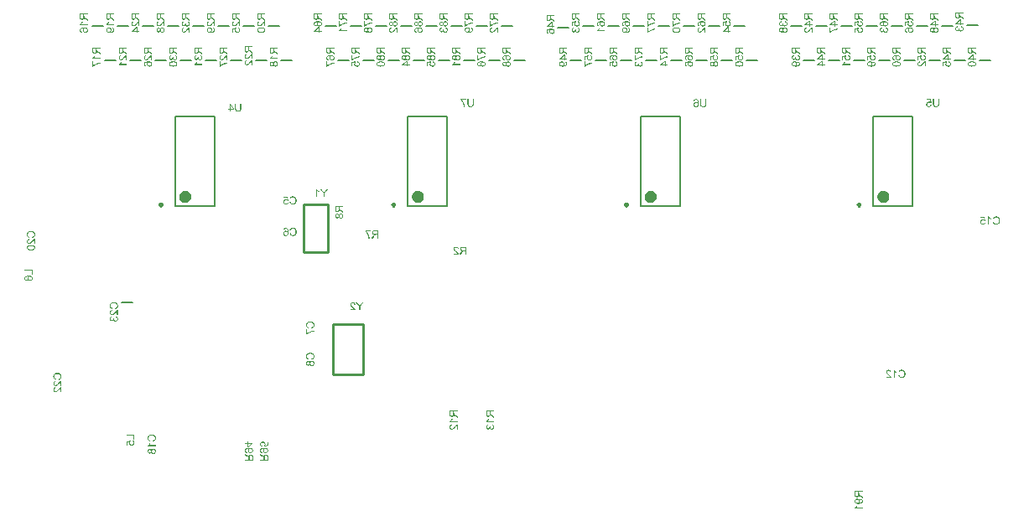
<source format=gbo>
%FSLAX43Y43*%
%MOMM*%
%SFA1B1*%

%IPPOS*%
%ADD28C,0.253999*%
%ADD29C,0.599999*%
%ADD65C,0.250000*%
%ADD68C,0.200000*%
%LNlp_led_cube_8x8x8-1*%
%LPD*%
G36*
X85710Y80793D02*
X85702Y80775D01*
X85693Y80758*
X85685Y80741*
X85678Y80727*
X85672Y80715*
X85668Y80708*
X85666Y80707*
Y80706*
X85653Y80685*
X85641Y80666*
X85629Y80650*
X85618Y80637*
X85610Y80625*
X85603Y80618*
X85598Y80612*
X85597Y80611*
X86232*
Y80511*
X85416*
Y80576*
X85436Y80588*
X85455Y80600*
X85474Y80616*
X85490Y80630*
X85504Y80644*
X85516Y80654*
X85520Y80659*
X85523Y80663*
X85524Y80664*
X85526Y80665*
X85546Y80690*
X85564Y80714*
X85581Y80738*
X85594Y80761*
X85605Y80781*
X85610Y80789*
X85614Y80796*
X85617Y80802*
X85618Y80807*
X85621Y80809*
Y80811*
X85717*
X85710Y80793*
G37*
G36*
X96392Y82187D02*
X96032D01*
Y82063*
Y82049*
X96033Y82036*
Y82026*
X96034Y82018*
X96035Y82012*
Y82007*
X96036Y82005*
Y82004*
X96042Y81985*
X96046Y81977*
X96049Y81970*
X96053Y81963*
X96055Y81958*
X96056Y81956*
X96058Y81955*
X96065Y81945*
X96073Y81936*
X96090Y81918*
X96099Y81910*
X96106Y81904*
X96110Y81901*
X96112Y81900*
X96128Y81888*
X96146Y81875*
X96164Y81862*
X96182Y81849*
X96198Y81839*
X96211Y81830*
X96216Y81827*
X96219Y81824*
X96222Y81822*
X96223*
X96392Y81715*
Y81582*
X96171Y81721*
X96148Y81738*
X96127Y81753*
X96109Y81768*
X96093Y81781*
X96081Y81793*
X96072Y81802*
X96066Y81808*
X96063Y81810*
X96056Y81820*
X96048Y81830*
X96035Y81851*
X96031Y81861*
X96026Y81868*
X96024Y81873*
X96022Y81875*
X96019Y81854*
X96015Y81834*
X96009Y81816*
X96005Y81799*
X95999Y81783*
X95992Y81769*
X95986Y81756*
X95980Y81745*
X95973Y81735*
X95967Y81726*
X95963Y81719*
X95958Y81713*
X95954Y81708*
X95951Y81705*
X95950Y81704*
X95948Y81702*
X95937Y81693*
X95925Y81684*
X95900Y81670*
X95876Y81660*
X95852Y81653*
X95832Y81648*
X95824Y81647*
X95816*
X95810Y81646*
X95802*
X95777Y81647*
X95755Y81651*
X95734Y81657*
X95716Y81662*
X95701Y81670*
X95689Y81674*
X95682Y81679*
X95681Y81680*
X95680*
X95661Y81694*
X95644Y81708*
X95630Y81724*
X95620Y81738*
X95612Y81751*
X95607Y81761*
X95603Y81768*
X95602Y81769*
Y81770*
X95599Y81781*
X95595Y81794*
X95589Y81820*
X95586Y81848*
X95582Y81874*
X95581Y81898*
Y81909*
X95580Y81918*
Y81925*
Y81931*
Y81935*
Y81936*
Y82295*
X96392*
Y82187*
G37*
G36*
X86232D02*
X85872D01*
Y82063*
Y82049*
X85873Y82036*
Y82026*
X85874Y82018*
X85875Y82012*
Y82007*
X85876Y82005*
Y82004*
X85882Y81985*
X85886Y81977*
X85889Y81970*
X85893Y81963*
X85895Y81958*
X85896Y81956*
X85898Y81955*
X85905Y81945*
X85913Y81936*
X85930Y81918*
X85939Y81910*
X85946Y81904*
X85950Y81901*
X85952Y81900*
X85968Y81888*
X85986Y81875*
X86004Y81862*
X86022Y81849*
X86038Y81839*
X86051Y81830*
X86056Y81827*
X86060Y81824*
X86062Y81822*
X86063*
X86232Y81715*
Y81582*
X86011Y81721*
X85988Y81738*
X85967Y81753*
X85949Y81768*
X85933Y81781*
X85921Y81793*
X85912Y81802*
X85906Y81808*
X85903Y81810*
X85896Y81820*
X85888Y81830*
X85875Y81851*
X85871Y81861*
X85866Y81868*
X85864Y81873*
X85862Y81875*
X85859Y81854*
X85855Y81834*
X85849Y81816*
X85845Y81799*
X85839Y81783*
X85832Y81769*
X85826Y81756*
X85820Y81745*
X85813Y81735*
X85807Y81726*
X85803Y81719*
X85798Y81713*
X85794Y81708*
X85791Y81705*
X85790Y81704*
X85788Y81702*
X85777Y81693*
X85765Y81684*
X85740Y81670*
X85716Y81660*
X85692Y81653*
X85672Y81648*
X85664Y81647*
X85656*
X85650Y81646*
X85642*
X85617Y81647*
X85595Y81651*
X85574Y81657*
X85556Y81662*
X85541Y81670*
X85529Y81674*
X85522Y81679*
X85521Y81680*
X85520*
X85501Y81694*
X85484Y81708*
X85470Y81724*
X85460Y81738*
X85452Y81751*
X85447Y81761*
X85443Y81768*
X85442Y81769*
Y81770*
X85439Y81781*
X85435Y81794*
X85429Y81820*
X85426Y81848*
X85422Y81874*
X85421Y81898*
Y81909*
X85420Y81918*
Y81925*
Y81931*
Y81935*
Y81936*
Y82295*
X86232*
Y82187*
G37*
G36*
X85891Y81522D02*
X85926Y81519D01*
X85959Y81516*
X85989Y81510*
X86016Y81504*
X86041Y81498*
X86063Y81491*
X86083Y81483*
X86099Y81476*
X86115Y81469*
X86126Y81463*
X86137Y81456*
X86145Y81451*
X86150Y81448*
X86153Y81445*
X86155Y81444*
X86171Y81429*
X86185Y81413*
X86197Y81396*
X86207Y81380*
X86217Y81362*
X86224Y81346*
X86230Y81329*
X86234Y81313*
X86238Y81299*
X86241Y81285*
X86244Y81273*
X86245Y81262*
Y81253*
X86246Y81247*
Y81242*
Y81241*
X86245Y81214*
X86240Y81190*
X86236Y81167*
X86228Y81147*
X86223Y81132*
X86217Y81120*
X86216Y81116*
X86213Y81112*
X86212Y81111*
Y81110*
X86198Y81090*
X86182Y81071*
X86165Y81056*
X86149Y81043*
X86133Y81032*
X86122Y81025*
X86117Y81023*
X86113Y81021*
X86112Y81019*
X86111*
X86086Y81008*
X86061Y80999*
X86037Y80994*
X86015Y80990*
X85996Y80987*
X85989*
X85982Y80985*
X85969*
X85948Y80987*
X85928Y80989*
X85908Y80992*
X85891Y80996*
X85874Y81002*
X85858Y81008*
X85844Y81014*
X85831Y81021*
X85819Y81028*
X85808Y81034*
X85800Y81039*
X85792Y81045*
X85786Y81049*
X85783Y81052*
X85780Y81055*
X85779Y81056*
X85766Y81069*
X85754Y81083*
X85745Y81098*
X85737Y81112*
X85729Y81126*
X85723Y81140*
X85714Y81167*
X85711Y81179*
X85709Y81191*
X85707Y81200*
X85706Y81210*
X85705Y81217*
Y81221*
Y81225*
Y81226*
X85706Y81247*
X85710Y81267*
X85713Y81286*
X85718Y81302*
X85724Y81316*
X85727Y81327*
X85731Y81334*
X85732Y81335*
Y81336*
X85744Y81355*
X85757Y81371*
X85770Y81387*
X85784Y81398*
X85795Y81409*
X85805Y81417*
X85812Y81422*
X85813Y81423*
X85792*
X85771Y81422*
X85752Y81421*
X85733Y81418*
X85717Y81417*
X85702Y81415*
X85688Y81413*
X85675Y81409*
X85663Y81407*
X85653Y81404*
X85645Y81402*
X85638Y81401*
X85634Y81398*
X85630Y81397*
X85628Y81396*
X85626*
X85603Y81384*
X85582Y81373*
X85565Y81360*
X85551Y81348*
X85540Y81337*
X85531Y81329*
X85527Y81323*
X85526Y81321*
X85516Y81307*
X85510Y81293*
X85506Y81279*
X85502Y81265*
X85500Y81254*
X85499Y81245*
Y81239*
Y81237*
X85501Y81215*
X85506Y81195*
X85513Y81179*
X85520Y81164*
X85528Y81152*
X85535Y81144*
X85540Y81139*
X85542Y81137*
X85553Y81129*
X85565Y81120*
X85580Y81113*
X85594Y81109*
X85607Y81104*
X85617Y81100*
X85624Y81099*
X85625Y81098*
X85626*
X85618Y80998*
X85585Y81005*
X85556Y81016*
X85530Y81028*
X85509Y81041*
X85493Y81053*
X85486Y81058*
X85480Y81064*
X85476Y81068*
X85473Y81071*
X85472Y81072*
X85470Y81073*
X85461Y81085*
X85453Y81098*
X85439Y81124*
X85429Y81150*
X85423Y81174*
X85419Y81197*
X85418Y81206*
Y81214*
X85416Y81221*
Y81226*
Y81229*
Y81231*
X85418Y81254*
X85420Y81276*
X85425Y81298*
X85431Y81317*
X85439Y81335*
X85446Y81353*
X85455Y81368*
X85463Y81382*
X85472Y81394*
X85481Y81406*
X85488Y81415*
X85495Y81422*
X85502Y81428*
X85507Y81432*
X85509Y81435*
X85510Y81436*
X85531Y81451*
X85556Y81464*
X85582Y81476*
X85609Y81486*
X85637Y81495*
X85665Y81502*
X85695Y81508*
X85722Y81512*
X85749Y81516*
X85773Y81518*
X85795Y81520*
X85814Y81522*
X85831*
X85842Y81523*
X85853*
X85891Y81522*
G37*
G36*
X96051D02*
X96086Y81519D01*
X96119Y81516*
X96149Y81510*
X96176Y81504*
X96201Y81498*
X96223Y81491*
X96243Y81483*
X96259Y81476*
X96275Y81469*
X96286Y81463*
X96297Y81456*
X96305Y81451*
X96310Y81448*
X96313Y81445*
X96315Y81444*
X96331Y81429*
X96345Y81413*
X96357Y81396*
X96367Y81380*
X96377Y81362*
X96384Y81346*
X96390Y81329*
X96394Y81313*
X96398Y81299*
X96401Y81285*
X96404Y81273*
X96405Y81262*
Y81253*
X96406Y81247*
Y81242*
Y81241*
X96405Y81214*
X96400Y81190*
X96396Y81167*
X96388Y81147*
X96383Y81132*
X96377Y81120*
X96376Y81116*
X96373Y81112*
X96372Y81111*
Y81110*
X96358Y81090*
X96342Y81071*
X96325Y81056*
X96309Y81043*
X96293Y81032*
X96282Y81025*
X96277Y81023*
X96273Y81021*
X96272Y81019*
X96271*
X96246Y81008*
X96221Y80999*
X96197Y80994*
X96175Y80990*
X96156Y80987*
X96149*
X96142Y80985*
X96129*
X96108Y80987*
X96088Y80989*
X96068Y80992*
X96051Y80996*
X96034Y81002*
X96018Y81008*
X96004Y81014*
X95991Y81021*
X95979Y81028*
X95968Y81034*
X95960Y81039*
X95952Y81045*
X95946Y81049*
X95943Y81052*
X95940Y81055*
X95939Y81056*
X95926Y81069*
X95914Y81083*
X95905Y81098*
X95897Y81112*
X95889Y81126*
X95883Y81140*
X95875Y81167*
X95871Y81179*
X95869Y81191*
X95867Y81200*
X95866Y81210*
X95865Y81217*
Y81221*
Y81225*
Y81226*
X95866Y81247*
X95870Y81267*
X95873Y81286*
X95878Y81302*
X95884Y81316*
X95887Y81327*
X95891Y81334*
X95892Y81335*
Y81336*
X95904Y81355*
X95917Y81371*
X95930Y81387*
X95944Y81398*
X95955Y81409*
X95965Y81417*
X95972Y81422*
X95973Y81423*
X95952*
X95931Y81422*
X95912Y81421*
X95893Y81418*
X95877Y81417*
X95862Y81415*
X95848Y81413*
X95835Y81409*
X95823Y81407*
X95813Y81404*
X95805Y81402*
X95798Y81401*
X95794Y81398*
X95790Y81397*
X95788Y81396*
X95786*
X95763Y81384*
X95742Y81373*
X95725Y81360*
X95711Y81348*
X95700Y81337*
X95691Y81329*
X95687Y81323*
X95686Y81321*
X95676Y81307*
X95670Y81293*
X95666Y81279*
X95662Y81265*
X95660Y81254*
X95659Y81245*
Y81239*
Y81237*
X95661Y81215*
X95666Y81195*
X95673Y81179*
X95680Y81164*
X95688Y81152*
X95695Y81144*
X95700Y81139*
X95702Y81137*
X95713Y81129*
X95725Y81120*
X95740Y81113*
X95754Y81109*
X95767Y81104*
X95777Y81100*
X95784Y81099*
X95785Y81098*
X95786*
X95778Y80998*
X95745Y81005*
X95716Y81016*
X95690Y81028*
X95669Y81041*
X95653Y81053*
X95646Y81058*
X95640Y81064*
X95636Y81068*
X95633Y81071*
X95632Y81072*
X95630Y81073*
X95621Y81085*
X95613Y81098*
X95599Y81124*
X95589Y81150*
X95583Y81174*
X95579Y81197*
X95578Y81206*
Y81214*
X95576Y81221*
Y81226*
Y81229*
Y81231*
X95578Y81254*
X95580Y81276*
X95585Y81298*
X95591Y81317*
X95599Y81335*
X95606Y81353*
X95615Y81368*
X95623Y81382*
X95632Y81394*
X95641Y81406*
X95648Y81415*
X95655Y81422*
X95662Y81428*
X95667Y81432*
X95669Y81435*
X95670Y81436*
X95691Y81451*
X95716Y81464*
X95742Y81476*
X95769Y81486*
X95797Y81495*
X95825Y81502*
X95855Y81508*
X95882Y81512*
X95909Y81516*
X95933Y81518*
X95955Y81520*
X95974Y81522*
X95991*
X96002Y81523*
X96013*
X96051Y81522*
G37*
G36*
X114466D02*
X114501Y81519D01*
X114534Y81516*
X114564Y81510*
X114591Y81504*
X114616Y81498*
X114638Y81491*
X114658Y81483*
X114674Y81476*
X114690Y81469*
X114701Y81463*
X114712Y81456*
X114720Y81451*
X114725Y81448*
X114728Y81445*
X114730Y81444*
X114746Y81429*
X114760Y81413*
X114772Y81396*
X114782Y81380*
X114792Y81362*
X114799Y81346*
X114805Y81329*
X114809Y81313*
X114813Y81299*
X114816Y81285*
X114819Y81273*
X114820Y81262*
Y81253*
X114821Y81247*
Y81242*
Y81241*
X114820Y81214*
X114815Y81190*
X114811Y81167*
X114803Y81147*
X114798Y81132*
X114792Y81120*
X114791Y81116*
X114788Y81112*
X114787Y81111*
Y81110*
X114773Y81090*
X114757Y81071*
X114740Y81056*
X114724Y81043*
X114708Y81032*
X114697Y81025*
X114692Y81023*
X114688Y81021*
X114687Y81019*
X114686*
X114661Y81008*
X114636Y80999*
X114612Y80994*
X114590Y80990*
X114571Y80987*
X114564*
X114557Y80985*
X114544*
X114523Y80987*
X114503Y80989*
X114483Y80992*
X114466Y80996*
X114449Y81002*
X114433Y81008*
X114419Y81014*
X114406Y81021*
X114394Y81028*
X114383Y81034*
X114375Y81039*
X114367Y81045*
X114361Y81049*
X114358Y81052*
X114355Y81055*
X114354Y81056*
X114341Y81069*
X114329Y81083*
X114320Y81098*
X114312Y81112*
X114304Y81126*
X114298Y81140*
X114289Y81167*
X114286Y81179*
X114284Y81191*
X114282Y81200*
X114281Y81210*
X114280Y81217*
Y81221*
Y81225*
Y81226*
X114281Y81247*
X114285Y81267*
X114288Y81286*
X114293Y81302*
X114299Y81316*
X114302Y81327*
X114306Y81334*
X114307Y81335*
Y81336*
X114319Y81355*
X114332Y81371*
X114345Y81387*
X114359Y81398*
X114370Y81409*
X114380Y81417*
X114387Y81422*
X114388Y81423*
X114367*
X114346Y81422*
X114327Y81421*
X114308Y81418*
X114292Y81417*
X114277Y81415*
X114263Y81413*
X114250Y81409*
X114238Y81407*
X114228Y81404*
X114220Y81402*
X114213Y81401*
X114209Y81398*
X114205Y81397*
X114203Y81396*
X114201*
X114178Y81384*
X114157Y81373*
X114140Y81360*
X114126Y81348*
X114115Y81337*
X114106Y81329*
X114102Y81323*
X114101Y81321*
X114091Y81307*
X114085Y81293*
X114081Y81279*
X114077Y81265*
X114075Y81254*
X114074Y81245*
Y81239*
Y81237*
X114076Y81215*
X114081Y81195*
X114088Y81179*
X114095Y81164*
X114103Y81152*
X114110Y81144*
X114115Y81139*
X114117Y81137*
X114128Y81129*
X114140Y81120*
X114155Y81113*
X114169Y81109*
X114182Y81104*
X114192Y81100*
X114199Y81099*
X114200Y81098*
X114201*
X114193Y80998*
X114160Y81005*
X114131Y81016*
X114105Y81028*
X114084Y81041*
X114068Y81053*
X114061Y81058*
X114055Y81064*
X114051Y81068*
X114048Y81071*
X114047Y81072*
X114045Y81073*
X114036Y81085*
X114028Y81098*
X114014Y81124*
X114004Y81150*
X113998Y81174*
X113994Y81197*
X113993Y81206*
Y81214*
X113991Y81221*
Y81226*
Y81229*
Y81231*
X113993Y81254*
X113995Y81276*
X114000Y81298*
X114006Y81317*
X114014Y81335*
X114021Y81353*
X114030Y81368*
X114038Y81382*
X114047Y81394*
X114056Y81406*
X114063Y81415*
X114070Y81422*
X114077Y81428*
X114082Y81432*
X114084Y81435*
X114085Y81436*
X114106Y81451*
X114131Y81464*
X114157Y81476*
X114184Y81486*
X114212Y81495*
X114240Y81502*
X114270Y81508*
X114297Y81512*
X114324Y81516*
X114348Y81518*
X114370Y81520*
X114389Y81522*
X114406*
X114417Y81523*
X114428*
X114466Y81522*
G37*
G36*
X114611Y80883D02*
X114629Y80880D01*
X114661Y80869*
X114690Y80856*
X114701Y80849*
X114713Y80842*
X114724Y80835*
X114732Y80828*
X114740Y80822*
X114746Y80816*
X114751Y80813*
X114754Y80809*
X114757Y80807*
X114758Y80806*
X114768Y80792*
X114779Y80778*
X114787Y80764*
X114794Y80748*
X114806Y80719*
X114813Y80691*
X114815Y80678*
X114818Y80666*
X114819Y80656*
X114820Y80646*
X114821Y80639*
Y80633*
Y80630*
Y80629*
X114820Y80606*
X114818Y80586*
X114814Y80566*
X114809Y80548*
X114803Y80530*
X114798Y80515*
X114791Y80500*
X114784Y80487*
X114778Y80474*
X114771Y80463*
X114765Y80454*
X114759Y80447*
X114754Y80441*
X114751Y80436*
X114748Y80434*
X114747Y80433*
X114733Y80419*
X114718Y80407*
X114703Y80396*
X114687Y80387*
X114673Y80380*
X114658Y80373*
X114630Y80363*
X114617Y80361*
X114605Y80359*
X114595Y80356*
X114585Y80355*
X114578Y80354*
X114568*
X114539Y80355*
X114514Y80360*
X114491Y80367*
X114473Y80374*
X114457Y80381*
X114446Y80388*
X114439Y80393*
X114436Y80394*
X114419Y80410*
X114403Y80428*
X114392Y80447*
X114382Y80466*
X114375Y80482*
X114370Y80495*
X114369Y80500*
X114368Y80503*
X114367Y80505*
Y80507*
X114356Y80487*
X114346Y80470*
X114334Y80456*
X114324Y80444*
X114314Y80435*
X114306Y80428*
X114301Y80424*
X114299Y80423*
X114282Y80414*
X114266Y80407*
X114250Y80401*
X114234Y80397*
X114221Y80395*
X114212Y80394*
X114203*
X114183Y80395*
X114163Y80399*
X114145Y80403*
X114130Y80409*
X114117Y80415*
X114106Y80420*
X114101Y80423*
X114098Y80424*
X114081Y80436*
X114065Y80450*
X114052Y80464*
X114041Y80478*
X114033Y80490*
X114025Y80501*
X114022Y80508*
X114021Y80509*
Y80510*
X114011Y80531*
X114004Y80552*
X113998Y80574*
X113995Y80592*
X113993Y80608*
X113991Y80620*
Y80625*
Y80629*
Y80631*
Y80632*
Y80650*
X113994Y80666*
X114000Y80698*
X114009Y80725*
X114018Y80748*
X114024Y80759*
X114029Y80767*
X114034Y80775*
X114038Y80781*
X114042Y80786*
X114044Y80789*
X114045Y80792*
X114047Y80793*
X114069Y80815*
X114094Y80833*
X114119Y80847*
X114145Y80859*
X114167Y80866*
X114177Y80869*
X114185Y80872*
X114192Y80873*
X114197Y80874*
X114200Y80875*
X114201*
X114219Y80775*
X114193Y80771*
X114171Y80764*
X114152Y80755*
X114137Y80747*
X114125Y80739*
X114117Y80732*
X114111Y80727*
X114110Y80726*
X114098Y80711*
X114089Y80694*
X114083Y80679*
X114078Y80664*
X114076Y80650*
X114074Y80639*
Y80632*
Y80631*
Y80630*
X114075Y80609*
X114079Y80590*
X114085Y80574*
X114091Y80559*
X114098Y80549*
X114104Y80541*
X114109Y80535*
X114110Y80534*
X114124Y80521*
X114139Y80511*
X114155Y80505*
X114169Y80501*
X114182Y80498*
X114191Y80496*
X114213*
X114225Y80498*
X114245Y80504*
X114263Y80512*
X114278Y80522*
X114288Y80531*
X114297Y80539*
X114301Y80545*
X114302Y80547*
Y80548*
X114313Y80568*
X114321Y80586*
X114327Y80606*
X114331Y80624*
X114333Y80639*
X114335Y80652*
Y80657*
Y80660*
Y80662*
Y80663*
Y80667*
X114334Y80672*
Y80677*
Y80678*
X114422Y80690*
X114419Y80674*
X114416Y80660*
X114414Y80649*
X114413Y80638*
X114412Y80630*
Y80624*
Y80620*
Y80619*
X114414Y80595*
X114419Y80572*
X114426Y80552*
X114434Y80536*
X114442Y80523*
X114449Y80514*
X114454Y80508*
X114456Y80505*
X114474Y80490*
X114493Y80478*
X114511Y80470*
X114530Y80466*
X114545Y80462*
X114558Y80461*
X114563Y80460*
X114570*
X114596Y80462*
X114619Y80468*
X114639Y80475*
X114657Y80484*
X114671Y80494*
X114681Y80501*
X114688Y80507*
X114691Y80509*
X114707Y80528*
X114719Y80548*
X114727Y80568*
X114733Y80586*
X114737Y80603*
X114738Y80616*
X114739Y80620*
Y80624*
Y80626*
Y80627*
X114738Y80649*
X114733Y80669*
X114727Y80686*
X114720Y80700*
X114714Y80712*
X114708Y80721*
X114704Y80726*
X114703Y80728*
X114686Y80742*
X114667Y80754*
X114647Y80765*
X114626Y80773*
X114609Y80779*
X114600Y80781*
X114593Y80782*
X114588Y80784*
X114583Y80785*
X114581Y80786*
X114579*
X114592Y80886*
X114611Y80883*
G37*
G36*
X96392Y80362D02*
X96296D01*
Y80762*
X96276Y80748*
X96268Y80741*
X96259Y80735*
X96252Y80730*
X96248Y80725*
X96244Y80721*
X96243Y80720*
X96237Y80714*
X96231Y80707*
X96216Y80691*
X96198Y80672*
X96181Y80652*
X96166Y80633*
X96158Y80625*
X96151Y80618*
X96147Y80612*
X96143Y80608*
X96141Y80605*
X96140Y80604*
X96123Y80585*
X96108Y80566*
X96093Y80550*
X96080Y80535*
X96067Y80521*
X96055Y80509*
X96045Y80497*
X96035Y80488*
X96026Y80478*
X96019Y80471*
X96013Y80466*
X96007Y80460*
X96000Y80454*
X95998Y80451*
X95978Y80435*
X95960Y80421*
X95943Y80409*
X95928Y80400*
X95916Y80393*
X95906Y80388*
X95900Y80386*
X95898Y80385*
X95880Y80378*
X95863Y80373*
X95846Y80368*
X95832Y80366*
X95819Y80365*
X95810Y80363*
X95802*
X95784Y80365*
X95768Y80367*
X95751Y80369*
X95737Y80374*
X95709Y80386*
X95687Y80397*
X95676Y80405*
X95668Y80410*
X95660Y80416*
X95654Y80422*
X95649Y80427*
X95644Y80429*
X95643Y80432*
X95642Y80433*
X95630Y80446*
X95620Y80460*
X95612Y80475*
X95605Y80490*
X95593Y80521*
X95585Y80551*
X95582Y80564*
X95580Y80577*
X95579Y80589*
X95578Y80598*
X95576Y80606*
Y80613*
Y80617*
Y80618*
X95578Y80639*
X95579Y80659*
X95582Y80678*
X95586Y80696*
X95591Y80712*
X95595Y80727*
X95601Y80741*
X95607Y80754*
X95613Y80766*
X95619Y80775*
X95623Y80784*
X95628Y80791*
X95632Y80796*
X95635Y80800*
X95636Y80802*
X95637Y80804*
X95649Y80815*
X95662Y80826*
X95676Y80836*
X95690Y80845*
X95718Y80859*
X95747Y80868*
X95759Y80872*
X95772Y80875*
X95783Y80877*
X95792Y80880*
X95801Y80881*
X95806*
X95810Y80882*
X95811*
X95822Y80780*
X95795Y80778*
X95771Y80773*
X95750Y80766*
X95734Y80758*
X95720Y80751*
X95710Y80744*
X95704Y80739*
X95702Y80737*
X95688Y80719*
X95677Y80700*
X95669Y80680*
X95664Y80663*
X95661Y80646*
X95660Y80632*
X95659Y80627*
Y80624*
Y80622*
Y80620*
X95660Y80596*
X95664Y80574*
X95671Y80555*
X95679Y80538*
X95687Y80525*
X95693Y80517*
X95697Y80511*
X95700Y80509*
X95716Y80495*
X95732Y80484*
X95749Y80476*
X95765Y80471*
X95778Y80468*
X95790Y80467*
X95797Y80466*
X95799*
X95821Y80468*
X95843Y80473*
X95863Y80481*
X95882Y80489*
X95897Y80498*
X95910Y80507*
X95914Y80509*
X95918Y80511*
X95919Y80514*
X95920*
X95933Y80523*
X95946Y80535*
X95960Y80548*
X95974Y80562*
X96002Y80591*
X96031Y80620*
X96043Y80636*
X96055Y80649*
X96066Y80662*
X96075Y80672*
X96082Y80680*
X96088Y80687*
X96092Y80692*
X96093Y80693*
X96117Y80723*
X96141Y80750*
X96162Y80772*
X96180Y80789*
X96195Y80805*
X96205Y80815*
X96212Y80821*
X96214Y80823*
X96215*
X96235Y80840*
X96254Y80853*
X96272Y80865*
X96289Y80874*
X96303Y80881*
X96313Y80886*
X96320Y80888*
X96322Y80889*
X96323*
X96336Y80894*
X96347Y80896*
X96359Y80899*
X96370Y80900*
X96379Y80901*
X96392*
Y80362*
G37*
G36*
X114807Y82187D02*
X114447D01*
Y82063*
Y82049*
X114448Y82036*
Y82026*
X114449Y82018*
X114450Y82012*
Y82007*
X114451Y82005*
Y82004*
X114457Y81985*
X114461Y81977*
X114464Y81970*
X114468Y81963*
X114470Y81958*
X114471Y81956*
X114473Y81955*
X114480Y81945*
X114488Y81936*
X114505Y81918*
X114514Y81910*
X114521Y81904*
X114525Y81901*
X114527Y81900*
X114543Y81888*
X114561Y81875*
X114579Y81862*
X114597Y81849*
X114613Y81839*
X114626Y81830*
X114631Y81827*
X114634Y81824*
X114637Y81822*
X114638*
X114807Y81715*
Y81582*
X114586Y81721*
X114563Y81738*
X114542Y81753*
X114524Y81768*
X114508Y81781*
X114496Y81793*
X114487Y81802*
X114481Y81808*
X114478Y81810*
X114471Y81820*
X114463Y81830*
X114450Y81851*
X114446Y81861*
X114441Y81868*
X114439Y81873*
X114437Y81875*
X114434Y81854*
X114430Y81834*
X114424Y81816*
X114420Y81799*
X114414Y81783*
X114407Y81769*
X114401Y81756*
X114395Y81745*
X114388Y81735*
X114382Y81726*
X114378Y81719*
X114373Y81713*
X114369Y81708*
X114366Y81705*
X114365Y81704*
X114363Y81702*
X114352Y81693*
X114340Y81684*
X114315Y81670*
X114291Y81660*
X114267Y81653*
X114247Y81648*
X114239Y81647*
X114231*
X114225Y81646*
X114217*
X114192Y81647*
X114170Y81651*
X114149Y81657*
X114131Y81662*
X114116Y81670*
X114104Y81674*
X114097Y81679*
X114096Y81680*
X114095*
X114076Y81694*
X114059Y81708*
X114045Y81724*
X114035Y81738*
X114027Y81751*
X114022Y81761*
X114018Y81768*
X114017Y81769*
Y81770*
X114014Y81781*
X114010Y81794*
X114004Y81820*
X114001Y81848*
X113997Y81874*
X113996Y81898*
Y81909*
X113995Y81918*
Y81925*
Y81931*
Y81935*
Y81936*
Y82295*
X114807*
Y82187*
G37*
G36*
X115718Y77457D02*
X115757Y77454D01*
X115792Y77451*
X115825Y77445*
X115855Y77439*
X115882Y77432*
X115907Y77425*
X115928Y77418*
X115947Y77411*
X115963Y77403*
X115977Y77397*
X115988Y77391*
X115997Y77385*
X116003Y77382*
X116007Y77379*
X116008Y77378*
X116022Y77365*
X116035Y77351*
X116046Y77336*
X116056Y77321*
X116064Y77305*
X116071Y77290*
X116076Y77275*
X116081Y77261*
X116084Y77247*
X116086Y77234*
X116089Y77222*
X116090Y77213*
X116091Y77204*
Y77197*
Y77194*
Y77193*
X116089Y77161*
X116084Y77132*
X116076Y77107*
X116068Y77086*
X116059Y77068*
X116055Y77062*
X116051Y77056*
X116049Y77052*
X116046Y77048*
X116044Y77047*
Y77046*
X116024Y77025*
X116003Y77007*
X115980Y76992*
X115958Y76980*
X115939Y76971*
X115930Y76966*
X115922Y76964*
X115916Y76961*
X115912Y76959*
X115909Y76958*
X115908*
X115890Y76952*
X115873Y76947*
X115835Y76940*
X115797Y76934*
X115759Y76931*
X115743Y76930*
X115727Y76929*
X115713*
X115700Y76927*
X115655*
X115633Y76929*
X115615*
X115596Y76930*
X115579Y76932*
X115563Y76933*
X115549Y76934*
X115536Y76937*
X115524Y76938*
X115514Y76940*
X115506Y76941*
X115498Y76943*
X115493Y76944*
X115489Y76945*
X115487Y76946*
X115486*
X115460Y76953*
X115436Y76961*
X115416Y76971*
X115399Y76978*
X115383Y76986*
X115373Y76991*
X115367Y76995*
X115365Y76997*
X115347Y77010*
X115332Y77022*
X115319Y77037*
X115307Y77049*
X115299Y77061*
X115293Y77071*
X115290Y77076*
X115288Y77078*
Y77079*
X115279Y77098*
X115273Y77118*
X115268Y77136*
X115265Y77154*
X115263Y77169*
X115261Y77182*
Y77187*
Y77190*
Y77191*
Y77193*
X115264Y77224*
X115268Y77254*
X115277Y77278*
X115285Y77299*
X115294Y77317*
X115298Y77324*
X115302Y77330*
X115305Y77335*
X115307Y77338*
X115310Y77339*
Y77340*
X115328Y77362*
X115351Y77379*
X115373Y77394*
X115394Y77406*
X115414Y77416*
X115422Y77420*
X115430Y77423*
X115436Y77425*
X115441Y77427*
X115443Y77428*
X115444*
X115462Y77433*
X115480Y77438*
X115518Y77445*
X115557Y77451*
X115594Y77454*
X115611Y77455*
X115626Y77457*
X115640*
X115653Y77458*
X115677*
X115718Y77457*
G37*
G36*
X97468Y78087D02*
X97486Y78083D01*
X97519Y78073*
X97547Y78060*
X97560Y78053*
X97570Y78046*
X97581Y78040*
X97590Y78033*
X97597Y78027*
X97603Y78021*
X97608Y78016*
X97613Y78014*
X97614Y78012*
X97615Y78011*
X97626Y77996*
X97635Y77982*
X97643Y77967*
X97650Y77952*
X97661Y77923*
X97668Y77893*
X97671Y77880*
X97673Y77867*
X97674Y77857*
X97675Y77847*
X97676Y77839*
Y77833*
Y77830*
Y77829*
X97675Y77804*
X97671Y77781*
X97667Y77758*
X97661Y77738*
X97653Y77720*
X97644Y77702*
X97636Y77685*
X97627Y77671*
X97617Y77658*
X97609Y77647*
X97600Y77637*
X97593Y77629*
X97587Y77623*
X97582Y77619*
X97579Y77616*
X97578Y77615*
X97562Y77603*
X97546Y77594*
X97531Y77585*
X97514Y77578*
X97482Y77566*
X97452Y77559*
X97439Y77556*
X97426Y77554*
X97416Y77553*
X97406Y77552*
X97398Y77551*
X97387*
X97366Y77552*
X97346Y77554*
X97326Y77558*
X97309Y77562*
X97292Y77568*
X97276Y77574*
X97262Y77581*
X97249Y77587*
X97237Y77594*
X97227Y77601*
X97218Y77607*
X97210Y77613*
X97204Y77617*
X97201Y77621*
X97198Y77623*
X97197Y77624*
X97184Y77639*
X97173Y77653*
X97163Y77668*
X97155Y77683*
X97147Y77698*
X97141Y77714*
X97133Y77742*
X97129Y77755*
X97127Y77766*
X97126Y77777*
X97125Y77786*
X97123Y77793*
Y77799*
Y77803*
Y77804*
Y77819*
X97126Y77833*
X97132Y77862*
X97140Y77887*
X97149Y77911*
X97159Y77930*
X97163Y77938*
X97167Y77945*
X97170Y77951*
X97173Y77954*
X97174Y77957*
X97175Y77958*
X96956Y77914*
Y77589*
X96861*
Y77993*
X97278Y78072*
X97291Y77978*
X97278Y77969*
X97268Y77959*
X97257Y77950*
X97249Y77940*
X97243Y77931*
X97237Y77924*
X97235Y77919*
X97234Y77918*
X97227Y77903*
X97221Y77887*
X97217Y77873*
X97214Y77859*
X97213Y77847*
X97211Y77838*
Y77832*
Y77830*
Y77816*
X97214Y77802*
X97220Y77777*
X97228Y77756*
X97236Y77737*
X97245Y77723*
X97254Y77712*
X97259Y77707*
X97261Y77704*
X97262*
X97282Y77688*
X97303Y77676*
X97325Y77668*
X97348Y77662*
X97366Y77658*
X97375Y77657*
X97382*
X97387Y77656*
X97412*
X97427Y77658*
X97457Y77664*
X97481Y77673*
X97501Y77681*
X97518Y77690*
X97531Y77698*
X97534Y77702*
X97538Y77704*
X97539Y77705*
X97540Y77707*
X97549Y77716*
X97558Y77725*
X97572Y77746*
X97581Y77766*
X97587Y77786*
X97592Y77803*
X97593Y77817*
X97594Y77822*
Y77825*
Y77827*
Y77829*
X97593Y77851*
X97588Y77871*
X97582Y77888*
X97575Y77903*
X97568Y77915*
X97562Y77925*
X97558Y77930*
X97556Y77932*
X97540Y77946*
X97522Y77958*
X97502Y77967*
X97485Y77974*
X97467Y77979*
X97454Y77982*
X97448Y77984*
X97445Y77985*
X97441*
X97450Y78089*
X97468Y78087*
G37*
G36*
X97447Y77458D02*
X97466Y77455D01*
X97484Y77452*
X97501Y77447*
X97531Y77436*
X97545Y77430*
X97556Y77423*
X97568Y77416*
X97578Y77410*
X97586Y77403*
X97593Y77398*
X97599Y77393*
X97602Y77390*
X97604Y77387*
X97606Y77386*
X97619Y77372*
X97629Y77357*
X97639Y77340*
X97647Y77324*
X97653Y77309*
X97658Y77292*
X97667Y77261*
X97670Y77247*
X97673Y77234*
X97674Y77222*
X97675Y77211*
X97676Y77203*
Y77197*
Y77193*
Y77191*
X97675Y77169*
X97673Y77149*
X97669Y77129*
X97666Y77110*
X97660Y77094*
X97654Y77078*
X97648Y77062*
X97641Y77049*
X97634Y77038*
X97628Y77027*
X97622Y77019*
X97616Y77011*
X97613Y77005*
X97609Y77001*
X97607Y76999*
X97606Y76998*
X97592Y76985*
X97578Y76973*
X97563Y76964*
X97548Y76956*
X97534Y76947*
X97519Y76941*
X97492Y76933*
X97479Y76930*
X97467Y76927*
X97457Y76926*
X97448Y76925*
X97441Y76924*
X97431*
X97404Y76925*
X97379Y76930*
X97357Y76937*
X97338Y76944*
X97323Y76951*
X97311Y76958*
X97304Y76963*
X97303Y76964*
X97302*
X97283Y76980*
X97267Y76998*
X97254Y77017*
X97242Y77034*
X97234Y77051*
X97228Y77065*
X97225Y77069*
X97224Y77073*
X97223Y77075*
Y77076*
X97214Y77055*
X97203Y77038*
X97193Y77022*
X97182Y77010*
X97173Y77000*
X97166Y76993*
X97161Y76988*
X97159Y76987*
X97142Y76977*
X97126Y76970*
X97109Y76964*
X97093Y76960*
X97080Y76958*
X97069Y76957*
X97060*
X97044Y76958*
X97028Y76959*
X96999Y76967*
X96973Y76978*
X96951Y76990*
X96933Y77001*
X96926Y77007*
X96919Y77012*
X96914Y77017*
X96911Y77020*
X96910Y77021*
X96909Y77022*
X96898Y77035*
X96887Y77048*
X96879Y77062*
X96872Y77076*
X96862Y77105*
X96855Y77133*
X96851Y77145*
X96850Y77156*
X96849Y77167*
X96848Y77176*
X96846Y77183*
Y77189*
Y77193*
Y77194*
X96848Y77213*
X96849Y77231*
X96856Y77264*
X96861Y77279*
X96865Y77294*
X96871Y77306*
X96877Y77318*
X96883Y77328*
X96889Y77337*
X96893Y77345*
X96898Y77351*
X96902Y77356*
X96905Y77359*
X96906Y77362*
X96907Y77363*
X96919Y77373*
X96931Y77384*
X96944Y77392*
X96957Y77399*
X96981Y77411*
X97005Y77418*
X97025Y77423*
X97034Y77424*
X97041Y77425*
X97048Y77426*
X97056*
X97078Y77425*
X97098Y77421*
X97115Y77417*
X97130Y77411*
X97142Y77406*
X97152Y77401*
X97156Y77398*
X97159Y77397*
X97173Y77384*
X97186Y77370*
X97197Y77355*
X97207Y77339*
X97214Y77325*
X97218Y77315*
X97221Y77310*
X97222Y77306*
X97223Y77305*
Y77304*
X97231Y77331*
X97242Y77353*
X97255Y77373*
X97267Y77390*
X97278Y77403*
X97288Y77412*
X97294Y77417*
X97295Y77419*
X97296*
X97317Y77432*
X97339Y77443*
X97360Y77450*
X97382Y77454*
X97400Y77457*
X97409Y77458*
X97416*
X97420Y77459*
X97428*
X97447Y77458*
G37*
G36*
X84257Y77053D02*
X84291Y77081D01*
X84327Y77108*
X84362Y77132*
X84396Y77154*
X84412Y77163*
X84426Y77171*
X84439Y77180*
X84449Y77186*
X84459Y77190*
X84464Y77194*
X84469Y77196*
X84470Y77197*
X84517Y77221*
X84564Y77242*
X84609Y77260*
X84629Y77267*
X84649Y77274*
X84666Y77281*
X84683Y77285*
X84697Y77290*
X84709Y77294*
X84719Y77297*
X84726Y77299*
X84731Y77301*
X84732*
X84780Y77312*
X84804Y77317*
X84825Y77321*
X84845Y77324*
X84865Y77328*
X84881Y77330*
X84897Y77332*
X84912Y77333*
X84924Y77335*
X84936Y77336*
X84946*
X84953Y77337*
X84962*
Y77235*
X84917Y77231*
X84876Y77225*
X84839Y77220*
X84821Y77216*
X84805Y77213*
X84791Y77210*
X84778Y77207*
X84766Y77204*
X84757Y77202*
X84750Y77200*
X84744Y77198*
X84740Y77197*
X84739*
X84685Y77180*
X84635Y77161*
X84610Y77152*
X84586Y77142*
X84565Y77132*
X84544Y77122*
X84525Y77114*
X84509Y77106*
X84495Y77099*
X84482Y77093*
X84471Y77087*
X84464Y77083*
X84460Y77081*
X84459Y77080*
X84434Y77066*
X84409Y77052*
X84387Y77038*
X84366Y77024*
X84347Y77011*
X84328Y76998*
X84312Y76985*
X84298Y76974*
X84284Y76964*
X84272Y76954*
X84263Y76945*
X84254Y76938*
X84247Y76933*
X84243Y76929*
X84240Y76926*
X84239Y76925*
X84161*
Y77451*
X84257*
Y77053*
G37*
G36*
X97662Y78758D02*
X97302D01*
Y78634*
Y78620*
X97303Y78607*
Y78597*
X97304Y78589*
X97305Y78583*
Y78578*
X97306Y78576*
Y78575*
X97312Y78556*
X97316Y78548*
X97319Y78541*
X97323Y78534*
X97325Y78529*
X97326Y78527*
X97328Y78526*
X97335Y78516*
X97343Y78507*
X97360Y78489*
X97369Y78481*
X97376Y78475*
X97380Y78472*
X97382Y78471*
X97398Y78459*
X97416Y78446*
X97434Y78433*
X97452Y78420*
X97468Y78410*
X97481Y78401*
X97486Y78398*
X97490Y78395*
X97492Y78393*
X97493*
X97662Y78286*
Y78153*
X97441Y78292*
X97418Y78309*
X97397Y78324*
X97379Y78339*
X97363Y78352*
X97351Y78364*
X97342Y78373*
X97336Y78379*
X97333Y78381*
X97326Y78391*
X97318Y78401*
X97305Y78422*
X97301Y78432*
X97296Y78439*
X97294Y78444*
X97292Y78446*
X97289Y78425*
X97285Y78405*
X97279Y78387*
X97275Y78370*
X97269Y78354*
X97262Y78340*
X97256Y78327*
X97250Y78316*
X97243Y78306*
X97237Y78297*
X97233Y78290*
X97228Y78284*
X97224Y78279*
X97221Y78276*
X97220Y78275*
X97218Y78273*
X97207Y78264*
X97195Y78255*
X97170Y78241*
X97146Y78231*
X97122Y78224*
X97102Y78219*
X97094Y78218*
X97086*
X97080Y78217*
X97072*
X97047Y78218*
X97025Y78222*
X97004Y78228*
X96986Y78233*
X96971Y78241*
X96959Y78245*
X96952Y78250*
X96951Y78251*
X96950*
X96931Y78265*
X96914Y78279*
X96900Y78295*
X96890Y78309*
X96882Y78322*
X96877Y78332*
X96873Y78339*
X96872Y78340*
Y78341*
X96869Y78352*
X96865Y78365*
X96859Y78391*
X96856Y78419*
X96852Y78445*
X96851Y78469*
Y78480*
X96850Y78489*
Y78496*
Y78502*
Y78506*
Y78507*
Y78866*
X97662*
Y78758*
G37*
G36*
X113537D02*
X113177D01*
Y78634*
Y78620*
X113178Y78607*
Y78597*
X113179Y78589*
X113180Y78583*
Y78578*
X113181Y78576*
Y78575*
X113187Y78556*
X113191Y78548*
X113194Y78541*
X113198Y78534*
X113200Y78529*
X113201Y78527*
X113203Y78526*
X113210Y78516*
X113218Y78507*
X113235Y78489*
X113244Y78481*
X113251Y78475*
X113255Y78472*
X113257Y78471*
X113273Y78459*
X113291Y78446*
X113309Y78433*
X113327Y78420*
X113343Y78410*
X113356Y78401*
X113361Y78398*
X113365Y78395*
X113367Y78393*
X113368*
X113537Y78286*
Y78153*
X113316Y78292*
X113293Y78309*
X113272Y78324*
X113254Y78339*
X113238Y78352*
X113226Y78364*
X113217Y78373*
X113211Y78379*
X113208Y78381*
X113201Y78391*
X113193Y78401*
X113180Y78422*
X113176Y78432*
X113171Y78439*
X113169Y78444*
X113167Y78446*
X113164Y78425*
X113160Y78405*
X113154Y78387*
X113150Y78370*
X113144Y78354*
X113137Y78340*
X113131Y78327*
X113125Y78316*
X113118Y78306*
X113112Y78297*
X113108Y78290*
X113103Y78284*
X113099Y78279*
X113096Y78276*
X113095Y78275*
X113093Y78273*
X113082Y78264*
X113070Y78255*
X113045Y78241*
X113021Y78231*
X112997Y78224*
X112977Y78219*
X112969Y78218*
X112961*
X112955Y78217*
X112947*
X112922Y78218*
X112900Y78222*
X112879Y78228*
X112861Y78233*
X112846Y78241*
X112834Y78245*
X112827Y78250*
X112826Y78251*
X112825*
X112806Y78265*
X112789Y78279*
X112775Y78295*
X112765Y78309*
X112757Y78322*
X112752Y78332*
X112748Y78339*
X112747Y78340*
Y78341*
X112744Y78352*
X112740Y78365*
X112734Y78391*
X112731Y78419*
X112727Y78445*
X112726Y78469*
Y78480*
X112725Y78489*
Y78496*
Y78502*
Y78506*
Y78507*
Y78866*
X113537*
Y78758*
G37*
G36*
X116077D02*
X115717D01*
Y78634*
Y78620*
X115718Y78607*
Y78597*
X115719Y78589*
X115720Y78583*
Y78578*
X115721Y78576*
Y78575*
X115727Y78556*
X115731Y78548*
X115734Y78541*
X115738Y78534*
X115740Y78529*
X115741Y78527*
X115743Y78526*
X115750Y78516*
X115758Y78507*
X115775Y78489*
X115784Y78481*
X115791Y78475*
X115795Y78472*
X115797Y78471*
X115813Y78459*
X115831Y78446*
X115849Y78433*
X115867Y78420*
X115883Y78410*
X115896Y78401*
X115901Y78398*
X115905Y78395*
X115907Y78393*
X115908*
X116077Y78286*
Y78153*
X115856Y78292*
X115833Y78309*
X115812Y78324*
X115794Y78339*
X115778Y78352*
X115766Y78364*
X115757Y78373*
X115751Y78379*
X115748Y78381*
X115741Y78391*
X115733Y78401*
X115720Y78422*
X115716Y78432*
X115711Y78439*
X115709Y78444*
X115707Y78446*
X115704Y78425*
X115700Y78405*
X115694Y78387*
X115690Y78370*
X115684Y78354*
X115677Y78340*
X115671Y78327*
X115665Y78316*
X115658Y78306*
X115652Y78297*
X115648Y78290*
X115643Y78284*
X115639Y78279*
X115636Y78276*
X115635Y78275*
X115633Y78273*
X115622Y78264*
X115610Y78255*
X115585Y78241*
X115561Y78231*
X115537Y78224*
X115517Y78219*
X115509Y78218*
X115501*
X115495Y78217*
X115487*
X115462Y78218*
X115440Y78222*
X115419Y78228*
X115401Y78233*
X115386Y78241*
X115374Y78245*
X115367Y78250*
X115366Y78251*
X115365*
X115346Y78265*
X115329Y78279*
X115315Y78295*
X115305Y78309*
X115297Y78322*
X115292Y78332*
X115288Y78339*
X115287Y78340*
Y78341*
X115284Y78352*
X115280Y78365*
X115274Y78391*
X115271Y78419*
X115267Y78445*
X115266Y78469*
Y78480*
X115265Y78489*
Y78496*
Y78502*
Y78506*
Y78507*
Y78866*
X116077*
Y78758*
G37*
G36*
X115736Y78093D02*
X115771Y78090D01*
X115804Y78087*
X115834Y78081*
X115861Y78075*
X115886Y78069*
X115908Y78062*
X115928Y78054*
X115944Y78047*
X115960Y78040*
X115971Y78034*
X115982Y78027*
X115990Y78022*
X115995Y78019*
X115998Y78016*
X116000Y78015*
X116016Y78000*
X116030Y77984*
X116042Y77967*
X116052Y77951*
X116062Y77933*
X116069Y77917*
X116075Y77900*
X116079Y77884*
X116083Y77870*
X116086Y77856*
X116089Y77844*
X116090Y77833*
Y77824*
X116091Y77818*
Y77813*
Y77812*
X116090Y77785*
X116085Y77761*
X116081Y77738*
X116073Y77718*
X116068Y77703*
X116062Y77691*
X116061Y77687*
X116058Y77683*
X116057Y77682*
Y77681*
X116043Y77661*
X116027Y77642*
X116010Y77627*
X115994Y77614*
X115978Y77603*
X115967Y77596*
X115962Y77594*
X115958Y77592*
X115957Y77590*
X115956*
X115931Y77579*
X115906Y77570*
X115882Y77565*
X115860Y77561*
X115841Y77558*
X115834*
X115827Y77556*
X115814*
X115793Y77558*
X115773Y77560*
X115753Y77563*
X115736Y77567*
X115719Y77573*
X115703Y77579*
X115689Y77585*
X115676Y77592*
X115664Y77599*
X115653Y77605*
X115645Y77610*
X115637Y77616*
X115631Y77620*
X115628Y77623*
X115625Y77626*
X115624Y77627*
X115611Y77640*
X115599Y77654*
X115590Y77669*
X115582Y77683*
X115574Y77697*
X115568Y77711*
X115560Y77738*
X115556Y77750*
X115554Y77762*
X115552Y77771*
X115551Y77781*
X115550Y77788*
Y77792*
Y77796*
Y77797*
X115551Y77818*
X115555Y77838*
X115558Y77857*
X115563Y77873*
X115569Y77887*
X115572Y77898*
X115576Y77905*
X115577Y77906*
Y77907*
X115589Y77926*
X115602Y77942*
X115615Y77958*
X115629Y77969*
X115640Y77980*
X115650Y77988*
X115657Y77993*
X115658Y77994*
X115637*
X115616Y77993*
X115597Y77992*
X115578Y77989*
X115562Y77988*
X115547Y77986*
X115533Y77984*
X115520Y77980*
X115508Y77978*
X115498Y77975*
X115490Y77973*
X115483Y77972*
X115479Y77969*
X115475Y77968*
X115473Y77967*
X115471*
X115448Y77955*
X115427Y77944*
X115410Y77931*
X115396Y77919*
X115385Y77908*
X115376Y77900*
X115372Y77894*
X115371Y77892*
X115361Y77878*
X115355Y77864*
X115351Y77850*
X115347Y77836*
X115345Y77825*
X115344Y77816*
Y77810*
Y77808*
X115346Y77786*
X115351Y77766*
X115358Y77750*
X115365Y77735*
X115373Y77723*
X115380Y77715*
X115385Y77710*
X115387Y77708*
X115398Y77700*
X115410Y77691*
X115425Y77684*
X115439Y77680*
X115452Y77675*
X115462Y77671*
X115469Y77670*
X115470Y77669*
X115471*
X115463Y77569*
X115430Y77576*
X115401Y77587*
X115375Y77599*
X115354Y77612*
X115338Y77624*
X115331Y77629*
X115325Y77635*
X115321Y77639*
X115318Y77642*
X115317Y77643*
X115315Y77644*
X115306Y77656*
X115298Y77669*
X115284Y77695*
X115274Y77721*
X115268Y77745*
X115264Y77768*
X115263Y77777*
Y77785*
X115261Y77792*
Y77797*
Y77800*
Y77802*
X115263Y77825*
X115265Y77847*
X115270Y77869*
X115276Y77888*
X115284Y77906*
X115291Y77924*
X115300Y77939*
X115308Y77953*
X115317Y77965*
X115326Y77977*
X115333Y77986*
X115340Y77993*
X115347Y77999*
X115352Y78003*
X115354Y78006*
X115355Y78007*
X115376Y78022*
X115401Y78035*
X115427Y78047*
X115454Y78057*
X115482Y78066*
X115510Y78073*
X115540Y78079*
X115567Y78083*
X115594Y78087*
X115618Y78089*
X115640Y78091*
X115659Y78093*
X115676*
X115687Y78094*
X115698*
X115736Y78093*
G37*
G36*
X113343Y78087D02*
X113361Y78083D01*
X113394Y78073*
X113422Y78060*
X113435Y78053*
X113445Y78046*
X113456Y78040*
X113465Y78033*
X113472Y78027*
X113478Y78021*
X113483Y78016*
X113488Y78014*
X113489Y78012*
X113490Y78011*
X113501Y77996*
X113510Y77982*
X113518Y77967*
X113525Y77952*
X113536Y77923*
X113543Y77893*
X113546Y77880*
X113548Y77867*
X113549Y77857*
X113550Y77847*
X113551Y77839*
Y77833*
Y77830*
Y77829*
X113550Y77804*
X113546Y77781*
X113542Y77758*
X113536Y77738*
X113528Y77720*
X113519Y77702*
X113511Y77685*
X113502Y77671*
X113492Y77658*
X113484Y77647*
X113475Y77637*
X113468Y77629*
X113462Y77623*
X113457Y77619*
X113454Y77616*
X113453Y77615*
X113437Y77603*
X113421Y77594*
X113406Y77585*
X113389Y77578*
X113357Y77566*
X113327Y77559*
X113314Y77556*
X113301Y77554*
X113291Y77553*
X113281Y77552*
X113273Y77551*
X113262*
X113241Y77552*
X113221Y77554*
X113201Y77558*
X113184Y77562*
X113167Y77568*
X113151Y77574*
X113137Y77581*
X113124Y77587*
X113112Y77594*
X113102Y77601*
X113093Y77607*
X113085Y77613*
X113079Y77617*
X113076Y77621*
X113073Y77623*
X113072Y77624*
X113059Y77639*
X113048Y77653*
X113038Y77668*
X113030Y77683*
X113022Y77698*
X113016Y77714*
X113008Y77742*
X113004Y77755*
X113002Y77766*
X113001Y77777*
X113000Y77786*
X112998Y77793*
Y77799*
Y77803*
Y77804*
Y77819*
X113001Y77833*
X113007Y77862*
X113015Y77887*
X113024Y77911*
X113034Y77930*
X113038Y77938*
X113042Y77945*
X113045Y77951*
X113048Y77954*
X113049Y77957*
X113050Y77958*
X112831Y77914*
Y77589*
X112736*
Y77993*
X113153Y78072*
X113166Y77978*
X113153Y77969*
X113143Y77959*
X113132Y77950*
X113124Y77940*
X113118Y77931*
X113112Y77924*
X113110Y77919*
X113109Y77918*
X113102Y77903*
X113096Y77887*
X113092Y77873*
X113089Y77859*
X113088Y77847*
X113086Y77838*
Y77832*
Y77830*
Y77816*
X113089Y77802*
X113095Y77777*
X113103Y77756*
X113111Y77737*
X113120Y77723*
X113129Y77712*
X113134Y77707*
X113136Y77704*
X113137*
X113157Y77688*
X113178Y77676*
X113200Y77668*
X113223Y77662*
X113241Y77658*
X113250Y77657*
X113257*
X113262Y77656*
X113287*
X113302Y77658*
X113332Y77664*
X113356Y77673*
X113376Y77681*
X113393Y77690*
X113406Y77698*
X113409Y77702*
X113413Y77704*
X113414Y77705*
X113415Y77707*
X113424Y77716*
X113433Y77725*
X113447Y77746*
X113456Y77766*
X113462Y77786*
X113467Y77803*
X113468Y77817*
X113469Y77822*
Y77825*
Y77827*
Y77829*
X113468Y77851*
X113463Y77871*
X113457Y77888*
X113450Y77903*
X113443Y77915*
X113437Y77925*
X113433Y77930*
X113431Y77932*
X113415Y77946*
X113397Y77958*
X113377Y77967*
X113360Y77974*
X113342Y77979*
X113329Y77982*
X113323Y77984*
X113320Y77985*
X113316*
X113325Y78089*
X113343Y78087*
G37*
G36*
X113018Y77457D02*
X113038Y77454D01*
X113058Y77452*
X113077Y77447*
X113093Y77441*
X113110Y77436*
X113124Y77430*
X113137Y77423*
X113149Y77417*
X113159Y77411*
X113167Y77405*
X113176Y77399*
X113181Y77394*
X113185Y77392*
X113187Y77390*
X113188Y77389*
X113201Y77376*
X113212Y77362*
X113223Y77348*
X113231Y77332*
X113238Y77318*
X113244Y77304*
X113252Y77277*
X113255Y77265*
X113258Y77254*
X113259Y77244*
X113260Y77235*
X113261Y77228*
Y77223*
Y77220*
Y77218*
X113260Y77196*
X113257Y77175*
X113252Y77156*
X113246Y77139*
X113241Y77126*
X113237Y77115*
X113233Y77108*
X113232Y77106*
X113220Y77087*
X113207Y77071*
X113194Y77056*
X113183Y77045*
X113171Y77037*
X113163Y77030*
X113157Y77025*
X113154Y77024*
X113174*
X113198Y77025*
X113220Y77026*
X113240Y77028*
X113259Y77031*
X113274Y77034*
X113286Y77037*
X113291Y77038*
X113294*
X113295Y77039*
X113296*
X113318Y77045*
X113336Y77051*
X113353Y77056*
X113367Y77062*
X113377Y77067*
X113386Y77072*
X113391Y77074*
X113393Y77075*
X113406Y77085*
X113416Y77094*
X113426Y77103*
X113434Y77113*
X113441Y77120*
X113445Y77127*
X113448Y77132*
X113449Y77133*
X113456Y77146*
X113461Y77160*
X113464Y77173*
X113467Y77186*
X113468Y77196*
X113469Y77204*
Y77210*
Y77213*
X113468Y77231*
X113464Y77249*
X113460Y77264*
X113454Y77277*
X113449Y77286*
X113444Y77295*
X113441Y77299*
X113440Y77301*
X113427Y77312*
X113411Y77322*
X113395Y77330*
X113379Y77336*
X113365Y77340*
X113352Y77344*
X113347Y77345*
X113345*
X113342Y77346*
X113341*
X113349Y77443*
X113383Y77436*
X113413Y77426*
X113438Y77414*
X113460Y77403*
X113476Y77391*
X113483Y77385*
X113489Y77380*
X113492Y77377*
X113496Y77373*
X113497Y77372*
X113498Y77371*
X113508Y77359*
X113516Y77346*
X113529Y77321*
X113538Y77295*
X113544Y77270*
X113549Y77248*
X113550Y77238*
Y77230*
X113551Y77224*
Y77220*
Y77216*
Y77215*
X113549Y77182*
X113544Y77153*
X113536Y77126*
X113526Y77103*
X113523Y77094*
X113518Y77085*
X113514Y77078*
X113510Y77071*
X113508Y77066*
X113505Y77062*
X113503Y77060*
Y77059*
X113483Y77035*
X113461Y77014*
X113437Y76998*
X113415Y76984*
X113395Y76972*
X113386Y76967*
X113379Y76964*
X113372Y76961*
X113367Y76959*
X113365Y76958*
X113363*
X113346Y76952*
X113326Y76946*
X113286Y76938*
X113244Y76932*
X113204Y76929*
X113186Y76926*
X113169Y76925*
X113153*
X113140Y76924*
X113088*
X113062Y76925*
X113038Y76927*
X113016Y76930*
X112996Y76932*
X112977Y76934*
X112960Y76938*
X112944Y76941*
X112931Y76945*
X112920Y76947*
X112909Y76951*
X112901Y76953*
X112895Y76956*
X112890Y76958*
X112888Y76959*
X112887*
X112859Y76973*
X112834Y76988*
X112813Y77006*
X112795Y77021*
X112782Y77037*
X112773Y77048*
X112770Y77053*
X112767Y77056*
X112765Y77058*
Y77059*
X112751Y77083*
X112740Y77108*
X112732Y77133*
X112727Y77155*
X112724Y77175*
X112723Y77183*
Y77189*
X112721Y77195*
Y77200*
Y77202*
Y77203*
X112723Y77223*
X112725Y77242*
X112728Y77261*
X112733Y77277*
X112746Y77309*
X112752Y77323*
X112759Y77335*
X112767Y77346*
X112773Y77356*
X112780Y77365*
X112786Y77372*
X112791Y77378*
X112794Y77382*
X112797Y77384*
X112798Y77385*
X112812Y77398*
X112828Y77409*
X112843Y77419*
X112860Y77427*
X112878Y77434*
X112894Y77440*
X112924Y77448*
X112940Y77452*
X112953Y77454*
X112966Y77455*
X112976Y77457*
X112984Y77458*
X112996*
X113018Y77457*
G37*
G36*
X76707Y78758D02*
X76347D01*
Y78634*
Y78620*
X76348Y78607*
Y78597*
X76349Y78589*
X76350Y78583*
Y78578*
X76351Y78576*
Y78575*
X76357Y78556*
X76361Y78548*
X76364Y78541*
X76368Y78534*
X76370Y78529*
X76371Y78527*
X76373Y78526*
X76380Y78516*
X76388Y78507*
X76405Y78489*
X76414Y78481*
X76421Y78475*
X76425Y78472*
X76427Y78471*
X76443Y78459*
X76461Y78446*
X76479Y78433*
X76497Y78420*
X76513Y78410*
X76526Y78401*
X76531Y78398*
X76534Y78395*
X76537Y78393*
X76538*
X76707Y78286*
Y78153*
X76486Y78292*
X76463Y78309*
X76442Y78324*
X76424Y78339*
X76408Y78352*
X76396Y78364*
X76387Y78373*
X76381Y78379*
X76378Y78381*
X76371Y78391*
X76363Y78401*
X76350Y78422*
X76346Y78432*
X76341Y78439*
X76339Y78444*
X76337Y78446*
X76334Y78425*
X76330Y78405*
X76324Y78387*
X76320Y78370*
X76314Y78354*
X76307Y78340*
X76301Y78327*
X76295Y78316*
X76288Y78306*
X76282Y78297*
X76278Y78290*
X76273Y78284*
X76269Y78279*
X76266Y78276*
X76265Y78275*
X76263Y78273*
X76252Y78264*
X76240Y78255*
X76215Y78241*
X76191Y78231*
X76167Y78224*
X76147Y78219*
X76139Y78218*
X76131*
X76125Y78217*
X76117*
X76092Y78218*
X76070Y78222*
X76049Y78228*
X76031Y78233*
X76016Y78241*
X76004Y78245*
X75997Y78250*
X75996Y78251*
X75995*
X75976Y78265*
X75959Y78279*
X75945Y78295*
X75935Y78309*
X75927Y78322*
X75922Y78332*
X75918Y78339*
X75917Y78340*
Y78341*
X75914Y78352*
X75910Y78365*
X75904Y78391*
X75901Y78419*
X75897Y78445*
X75896Y78469*
Y78480*
X75895Y78489*
Y78496*
Y78502*
Y78506*
Y78507*
Y78866*
X76707*
Y78758*
G37*
G36*
X76366Y78093D02*
X76401Y78090D01*
X76434Y78087*
X76464Y78081*
X76491Y78075*
X76516Y78069*
X76538Y78062*
X76558Y78054*
X76574Y78047*
X76590Y78040*
X76601Y78034*
X76612Y78027*
X76620Y78022*
X76625Y78019*
X76628Y78016*
X76630Y78015*
X76646Y78000*
X76660Y77984*
X76672Y77967*
X76682Y77951*
X76692Y77933*
X76699Y77917*
X76705Y77900*
X76709Y77884*
X76713Y77870*
X76716Y77856*
X76719Y77844*
X76720Y77833*
Y77824*
X76721Y77818*
Y77813*
Y77812*
X76720Y77785*
X76715Y77761*
X76711Y77738*
X76703Y77718*
X76698Y77703*
X76692Y77691*
X76691Y77687*
X76688Y77683*
X76687Y77682*
Y77681*
X76673Y77661*
X76657Y77642*
X76640Y77627*
X76624Y77614*
X76608Y77603*
X76597Y77596*
X76592Y77594*
X76588Y77592*
X76587Y77590*
X76586*
X76561Y77579*
X76536Y77570*
X76512Y77565*
X76490Y77561*
X76471Y77558*
X76464*
X76457Y77556*
X76444*
X76423Y77558*
X76403Y77560*
X76383Y77563*
X76366Y77567*
X76349Y77573*
X76333Y77579*
X76319Y77585*
X76306Y77592*
X76294Y77599*
X76283Y77605*
X76275Y77610*
X76267Y77616*
X76261Y77620*
X76258Y77623*
X76255Y77626*
X76254Y77627*
X76241Y77640*
X76229Y77654*
X76220Y77669*
X76212Y77683*
X76204Y77697*
X76198Y77711*
X76189Y77738*
X76186Y77750*
X76184Y77762*
X76182Y77771*
X76181Y77781*
X76180Y77788*
Y77792*
Y77796*
Y77797*
X76181Y77818*
X76185Y77838*
X76188Y77857*
X76193Y77873*
X76199Y77887*
X76202Y77898*
X76206Y77905*
X76207Y77906*
Y77907*
X76219Y77926*
X76232Y77942*
X76245Y77958*
X76259Y77969*
X76270Y77980*
X76280Y77988*
X76287Y77993*
X76288Y77994*
X76267*
X76246Y77993*
X76227Y77992*
X76208Y77989*
X76192Y77988*
X76177Y77986*
X76163Y77984*
X76150Y77980*
X76138Y77978*
X76128Y77975*
X76120Y77973*
X76113Y77972*
X76109Y77969*
X76105Y77968*
X76103Y77967*
X76101*
X76078Y77955*
X76057Y77944*
X76040Y77931*
X76026Y77919*
X76015Y77908*
X76006Y77900*
X76002Y77894*
X76001Y77892*
X75991Y77878*
X75985Y77864*
X75981Y77850*
X75977Y77836*
X75975Y77825*
X75974Y77816*
Y77810*
Y77808*
X75976Y77786*
X75981Y77766*
X75988Y77750*
X75995Y77735*
X76003Y77723*
X76010Y77715*
X76015Y77710*
X76017Y77708*
X76028Y77700*
X76040Y77691*
X76055Y77684*
X76069Y77680*
X76082Y77675*
X76092Y77671*
X76099Y77670*
X76100Y77669*
X76101*
X76093Y77569*
X76060Y77576*
X76031Y77587*
X76005Y77599*
X75984Y77612*
X75968Y77624*
X75961Y77629*
X75955Y77635*
X75951Y77639*
X75948Y77642*
X75947Y77643*
X75945Y77644*
X75936Y77656*
X75928Y77669*
X75914Y77695*
X75904Y77721*
X75898Y77745*
X75894Y77768*
X75893Y77777*
Y77785*
X75891Y77792*
Y77797*
Y77800*
Y77802*
X75893Y77825*
X75895Y77847*
X75900Y77869*
X75906Y77888*
X75914Y77906*
X75921Y77924*
X75930Y77939*
X75938Y77953*
X75947Y77965*
X75956Y77977*
X75963Y77986*
X75970Y77993*
X75977Y77999*
X75982Y78003*
X75984Y78006*
X75985Y78007*
X76006Y78022*
X76031Y78035*
X76057Y78047*
X76084Y78057*
X76112Y78066*
X76140Y78073*
X76170Y78079*
X76197Y78083*
X76224Y78087*
X76248Y78089*
X76270Y78091*
X76289Y78093*
X76306*
X76317Y78094*
X76328*
X76366Y78093*
G37*
G36*
X58586D02*
X58621Y78090D01*
X58654Y78087*
X58684Y78081*
X58711Y78075*
X58736Y78069*
X58758Y78062*
X58778Y78054*
X58794Y78047*
X58810Y78040*
X58821Y78034*
X58832Y78027*
X58840Y78022*
X58845Y78019*
X58848Y78016*
X58850Y78015*
X58866Y78000*
X58880Y77984*
X58892Y77967*
X58902Y77951*
X58912Y77933*
X58919Y77917*
X58925Y77900*
X58929Y77884*
X58933Y77870*
X58936Y77856*
X58939Y77844*
X58940Y77833*
Y77824*
X58941Y77818*
Y77813*
Y77812*
X58940Y77785*
X58935Y77761*
X58931Y77738*
X58923Y77718*
X58918Y77703*
X58912Y77691*
X58911Y77687*
X58908Y77683*
X58907Y77682*
Y77681*
X58893Y77661*
X58877Y77642*
X58860Y77627*
X58844Y77614*
X58828Y77603*
X58817Y77596*
X58812Y77594*
X58808Y77592*
X58807Y77590*
X58806*
X58781Y77579*
X58756Y77570*
X58732Y77565*
X58710Y77561*
X58691Y77558*
X58684*
X58677Y77556*
X58664*
X58643Y77558*
X58623Y77560*
X58603Y77563*
X58586Y77567*
X58569Y77573*
X58553Y77579*
X58539Y77585*
X58526Y77592*
X58514Y77599*
X58503Y77605*
X58495Y77610*
X58487Y77616*
X58481Y77620*
X58478Y77623*
X58475Y77626*
X58474Y77627*
X58461Y77640*
X58449Y77654*
X58440Y77669*
X58432Y77683*
X58424Y77697*
X58418Y77711*
X58409Y77738*
X58406Y77750*
X58404Y77762*
X58402Y77771*
X58401Y77781*
X58400Y77788*
Y77792*
Y77796*
Y77797*
X58401Y77818*
X58405Y77838*
X58408Y77857*
X58413Y77873*
X58419Y77887*
X58422Y77898*
X58426Y77905*
X58427Y77906*
Y77907*
X58439Y77926*
X58452Y77942*
X58465Y77958*
X58479Y77969*
X58490Y77980*
X58500Y77988*
X58507Y77993*
X58508Y77994*
X58487*
X58466Y77993*
X58447Y77992*
X58428Y77989*
X58412Y77988*
X58397Y77986*
X58383Y77984*
X58370Y77980*
X58358Y77978*
X58348Y77975*
X58340Y77973*
X58333Y77972*
X58329Y77969*
X58325Y77968*
X58323Y77967*
X58321*
X58298Y77955*
X58277Y77944*
X58260Y77931*
X58246Y77919*
X58235Y77908*
X58226Y77900*
X58222Y77894*
X58221Y77892*
X58211Y77878*
X58205Y77864*
X58201Y77850*
X58197Y77836*
X58195Y77825*
X58194Y77816*
Y77810*
Y77808*
X58196Y77786*
X58201Y77766*
X58208Y77750*
X58215Y77735*
X58223Y77723*
X58230Y77715*
X58235Y77710*
X58237Y77708*
X58248Y77700*
X58260Y77691*
X58275Y77684*
X58289Y77680*
X58302Y77675*
X58312Y77671*
X58319Y77670*
X58320Y77669*
X58321*
X58313Y77569*
X58280Y77576*
X58251Y77587*
X58225Y77599*
X58204Y77612*
X58188Y77624*
X58181Y77629*
X58175Y77635*
X58171Y77639*
X58168Y77642*
X58167Y77643*
X58165Y77644*
X58156Y77656*
X58148Y77669*
X58134Y77695*
X58124Y77721*
X58118Y77745*
X58114Y77768*
X58113Y77777*
Y77785*
X58111Y77792*
Y77797*
Y77800*
Y77802*
X58113Y77825*
X58115Y77847*
X58120Y77869*
X58126Y77888*
X58134Y77906*
X58141Y77924*
X58150Y77939*
X58158Y77953*
X58167Y77965*
X58176Y77977*
X58183Y77986*
X58190Y77993*
X58197Y77999*
X58202Y78003*
X58204Y78006*
X58205Y78007*
X58226Y78022*
X58251Y78035*
X58277Y78047*
X58304Y78057*
X58332Y78066*
X58360Y78073*
X58390Y78079*
X58417Y78083*
X58444Y78087*
X58468Y78089*
X58490Y78091*
X58509Y78093*
X58526*
X58537Y78094*
X58548*
X58586Y78093*
G37*
G36*
X58222Y77053D02*
X58256Y77081D01*
X58292Y77108*
X58327Y77132*
X58361Y77154*
X58377Y77163*
X58391Y77171*
X58404Y77180*
X58414Y77186*
X58424Y77190*
X58429Y77194*
X58434Y77196*
X58435Y77197*
X58482Y77221*
X58529Y77242*
X58574Y77260*
X58594Y77267*
X58614Y77274*
X58631Y77281*
X58648Y77285*
X58662Y77290*
X58674Y77294*
X58684Y77297*
X58691Y77299*
X58696Y77301*
X58697*
X58745Y77312*
X58769Y77317*
X58790Y77321*
X58810Y77324*
X58830Y77328*
X58846Y77330*
X58862Y77332*
X58877Y77333*
X58889Y77335*
X58901Y77336*
X58911*
X58918Y77337*
X58927*
Y77235*
X58882Y77231*
X58841Y77225*
X58804Y77220*
X58786Y77216*
X58770Y77213*
X58756Y77210*
X58743Y77207*
X58731Y77204*
X58722Y77202*
X58715Y77200*
X58709Y77198*
X58705Y77197*
X58704*
X58650Y77180*
X58600Y77161*
X58575Y77152*
X58551Y77142*
X58530Y77132*
X58509Y77122*
X58490Y77114*
X58474Y77106*
X58460Y77099*
X58447Y77093*
X58436Y77087*
X58429Y77083*
X58425Y77081*
X58424Y77080*
X58399Y77066*
X58374Y77052*
X58352Y77038*
X58331Y77024*
X58312Y77011*
X58293Y76998*
X58277Y76985*
X58263Y76974*
X58249Y76964*
X58237Y76954*
X58228Y76945*
X58219Y76938*
X58212Y76933*
X58208Y76929*
X58205Y76926*
X58204Y76925*
X58126*
Y77451*
X58222*
Y77053*
G37*
G36*
X76492Y77458D02*
X76511Y77455D01*
X76529Y77452*
X76546Y77447*
X76576Y77436*
X76590Y77430*
X76601Y77423*
X76613Y77416*
X76623Y77410*
X76631Y77403*
X76638Y77398*
X76644Y77393*
X76647Y77390*
X76649Y77387*
X76651Y77386*
X76664Y77372*
X76674Y77357*
X76684Y77340*
X76692Y77324*
X76698Y77309*
X76703Y77292*
X76712Y77261*
X76715Y77247*
X76718Y77234*
X76719Y77222*
X76720Y77211*
X76721Y77203*
Y77197*
Y77193*
Y77191*
X76720Y77169*
X76718Y77149*
X76714Y77129*
X76711Y77110*
X76705Y77094*
X76699Y77078*
X76693Y77062*
X76686Y77049*
X76679Y77038*
X76673Y77027*
X76667Y77019*
X76661Y77011*
X76658Y77005*
X76654Y77001*
X76652Y76999*
X76651Y76998*
X76637Y76985*
X76623Y76973*
X76608Y76964*
X76593Y76956*
X76579Y76947*
X76564Y76941*
X76537Y76933*
X76524Y76930*
X76512Y76927*
X76502Y76926*
X76493Y76925*
X76486Y76924*
X76476*
X76449Y76925*
X76424Y76930*
X76402Y76937*
X76383Y76944*
X76368Y76951*
X76356Y76958*
X76349Y76963*
X76348Y76964*
X76347*
X76328Y76980*
X76312Y76998*
X76299Y77017*
X76287Y77034*
X76279Y77051*
X76273Y77065*
X76270Y77069*
X76269Y77073*
X76268Y77075*
Y77076*
X76259Y77055*
X76248Y77038*
X76238Y77022*
X76227Y77010*
X76218Y77000*
X76211Y76993*
X76206Y76988*
X76204Y76987*
X76187Y76977*
X76171Y76970*
X76154Y76964*
X76138Y76960*
X76125Y76958*
X76114Y76957*
X76105*
X76089Y76958*
X76073Y76959*
X76044Y76967*
X76018Y76978*
X75996Y76990*
X75978Y77001*
X75971Y77007*
X75964Y77012*
X75959Y77017*
X75956Y77020*
X75955Y77021*
X75954Y77022*
X75943Y77035*
X75933Y77048*
X75924Y77062*
X75917Y77076*
X75907Y77105*
X75900Y77133*
X75896Y77145*
X75895Y77156*
X75894Y77167*
X75893Y77176*
X75891Y77183*
Y77189*
Y77193*
Y77194*
X75893Y77213*
X75894Y77231*
X75901Y77264*
X75906Y77279*
X75910Y77294*
X75916Y77306*
X75922Y77318*
X75928Y77328*
X75934Y77337*
X75938Y77345*
X75943Y77351*
X75947Y77356*
X75950Y77359*
X75951Y77362*
X75952Y77363*
X75964Y77373*
X75976Y77384*
X75989Y77392*
X76002Y77399*
X76026Y77411*
X76050Y77418*
X76070Y77423*
X76079Y77424*
X76086Y77425*
X76093Y77426*
X76101*
X76123Y77425*
X76143Y77421*
X76160Y77417*
X76175Y77411*
X76187Y77406*
X76197Y77401*
X76201Y77398*
X76204Y77397*
X76218Y77384*
X76231Y77370*
X76242Y77355*
X76252Y77339*
X76259Y77325*
X76263Y77315*
X76266Y77310*
X76267Y77306*
X76268Y77305*
Y77304*
X76276Y77331*
X76287Y77353*
X76300Y77373*
X76312Y77390*
X76323Y77403*
X76333Y77412*
X76339Y77417*
X76340Y77419*
X76341*
X76362Y77432*
X76384Y77443*
X76405Y77450*
X76427Y77454*
X76445Y77457*
X76454Y77458*
X76461*
X76465Y77459*
X76473*
X76492Y77458*
G37*
G36*
X88253Y80886D02*
X88273Y80883D01*
X88293Y80881*
X88312Y80876*
X88328Y80870*
X88345Y80865*
X88359Y80859*
X88372Y80852*
X88384Y80846*
X88394Y80840*
X88402Y80834*
X88411Y80828*
X88416Y80823*
X88420Y80821*
X88422Y80819*
X88423Y80818*
X88436Y80805*
X88447Y80791*
X88458Y80777*
X88466Y80761*
X88473Y80747*
X88479Y80733*
X88487Y80706*
X88490Y80694*
X88493Y80683*
X88494Y80673*
X88495Y80664*
X88496Y80657*
Y80652*
Y80649*
Y80647*
X88495Y80625*
X88492Y80604*
X88487Y80585*
X88481Y80568*
X88476Y80555*
X88472Y80544*
X88468Y80537*
X88467Y80535*
X88455Y80516*
X88442Y80500*
X88429Y80485*
X88418Y80474*
X88406Y80466*
X88398Y80459*
X88392Y80454*
X88389Y80453*
X88409*
X88433Y80454*
X88455Y80455*
X88475Y80457*
X88494Y80460*
X88509Y80463*
X88521Y80466*
X88526Y80467*
X88529*
X88530Y80468*
X88531*
X88553Y80474*
X88571Y80480*
X88588Y80485*
X88602Y80491*
X88612Y80496*
X88621Y80501*
X88626Y80503*
X88628Y80504*
X88641Y80514*
X88651Y80523*
X88661Y80532*
X88669Y80542*
X88676Y80549*
X88680Y80556*
X88683Y80561*
X88684Y80562*
X88691Y80575*
X88696Y80589*
X88699Y80602*
X88702Y80615*
X88703Y80625*
X88704Y80633*
Y80639*
Y80642*
X88703Y80660*
X88699Y80678*
X88695Y80693*
X88689Y80706*
X88684Y80715*
X88679Y80724*
X88676Y80728*
X88675Y80730*
X88662Y80741*
X88646Y80751*
X88630Y80759*
X88614Y80765*
X88600Y80769*
X88587Y80773*
X88582Y80774*
X88580*
X88577Y80775*
X88576*
X88584Y80872*
X88618Y80865*
X88648Y80855*
X88673Y80843*
X88695Y80832*
X88711Y80820*
X88718Y80814*
X88724Y80809*
X88727Y80806*
X88731Y80802*
X88732Y80801*
X88733Y80800*
X88743Y80788*
X88751Y80775*
X88764Y80750*
X88773Y80724*
X88779Y80699*
X88784Y80677*
X88785Y80667*
Y80659*
X88786Y80653*
Y80649*
Y80645*
Y80644*
X88784Y80611*
X88779Y80582*
X88771Y80555*
X88761Y80532*
X88758Y80523*
X88753Y80514*
X88749Y80507*
X88745Y80500*
X88743Y80495*
X88740Y80491*
X88738Y80489*
Y80488*
X88718Y80464*
X88696Y80443*
X88672Y80427*
X88650Y80413*
X88630Y80401*
X88621Y80396*
X88614Y80393*
X88607Y80390*
X88602Y80388*
X88600Y80387*
X88598*
X88581Y80381*
X88561Y80375*
X88521Y80367*
X88479Y80361*
X88439Y80358*
X88421Y80355*
X88404Y80354*
X88388*
X88375Y80353*
X88323*
X88297Y80354*
X88273Y80356*
X88251Y80359*
X88231Y80361*
X88212Y80363*
X88195Y80367*
X88179Y80370*
X88166Y80374*
X88155Y80376*
X88144Y80380*
X88136Y80382*
X88130Y80385*
X88125Y80387*
X88123Y80388*
X88122*
X88094Y80402*
X88069Y80417*
X88048Y80435*
X88030Y80450*
X88017Y80466*
X88008Y80477*
X88005Y80482*
X88002Y80485*
X88000Y80487*
Y80488*
X87986Y80512*
X87975Y80537*
X87967Y80562*
X87962Y80584*
X87959Y80604*
X87958Y80612*
Y80618*
X87956Y80624*
Y80629*
Y80631*
Y80632*
X87958Y80652*
X87960Y80671*
X87963Y80690*
X87968Y80706*
X87981Y80738*
X87987Y80752*
X87994Y80764*
X88002Y80775*
X88008Y80785*
X88015Y80794*
X88021Y80801*
X88026Y80807*
X88029Y80811*
X88032Y80813*
X88033Y80814*
X88047Y80827*
X88063Y80838*
X88078Y80848*
X88095Y80856*
X88113Y80863*
X88129Y80869*
X88159Y80877*
X88175Y80881*
X88188Y80883*
X88201Y80884*
X88211Y80886*
X88219Y80887*
X88231*
X88253Y80886*
G37*
G36*
X93852Y82187D02*
X93492D01*
Y82063*
Y82049*
X93493Y82036*
Y82026*
X93494Y82018*
X93495Y82012*
Y82007*
X93496Y82005*
Y82004*
X93502Y81985*
X93506Y81977*
X93509Y81970*
X93513Y81963*
X93515Y81958*
X93516Y81956*
X93518Y81955*
X93525Y81945*
X93533Y81936*
X93550Y81918*
X93559Y81910*
X93566Y81904*
X93570Y81901*
X93572Y81900*
X93588Y81888*
X93606Y81875*
X93624Y81862*
X93642Y81849*
X93658Y81839*
X93671Y81830*
X93676Y81827*
X93679Y81824*
X93682Y81822*
X93683*
X93852Y81715*
Y81582*
X93631Y81721*
X93608Y81738*
X93587Y81753*
X93569Y81768*
X93553Y81781*
X93541Y81793*
X93532Y81802*
X93526Y81808*
X93523Y81810*
X93516Y81820*
X93508Y81830*
X93495Y81851*
X93491Y81861*
X93486Y81868*
X93484Y81873*
X93482Y81875*
X93479Y81854*
X93475Y81834*
X93469Y81816*
X93465Y81799*
X93459Y81783*
X93452Y81769*
X93446Y81756*
X93440Y81745*
X93433Y81735*
X93427Y81726*
X93423Y81719*
X93418Y81713*
X93414Y81708*
X93411Y81705*
X93410Y81704*
X93408Y81702*
X93397Y81693*
X93385Y81684*
X93360Y81670*
X93336Y81660*
X93312Y81653*
X93292Y81648*
X93284Y81647*
X93276*
X93270Y81646*
X93262*
X93237Y81647*
X93215Y81651*
X93194Y81657*
X93176Y81662*
X93161Y81670*
X93149Y81674*
X93142Y81679*
X93141Y81680*
X93140*
X93121Y81694*
X93104Y81708*
X93090Y81724*
X93080Y81738*
X93072Y81751*
X93067Y81761*
X93063Y81768*
X93062Y81769*
Y81770*
X93059Y81781*
X93055Y81794*
X93049Y81820*
X93046Y81848*
X93042Y81874*
X93041Y81898*
Y81909*
X93040Y81918*
Y81925*
Y81931*
Y81935*
Y81936*
Y82295*
X93852*
Y82187*
G37*
G36*
X88772D02*
X88412D01*
Y82063*
Y82049*
X88413Y82036*
Y82026*
X88414Y82018*
X88415Y82012*
Y82007*
X88416Y82005*
Y82004*
X88422Y81985*
X88426Y81977*
X88429Y81970*
X88433Y81963*
X88435Y81958*
X88436Y81956*
X88438Y81955*
X88445Y81945*
X88453Y81936*
X88470Y81918*
X88479Y81910*
X88486Y81904*
X88490Y81901*
X88492Y81900*
X88508Y81888*
X88526Y81875*
X88544Y81862*
X88562Y81849*
X88578Y81839*
X88591Y81830*
X88596Y81827*
X88600Y81824*
X88602Y81822*
X88603*
X88772Y81715*
Y81582*
X88551Y81721*
X88528Y81738*
X88507Y81753*
X88489Y81768*
X88473Y81781*
X88461Y81793*
X88452Y81802*
X88446Y81808*
X88443Y81810*
X88436Y81820*
X88428Y81830*
X88415Y81851*
X88411Y81861*
X88406Y81868*
X88404Y81873*
X88402Y81875*
X88399Y81854*
X88395Y81834*
X88389Y81816*
X88385Y81799*
X88379Y81783*
X88372Y81769*
X88366Y81756*
X88360Y81745*
X88353Y81735*
X88347Y81726*
X88343Y81719*
X88338Y81713*
X88334Y81708*
X88331Y81705*
X88330Y81704*
X88328Y81702*
X88317Y81693*
X88305Y81684*
X88280Y81670*
X88256Y81660*
X88232Y81653*
X88212Y81648*
X88204Y81647*
X88196*
X88190Y81646*
X88182*
X88157Y81647*
X88135Y81651*
X88114Y81657*
X88096Y81662*
X88081Y81670*
X88069Y81674*
X88062Y81679*
X88061Y81680*
X88060*
X88041Y81694*
X88024Y81708*
X88010Y81724*
X88000Y81738*
X87992Y81751*
X87987Y81761*
X87983Y81768*
X87982Y81769*
Y81770*
X87979Y81781*
X87975Y81794*
X87969Y81820*
X87966Y81848*
X87962Y81874*
X87961Y81898*
Y81909*
X87960Y81918*
Y81925*
Y81931*
Y81935*
Y81936*
Y82295*
X88772*
Y82187*
G37*
G36*
X88431Y81522D02*
X88466Y81519D01*
X88499Y81516*
X88529Y81510*
X88556Y81504*
X88581Y81498*
X88603Y81491*
X88623Y81483*
X88639Y81476*
X88655Y81469*
X88666Y81463*
X88677Y81456*
X88685Y81451*
X88690Y81448*
X88693Y81445*
X88695Y81444*
X88711Y81429*
X88725Y81413*
X88737Y81396*
X88747Y81380*
X88757Y81362*
X88764Y81346*
X88770Y81329*
X88774Y81313*
X88778Y81299*
X88781Y81285*
X88784Y81273*
X88785Y81262*
Y81253*
X88786Y81247*
Y81242*
Y81241*
X88785Y81214*
X88780Y81190*
X88776Y81167*
X88768Y81147*
X88763Y81132*
X88757Y81120*
X88756Y81116*
X88753Y81112*
X88752Y81111*
Y81110*
X88738Y81090*
X88722Y81071*
X88705Y81056*
X88689Y81043*
X88673Y81032*
X88662Y81025*
X88657Y81023*
X88653Y81021*
X88652Y81019*
X88651*
X88626Y81008*
X88601Y80999*
X88577Y80994*
X88555Y80990*
X88536Y80987*
X88529*
X88522Y80985*
X88509*
X88488Y80987*
X88468Y80989*
X88448Y80992*
X88431Y80996*
X88414Y81002*
X88398Y81008*
X88384Y81014*
X88371Y81021*
X88359Y81028*
X88348Y81034*
X88340Y81039*
X88332Y81045*
X88326Y81049*
X88323Y81052*
X88320Y81055*
X88319Y81056*
X88306Y81069*
X88294Y81083*
X88285Y81098*
X88277Y81112*
X88269Y81126*
X88263Y81140*
X88255Y81167*
X88251Y81179*
X88249Y81191*
X88247Y81200*
X88246Y81210*
X88245Y81217*
Y81221*
Y81225*
Y81226*
X88246Y81247*
X88250Y81267*
X88253Y81286*
X88258Y81302*
X88264Y81316*
X88267Y81327*
X88271Y81334*
X88272Y81335*
Y81336*
X88284Y81355*
X88297Y81371*
X88310Y81387*
X88324Y81398*
X88335Y81409*
X88345Y81417*
X88352Y81422*
X88353Y81423*
X88332*
X88311Y81422*
X88292Y81421*
X88273Y81418*
X88257Y81417*
X88242Y81415*
X88228Y81413*
X88215Y81409*
X88203Y81407*
X88193Y81404*
X88185Y81402*
X88178Y81401*
X88174Y81398*
X88170Y81397*
X88168Y81396*
X88166*
X88143Y81384*
X88122Y81373*
X88105Y81360*
X88091Y81348*
X88080Y81337*
X88071Y81329*
X88067Y81323*
X88066Y81321*
X88056Y81307*
X88050Y81293*
X88046Y81279*
X88042Y81265*
X88040Y81254*
X88039Y81245*
Y81239*
Y81237*
X88041Y81215*
X88046Y81195*
X88053Y81179*
X88060Y81164*
X88068Y81152*
X88075Y81144*
X88080Y81139*
X88082Y81137*
X88093Y81129*
X88105Y81120*
X88120Y81113*
X88134Y81109*
X88147Y81104*
X88157Y81100*
X88164Y81099*
X88165Y81098*
X88166*
X88158Y80998*
X88125Y81005*
X88096Y81016*
X88070Y81028*
X88049Y81041*
X88033Y81053*
X88026Y81058*
X88020Y81064*
X88016Y81068*
X88013Y81071*
X88012Y81072*
X88010Y81073*
X88001Y81085*
X87993Y81098*
X87979Y81124*
X87969Y81150*
X87963Y81174*
X87959Y81197*
X87958Y81206*
Y81214*
X87956Y81221*
Y81226*
Y81229*
Y81231*
X87958Y81254*
X87960Y81276*
X87965Y81298*
X87971Y81317*
X87979Y81335*
X87986Y81353*
X87995Y81368*
X88003Y81382*
X88012Y81394*
X88021Y81406*
X88028Y81415*
X88035Y81422*
X88042Y81428*
X88047Y81432*
X88049Y81435*
X88050Y81436*
X88071Y81451*
X88096Y81464*
X88122Y81476*
X88149Y81486*
X88177Y81495*
X88205Y81502*
X88235Y81508*
X88262Y81512*
X88289Y81516*
X88313Y81518*
X88335Y81520*
X88354Y81522*
X88371*
X88382Y81523*
X88393*
X88431Y81522*
G37*
G36*
X58927Y78758D02*
X58567D01*
Y78634*
Y78620*
X58568Y78607*
Y78597*
X58569Y78589*
X58570Y78583*
Y78578*
X58571Y78576*
Y78575*
X58577Y78556*
X58581Y78548*
X58584Y78541*
X58588Y78534*
X58590Y78529*
X58591Y78527*
X58593Y78526*
X58600Y78516*
X58608Y78507*
X58625Y78489*
X58634Y78481*
X58641Y78475*
X58645Y78472*
X58647Y78471*
X58663Y78459*
X58681Y78446*
X58699Y78433*
X58717Y78420*
X58733Y78410*
X58746Y78401*
X58751Y78398*
X58755Y78395*
X58757Y78393*
X58758*
X58927Y78286*
Y78153*
X58706Y78292*
X58683Y78309*
X58662Y78324*
X58644Y78339*
X58628Y78352*
X58616Y78364*
X58607Y78373*
X58601Y78379*
X58598Y78381*
X58591Y78391*
X58583Y78401*
X58570Y78422*
X58566Y78432*
X58561Y78439*
X58559Y78444*
X58557Y78446*
X58554Y78425*
X58550Y78405*
X58544Y78387*
X58540Y78370*
X58534Y78354*
X58527Y78340*
X58521Y78327*
X58515Y78316*
X58508Y78306*
X58502Y78297*
X58498Y78290*
X58493Y78284*
X58489Y78279*
X58486Y78276*
X58485Y78275*
X58483Y78273*
X58472Y78264*
X58460Y78255*
X58435Y78241*
X58411Y78231*
X58387Y78224*
X58367Y78219*
X58359Y78218*
X58351*
X58345Y78217*
X58337*
X58312Y78218*
X58290Y78222*
X58269Y78228*
X58251Y78233*
X58236Y78241*
X58224Y78245*
X58217Y78250*
X58216Y78251*
X58215*
X58196Y78265*
X58179Y78279*
X58165Y78295*
X58155Y78309*
X58147Y78322*
X58142Y78332*
X58138Y78339*
X58137Y78340*
Y78341*
X58134Y78352*
X58130Y78365*
X58124Y78391*
X58121Y78419*
X58117Y78445*
X58116Y78469*
Y78480*
X58115Y78489*
Y78496*
Y78502*
Y78506*
Y78507*
Y78866*
X58927*
Y78758*
G37*
G36*
X57462Y80568D02*
X57657D01*
Y80468*
X57462*
Y80358*
X57371*
Y80468*
X56845*
Y80549*
X57371Y80921*
X57462*
Y80568*
G37*
G36*
X87502Y78758D02*
X87142D01*
Y78634*
Y78620*
X87143Y78607*
Y78597*
X87144Y78589*
X87145Y78583*
Y78578*
X87146Y78576*
Y78575*
X87152Y78556*
X87156Y78548*
X87159Y78541*
X87163Y78534*
X87165Y78529*
X87166Y78527*
X87168Y78526*
X87175Y78516*
X87183Y78507*
X87200Y78489*
X87209Y78481*
X87216Y78475*
X87220Y78472*
X87222Y78471*
X87238Y78459*
X87256Y78446*
X87274Y78433*
X87292Y78420*
X87308Y78410*
X87321Y78401*
X87326Y78398*
X87329Y78395*
X87332Y78393*
X87333*
X87502Y78286*
Y78153*
X87281Y78292*
X87258Y78309*
X87237Y78324*
X87219Y78339*
X87203Y78352*
X87191Y78364*
X87182Y78373*
X87176Y78379*
X87173Y78381*
X87166Y78391*
X87158Y78401*
X87145Y78422*
X87141Y78432*
X87136Y78439*
X87134Y78444*
X87132Y78446*
X87129Y78425*
X87125Y78405*
X87119Y78387*
X87115Y78370*
X87109Y78354*
X87102Y78340*
X87096Y78327*
X87090Y78316*
X87083Y78306*
X87077Y78297*
X87073Y78290*
X87068Y78284*
X87064Y78279*
X87061Y78276*
X87060Y78275*
X87058Y78273*
X87047Y78264*
X87035Y78255*
X87010Y78241*
X86986Y78231*
X86962Y78224*
X86942Y78219*
X86934Y78218*
X86926*
X86920Y78217*
X86912*
X86887Y78218*
X86865Y78222*
X86844Y78228*
X86826Y78233*
X86811Y78241*
X86799Y78245*
X86792Y78250*
X86791Y78251*
X86790*
X86771Y78265*
X86754Y78279*
X86740Y78295*
X86730Y78309*
X86722Y78322*
X86717Y78332*
X86713Y78339*
X86712Y78340*
Y78341*
X86709Y78352*
X86705Y78365*
X86699Y78391*
X86696Y78419*
X86692Y78445*
X86691Y78469*
Y78480*
X86690Y78489*
Y78496*
Y78502*
Y78506*
Y78507*
Y78866*
X87502*
Y78758*
G37*
G36*
X57657Y82187D02*
X57297D01*
Y82063*
Y82049*
X57298Y82036*
Y82026*
X57299Y82018*
X57300Y82012*
Y82007*
X57301Y82005*
Y82004*
X57307Y81985*
X57311Y81977*
X57314Y81970*
X57318Y81963*
X57320Y81958*
X57321Y81956*
X57323Y81955*
X57330Y81945*
X57338Y81936*
X57355Y81918*
X57364Y81910*
X57371Y81904*
X57375Y81901*
X57377Y81900*
X57393Y81888*
X57411Y81875*
X57429Y81862*
X57447Y81849*
X57463Y81839*
X57476Y81830*
X57481Y81827*
X57485Y81824*
X57487Y81822*
X57488*
X57657Y81715*
Y81582*
X57436Y81721*
X57413Y81738*
X57392Y81753*
X57374Y81768*
X57358Y81781*
X57346Y81793*
X57337Y81802*
X57331Y81808*
X57328Y81810*
X57321Y81820*
X57313Y81830*
X57300Y81851*
X57296Y81861*
X57291Y81868*
X57289Y81873*
X57287Y81875*
X57284Y81854*
X57280Y81834*
X57274Y81816*
X57270Y81799*
X57264Y81783*
X57257Y81769*
X57251Y81756*
X57245Y81745*
X57238Y81735*
X57232Y81726*
X57228Y81719*
X57223Y81713*
X57219Y81708*
X57216Y81705*
X57215Y81704*
X57213Y81702*
X57202Y81693*
X57190Y81684*
X57165Y81670*
X57141Y81660*
X57117Y81653*
X57097Y81648*
X57089Y81647*
X57081*
X57075Y81646*
X57067*
X57042Y81647*
X57020Y81651*
X56999Y81657*
X56981Y81662*
X56966Y81670*
X56954Y81674*
X56947Y81679*
X56946Y81680*
X56945*
X56926Y81694*
X56909Y81708*
X56895Y81724*
X56885Y81738*
X56877Y81751*
X56872Y81761*
X56868Y81768*
X56867Y81769*
Y81770*
X56864Y81781*
X56860Y81794*
X56854Y81820*
X56851Y81848*
X56847Y81874*
X56846Y81898*
Y81909*
X56845Y81918*
Y81925*
Y81931*
Y81935*
Y81936*
Y82295*
X57657*
Y82187*
G37*
G36*
X57316Y81522D02*
X57351Y81519D01*
X57384Y81516*
X57414Y81510*
X57441Y81504*
X57466Y81498*
X57488Y81491*
X57508Y81483*
X57524Y81476*
X57540Y81469*
X57551Y81463*
X57562Y81456*
X57570Y81451*
X57575Y81448*
X57578Y81445*
X57580Y81444*
X57596Y81429*
X57610Y81413*
X57622Y81396*
X57632Y81380*
X57642Y81362*
X57649Y81346*
X57655Y81329*
X57659Y81313*
X57663Y81299*
X57666Y81285*
X57669Y81273*
X57670Y81262*
Y81253*
X57671Y81247*
Y81242*
Y81241*
X57670Y81214*
X57665Y81190*
X57661Y81167*
X57653Y81147*
X57648Y81132*
X57642Y81120*
X57641Y81116*
X57638Y81112*
X57637Y81111*
Y81110*
X57623Y81090*
X57607Y81071*
X57590Y81056*
X57574Y81043*
X57558Y81032*
X57547Y81025*
X57542Y81023*
X57538Y81021*
X57537Y81019*
X57536*
X57511Y81008*
X57486Y80999*
X57462Y80994*
X57440Y80990*
X57421Y80987*
X57414*
X57407Y80985*
X57394*
X57373Y80987*
X57353Y80989*
X57333Y80992*
X57316Y80996*
X57299Y81002*
X57283Y81008*
X57269Y81014*
X57256Y81021*
X57244Y81028*
X57233Y81034*
X57225Y81039*
X57217Y81045*
X57211Y81049*
X57208Y81052*
X57205Y81055*
X57204Y81056*
X57191Y81069*
X57179Y81083*
X57170Y81098*
X57162Y81112*
X57154Y81126*
X57148Y81140*
X57139Y81167*
X57136Y81179*
X57134Y81191*
X57132Y81200*
X57131Y81210*
X57130Y81217*
Y81221*
Y81225*
Y81226*
X57131Y81247*
X57135Y81267*
X57138Y81286*
X57143Y81302*
X57149Y81316*
X57152Y81327*
X57156Y81334*
X57157Y81335*
Y81336*
X57169Y81355*
X57182Y81371*
X57195Y81387*
X57209Y81398*
X57220Y81409*
X57230Y81417*
X57237Y81422*
X57238Y81423*
X57217*
X57196Y81422*
X57177Y81421*
X57158Y81418*
X57142Y81417*
X57127Y81415*
X57113Y81413*
X57100Y81409*
X57088Y81407*
X57078Y81404*
X57070Y81402*
X57063Y81401*
X57059Y81398*
X57055Y81397*
X57053Y81396*
X57051*
X57028Y81384*
X57007Y81373*
X56990Y81360*
X56976Y81348*
X56965Y81337*
X56956Y81329*
X56952Y81323*
X56951Y81321*
X56941Y81307*
X56935Y81293*
X56931Y81279*
X56927Y81265*
X56925Y81254*
X56924Y81245*
Y81239*
Y81237*
X56926Y81215*
X56931Y81195*
X56938Y81179*
X56945Y81164*
X56953Y81152*
X56960Y81144*
X56965Y81139*
X56967Y81137*
X56978Y81129*
X56990Y81120*
X57005Y81113*
X57019Y81109*
X57032Y81104*
X57042Y81100*
X57049Y81099*
X57050Y81098*
X57051*
X57043Y80998*
X57010Y81005*
X56981Y81016*
X56955Y81028*
X56934Y81041*
X56918Y81053*
X56911Y81058*
X56905Y81064*
X56901Y81068*
X56898Y81071*
X56897Y81072*
X56895Y81073*
X56886Y81085*
X56878Y81098*
X56864Y81124*
X56854Y81150*
X56848Y81174*
X56844Y81197*
X56843Y81206*
Y81214*
X56841Y81221*
Y81226*
Y81229*
Y81231*
X56843Y81254*
X56845Y81276*
X56850Y81298*
X56856Y81317*
X56864Y81335*
X56871Y81353*
X56880Y81368*
X56888Y81382*
X56897Y81394*
X56906Y81406*
X56913Y81415*
X56920Y81422*
X56927Y81428*
X56932Y81432*
X56934Y81435*
X56935Y81436*
X56956Y81451*
X56981Y81464*
X57007Y81476*
X57034Y81486*
X57062Y81495*
X57090Y81502*
X57120Y81508*
X57147Y81512*
X57174Y81516*
X57198Y81518*
X57220Y81520*
X57239Y81522*
X57256*
X57267Y81523*
X57278*
X57316Y81522*
G37*
G36*
X87161Y78093D02*
X87196Y78090D01*
X87229Y78087*
X87259Y78081*
X87286Y78075*
X87311Y78069*
X87333Y78062*
X87353Y78054*
X87369Y78047*
X87385Y78040*
X87396Y78034*
X87407Y78027*
X87415Y78022*
X87420Y78019*
X87423Y78016*
X87425Y78015*
X87441Y78000*
X87455Y77984*
X87467Y77967*
X87477Y77951*
X87487Y77933*
X87494Y77917*
X87500Y77900*
X87504Y77884*
X87508Y77870*
X87511Y77856*
X87514Y77844*
X87515Y77833*
Y77824*
X87516Y77818*
Y77813*
Y77812*
X87515Y77785*
X87510Y77761*
X87506Y77738*
X87498Y77718*
X87493Y77703*
X87487Y77691*
X87486Y77687*
X87483Y77683*
X87482Y77682*
Y77681*
X87468Y77661*
X87452Y77642*
X87435Y77627*
X87419Y77614*
X87403Y77603*
X87392Y77596*
X87387Y77594*
X87383Y77592*
X87382Y77590*
X87381*
X87356Y77579*
X87331Y77570*
X87307Y77565*
X87285Y77561*
X87266Y77558*
X87259*
X87252Y77556*
X87239*
X87218Y77558*
X87198Y77560*
X87178Y77563*
X87161Y77567*
X87144Y77573*
X87128Y77579*
X87114Y77585*
X87101Y77592*
X87089Y77599*
X87078Y77605*
X87070Y77610*
X87062Y77616*
X87056Y77620*
X87053Y77623*
X87050Y77626*
X87049Y77627*
X87036Y77640*
X87024Y77654*
X87015Y77669*
X87007Y77683*
X86999Y77697*
X86993Y77711*
X86984Y77738*
X86981Y77750*
X86979Y77762*
X86977Y77771*
X86976Y77781*
X86975Y77788*
Y77792*
Y77796*
Y77797*
X86976Y77818*
X86980Y77838*
X86983Y77857*
X86988Y77873*
X86994Y77887*
X86997Y77898*
X87001Y77905*
X87002Y77906*
Y77907*
X87014Y77926*
X87027Y77942*
X87040Y77958*
X87054Y77969*
X87065Y77980*
X87075Y77988*
X87082Y77993*
X87083Y77994*
X87062*
X87041Y77993*
X87022Y77992*
X87003Y77989*
X86987Y77988*
X86972Y77986*
X86958Y77984*
X86945Y77980*
X86933Y77978*
X86923Y77975*
X86915Y77973*
X86908Y77972*
X86904Y77969*
X86900Y77968*
X86898Y77967*
X86896*
X86873Y77955*
X86852Y77944*
X86835Y77931*
X86821Y77919*
X86810Y77908*
X86801Y77900*
X86797Y77894*
X86796Y77892*
X86786Y77878*
X86780Y77864*
X86776Y77850*
X86772Y77836*
X86770Y77825*
X86769Y77816*
Y77810*
Y77808*
X86771Y77786*
X86776Y77766*
X86783Y77750*
X86790Y77735*
X86798Y77723*
X86805Y77715*
X86810Y77710*
X86812Y77708*
X86823Y77700*
X86835Y77691*
X86850Y77684*
X86864Y77680*
X86877Y77675*
X86887Y77671*
X86894Y77670*
X86895Y77669*
X86896*
X86888Y77569*
X86855Y77576*
X86826Y77587*
X86800Y77599*
X86779Y77612*
X86763Y77624*
X86756Y77629*
X86750Y77635*
X86746Y77639*
X86743Y77642*
X86742Y77643*
X86740Y77644*
X86731Y77656*
X86723Y77669*
X86709Y77695*
X86699Y77721*
X86693Y77745*
X86689Y77768*
X86688Y77777*
Y77785*
X86686Y77792*
Y77797*
Y77800*
Y77802*
X86688Y77825*
X86690Y77847*
X86695Y77869*
X86701Y77888*
X86709Y77906*
X86716Y77924*
X86725Y77939*
X86733Y77953*
X86742Y77965*
X86751Y77977*
X86758Y77986*
X86765Y77993*
X86772Y77999*
X86777Y78003*
X86779Y78006*
X86780Y78007*
X86801Y78022*
X86826Y78035*
X86852Y78047*
X86879Y78057*
X86907Y78066*
X86935Y78073*
X86965Y78079*
X86992Y78083*
X87019Y78087*
X87043Y78089*
X87065Y78091*
X87084Y78093*
X87101*
X87112Y78094*
X87123*
X87161Y78093*
G37*
G36*
X94781D02*
X94816Y78090D01*
X94849Y78087*
X94879Y78081*
X94906Y78075*
X94931Y78069*
X94953Y78062*
X94973Y78054*
X94989Y78047*
X95005Y78040*
X95016Y78034*
X95027Y78027*
X95035Y78022*
X95040Y78019*
X95043Y78016*
X95045Y78015*
X95061Y78000*
X95075Y77984*
X95087Y77967*
X95097Y77951*
X95107Y77933*
X95114Y77917*
X95120Y77900*
X95124Y77884*
X95128Y77870*
X95131Y77856*
X95134Y77844*
X95135Y77833*
Y77824*
X95136Y77818*
Y77813*
Y77812*
X95135Y77785*
X95130Y77761*
X95126Y77738*
X95118Y77718*
X95113Y77703*
X95107Y77691*
X95106Y77687*
X95103Y77683*
X95102Y77682*
Y77681*
X95088Y77661*
X95072Y77642*
X95055Y77627*
X95039Y77614*
X95023Y77603*
X95012Y77596*
X95007Y77594*
X95003Y77592*
X95002Y77590*
X95001*
X94976Y77579*
X94951Y77570*
X94927Y77565*
X94905Y77561*
X94886Y77558*
X94879*
X94872Y77556*
X94859*
X94838Y77558*
X94818Y77560*
X94798Y77563*
X94781Y77567*
X94764Y77573*
X94748Y77579*
X94734Y77585*
X94721Y77592*
X94709Y77599*
X94698Y77605*
X94690Y77610*
X94682Y77616*
X94676Y77620*
X94673Y77623*
X94670Y77626*
X94669Y77627*
X94656Y77640*
X94644Y77654*
X94635Y77669*
X94627Y77683*
X94619Y77697*
X94613Y77711*
X94604Y77738*
X94601Y77750*
X94599Y77762*
X94597Y77771*
X94596Y77781*
X94595Y77788*
Y77792*
Y77796*
Y77797*
X94596Y77818*
X94600Y77838*
X94603Y77857*
X94608Y77873*
X94614Y77887*
X94617Y77898*
X94621Y77905*
X94622Y77906*
Y77907*
X94634Y77926*
X94647Y77942*
X94660Y77958*
X94674Y77969*
X94685Y77980*
X94695Y77988*
X94702Y77993*
X94703Y77994*
X94682*
X94661Y77993*
X94642Y77992*
X94623Y77989*
X94607Y77988*
X94592Y77986*
X94578Y77984*
X94565Y77980*
X94553Y77978*
X94543Y77975*
X94535Y77973*
X94528Y77972*
X94524Y77969*
X94520Y77968*
X94518Y77967*
X94516*
X94493Y77955*
X94472Y77944*
X94455Y77931*
X94441Y77919*
X94430Y77908*
X94421Y77900*
X94417Y77894*
X94416Y77892*
X94406Y77878*
X94400Y77864*
X94396Y77850*
X94392Y77836*
X94390Y77825*
X94389Y77816*
Y77810*
Y77808*
X94391Y77786*
X94396Y77766*
X94403Y77750*
X94410Y77735*
X94418Y77723*
X94425Y77715*
X94430Y77710*
X94432Y77708*
X94443Y77700*
X94455Y77691*
X94470Y77684*
X94484Y77680*
X94497Y77675*
X94507Y77671*
X94514Y77670*
X94515Y77669*
X94516*
X94508Y77569*
X94475Y77576*
X94446Y77587*
X94420Y77599*
X94399Y77612*
X94383Y77624*
X94376Y77629*
X94370Y77635*
X94366Y77639*
X94363Y77642*
X94362Y77643*
X94360Y77644*
X94351Y77656*
X94343Y77669*
X94329Y77695*
X94319Y77721*
X94313Y77745*
X94309Y77768*
X94308Y77777*
Y77785*
X94306Y77792*
Y77797*
Y77800*
Y77802*
X94308Y77825*
X94310Y77847*
X94315Y77869*
X94321Y77888*
X94329Y77906*
X94336Y77924*
X94345Y77939*
X94353Y77953*
X94362Y77965*
X94371Y77977*
X94378Y77986*
X94385Y77993*
X94392Y77999*
X94397Y78003*
X94399Y78006*
X94400Y78007*
X94421Y78022*
X94446Y78035*
X94472Y78047*
X94499Y78057*
X94527Y78066*
X94555Y78073*
X94585Y78079*
X94612Y78083*
X94639Y78087*
X94663Y78089*
X94685Y78091*
X94704Y78093*
X94721*
X94732Y78094*
X94743*
X94781Y78093*
G37*
G36*
Y77461D02*
X94816Y77459D01*
X94849Y77455*
X94879Y77450*
X94906Y77444*
X94931Y77438*
X94953Y77431*
X94973Y77423*
X94989Y77416*
X95005Y77409*
X95016Y77403*
X95027Y77396*
X95035Y77391*
X95040Y77387*
X95043Y77385*
X95045Y77384*
X95061Y77369*
X95075Y77352*
X95087Y77336*
X95097Y77319*
X95107Y77302*
X95114Y77285*
X95120Y77269*
X95124Y77252*
X95128Y77238*
X95131Y77224*
X95134Y77213*
X95135Y77202*
Y77193*
X95136Y77187*
Y77182*
Y77181*
X95135Y77154*
X95130Y77129*
X95126Y77107*
X95118Y77087*
X95113Y77072*
X95107Y77060*
X95106Y77055*
X95103Y77052*
X95102Y77051*
Y77049*
X95088Y77030*
X95072Y77011*
X95055Y76995*
X95039Y76983*
X95023Y76972*
X95012Y76965*
X95007Y76963*
X95003Y76960*
X95002Y76959*
X95001*
X94976Y76947*
X94951Y76939*
X94927Y76933*
X94905Y76930*
X94886Y76926*
X94879*
X94872Y76925*
X94859*
X94838Y76926*
X94818Y76929*
X94798Y76932*
X94781Y76936*
X94764Y76941*
X94748Y76947*
X94734Y76953*
X94721Y76960*
X94709Y76967*
X94698Y76973*
X94690Y76979*
X94682Y76985*
X94676Y76988*
X94673Y76992*
X94670Y76994*
X94669Y76995*
X94656Y77008*
X94644Y77022*
X94635Y77038*
X94627Y77052*
X94619Y77066*
X94613Y77080*
X94604Y77107*
X94601Y77119*
X94599Y77130*
X94597Y77140*
X94596Y77149*
X94595Y77156*
Y77161*
Y77164*
Y77166*
X94596Y77187*
X94600Y77207*
X94603Y77225*
X94608Y77242*
X94614Y77256*
X94617Y77267*
X94621Y77274*
X94622Y77275*
Y77276*
X94634Y77295*
X94647Y77311*
X94660Y77326*
X94674Y77338*
X94685Y77349*
X94695Y77357*
X94702Y77362*
X94703Y77363*
X94682*
X94661Y77362*
X94642Y77360*
X94623Y77358*
X94607Y77357*
X94592Y77355*
X94578Y77352*
X94565Y77349*
X94553Y77346*
X94543Y77344*
X94535Y77342*
X94528Y77340*
X94524Y77338*
X94520Y77337*
X94518Y77336*
X94516*
X94493Y77324*
X94472Y77312*
X94455Y77299*
X94441Y77288*
X94430Y77277*
X94421Y77269*
X94417Y77263*
X94416Y77261*
X94406Y77247*
X94400Y77233*
X94396Y77218*
X94392Y77204*
X94390Y77194*
X94389Y77184*
Y77179*
Y77176*
X94391Y77155*
X94396Y77135*
X94403Y77119*
X94410Y77103*
X94418Y77092*
X94425Y77083*
X94430Y77079*
X94432Y77076*
X94443Y77068*
X94455Y77060*
X94470Y77053*
X94484Y77048*
X94497Y77044*
X94507Y77040*
X94514Y77039*
X94515Y77038*
X94516*
X94508Y76938*
X94475Y76945*
X94446Y76956*
X94420Y76967*
X94399Y76980*
X94383Y76993*
X94376Y76998*
X94370Y77004*
X94366Y77007*
X94363Y77011*
X94362Y77012*
X94360Y77013*
X94351Y77025*
X94343Y77038*
X94329Y77064*
X94319Y77089*
X94313Y77114*
X94309Y77136*
X94308Y77146*
Y77154*
X94306Y77161*
Y77166*
Y77169*
Y77170*
X94308Y77194*
X94310Y77216*
X94315Y77237*
X94321Y77257*
X94329Y77275*
X94336Y77292*
X94345Y77308*
X94353Y77322*
X94362Y77333*
X94371Y77345*
X94378Y77355*
X94385Y77362*
X94392Y77367*
X94397Y77372*
X94399Y77375*
X94400Y77376*
X94421Y77391*
X94446Y77404*
X94472Y77416*
X94499Y77426*
X94527Y77434*
X94555Y77441*
X94585Y77447*
X94612Y77452*
X94639Y77455*
X94663Y77458*
X94685Y77460*
X94704Y77461*
X94721*
X94732Y77463*
X94743*
X94781Y77461*
G37*
G36*
X87308Y77455D02*
X87326Y77452D01*
X87359Y77441*
X87387Y77428*
X87400Y77421*
X87410Y77414*
X87421Y77409*
X87430Y77401*
X87437Y77396*
X87443Y77390*
X87448Y77385*
X87453Y77383*
X87454Y77380*
X87455Y77379*
X87466Y77365*
X87475Y77351*
X87483Y77336*
X87490Y77321*
X87501Y77291*
X87508Y77262*
X87511Y77249*
X87513Y77236*
X87514Y77225*
X87515Y77216*
X87516Y77208*
Y77202*
Y77198*
Y77197*
X87515Y77173*
X87511Y77149*
X87507Y77127*
X87501Y77107*
X87493Y77088*
X87484Y77071*
X87476Y77054*
X87467Y77040*
X87457Y77027*
X87449Y77015*
X87440Y77006*
X87433Y76998*
X87427Y76992*
X87422Y76987*
X87419Y76985*
X87418Y76984*
X87402Y76972*
X87386Y76963*
X87371Y76953*
X87354Y76946*
X87322Y76934*
X87292Y76927*
X87279Y76925*
X87266Y76923*
X87256Y76922*
X87246Y76920*
X87238Y76919*
X87227*
X87206Y76920*
X87186Y76923*
X87166Y76926*
X87149Y76931*
X87132Y76937*
X87116Y76943*
X87102Y76950*
X87089Y76956*
X87077Y76963*
X87067Y76970*
X87058Y76976*
X87050Y76981*
X87044Y76986*
X87041Y76990*
X87038Y76992*
X87037Y76993*
X87024Y77007*
X87013Y77021*
X87003Y77037*
X86995Y77052*
X86987Y77067*
X86981Y77082*
X86973Y77110*
X86969Y77123*
X86967Y77135*
X86966Y77146*
X86965Y77155*
X86963Y77162*
Y77168*
Y77171*
Y77173*
Y77188*
X86966Y77202*
X86972Y77230*
X86980Y77256*
X86989Y77279*
X86999Y77298*
X87003Y77306*
X87007Y77313*
X87010Y77319*
X87013Y77323*
X87014Y77325*
X87015Y77326*
X86796Y77283*
Y76958*
X86701*
Y77362*
X87118Y77440*
X87131Y77346*
X87118Y77338*
X87108Y77328*
X87097Y77318*
X87089Y77309*
X87083Y77299*
X87077Y77292*
X87075Y77288*
X87074Y77286*
X87067Y77271*
X87061Y77256*
X87057Y77242*
X87054Y77228*
X87053Y77216*
X87051Y77207*
Y77201*
Y77198*
Y77184*
X87054Y77170*
X87060Y77146*
X87068Y77125*
X87076Y77106*
X87085Y77092*
X87094Y77081*
X87100Y77075*
X87101Y77073*
X87102*
X87122Y77056*
X87143Y77045*
X87165Y77037*
X87188Y77031*
X87206Y77027*
X87214Y77026*
X87222*
X87227Y77025*
X87252*
X87267Y77027*
X87297Y77033*
X87321Y77041*
X87341Y77049*
X87358Y77059*
X87371Y77067*
X87374Y77071*
X87378Y77073*
X87379Y77074*
X87380Y77075*
X87389Y77085*
X87398Y77094*
X87412Y77115*
X87421Y77135*
X87427Y77155*
X87432Y77171*
X87433Y77186*
X87434Y77190*
Y77194*
Y77196*
Y77197*
X87433Y77220*
X87428Y77240*
X87422Y77257*
X87415Y77271*
X87408Y77284*
X87402Y77294*
X87398Y77298*
X87396Y77301*
X87380Y77315*
X87362Y77326*
X87342Y77336*
X87325Y77343*
X87307Y77348*
X87294Y77351*
X87288Y77352*
X87285Y77353*
X87281*
X87290Y77458*
X87308Y77455*
G37*
G36*
X95122Y78758D02*
X94762D01*
Y78634*
Y78620*
X94763Y78607*
Y78597*
X94764Y78589*
X94765Y78583*
Y78578*
X94766Y78576*
Y78575*
X94772Y78556*
X94776Y78548*
X94779Y78541*
X94783Y78534*
X94785Y78529*
X94786Y78527*
X94788Y78526*
X94795Y78516*
X94803Y78507*
X94820Y78489*
X94829Y78481*
X94836Y78475*
X94840Y78472*
X94842Y78471*
X94858Y78459*
X94876Y78446*
X94894Y78433*
X94912Y78420*
X94928Y78410*
X94941Y78401*
X94946Y78398*
X94950Y78395*
X94952Y78393*
X94953*
X95122Y78286*
Y78153*
X94901Y78292*
X94878Y78309*
X94857Y78324*
X94839Y78339*
X94823Y78352*
X94811Y78364*
X94802Y78373*
X94796Y78379*
X94793Y78381*
X94786Y78391*
X94778Y78401*
X94765Y78422*
X94761Y78432*
X94756Y78439*
X94754Y78444*
X94752Y78446*
X94749Y78425*
X94745Y78405*
X94739Y78387*
X94735Y78370*
X94729Y78354*
X94722Y78340*
X94716Y78327*
X94710Y78316*
X94703Y78306*
X94697Y78297*
X94693Y78290*
X94688Y78284*
X94684Y78279*
X94681Y78276*
X94680Y78275*
X94678Y78273*
X94667Y78264*
X94655Y78255*
X94630Y78241*
X94606Y78231*
X94582Y78224*
X94562Y78219*
X94554Y78218*
X94546*
X94540Y78217*
X94532*
X94507Y78218*
X94485Y78222*
X94464Y78228*
X94446Y78233*
X94431Y78241*
X94419Y78245*
X94412Y78250*
X94411Y78251*
X94410*
X94391Y78265*
X94374Y78279*
X94360Y78295*
X94350Y78309*
X94342Y78322*
X94337Y78332*
X94333Y78339*
X94332Y78340*
Y78341*
X94329Y78352*
X94325Y78365*
X94319Y78391*
X94316Y78419*
X94312Y78445*
X94311Y78469*
Y78480*
X94310Y78489*
Y78496*
Y78502*
Y78506*
Y78507*
Y78866*
X95122*
Y78758*
G37*
G36*
X82422D02*
X82062D01*
Y78634*
Y78620*
X82063Y78607*
Y78597*
X82064Y78589*
X82065Y78583*
Y78578*
X82066Y78576*
Y78575*
X82072Y78556*
X82076Y78548*
X82079Y78541*
X82083Y78534*
X82085Y78529*
X82086Y78527*
X82088Y78526*
X82095Y78516*
X82103Y78507*
X82120Y78489*
X82129Y78481*
X82136Y78475*
X82140Y78472*
X82142Y78471*
X82158Y78459*
X82176Y78446*
X82194Y78433*
X82212Y78420*
X82228Y78410*
X82241Y78401*
X82246Y78398*
X82250Y78395*
X82252Y78393*
X82253*
X82422Y78286*
Y78153*
X82201Y78292*
X82178Y78309*
X82157Y78324*
X82139Y78339*
X82123Y78352*
X82111Y78364*
X82102Y78373*
X82096Y78379*
X82093Y78381*
X82086Y78391*
X82078Y78401*
X82065Y78422*
X82061Y78432*
X82056Y78439*
X82054Y78444*
X82052Y78446*
X82049Y78425*
X82045Y78405*
X82039Y78387*
X82035Y78370*
X82029Y78354*
X82022Y78340*
X82016Y78327*
X82010Y78316*
X82003Y78306*
X81997Y78297*
X81993Y78290*
X81988Y78284*
X81984Y78279*
X81981Y78276*
X81980Y78275*
X81978Y78273*
X81967Y78264*
X81955Y78255*
X81930Y78241*
X81906Y78231*
X81882Y78224*
X81862Y78219*
X81854Y78218*
X81846*
X81840Y78217*
X81832*
X81807Y78218*
X81785Y78222*
X81764Y78228*
X81746Y78233*
X81731Y78241*
X81719Y78245*
X81712Y78250*
X81711Y78251*
X81710*
X81691Y78265*
X81674Y78279*
X81660Y78295*
X81650Y78309*
X81642Y78322*
X81637Y78332*
X81633Y78339*
X81632Y78340*
Y78341*
X81629Y78352*
X81625Y78365*
X81619Y78391*
X81616Y78419*
X81612Y78445*
X81611Y78469*
Y78480*
X81610Y78489*
Y78496*
Y78502*
Y78506*
Y78507*
Y78866*
X82422*
Y78758*
G37*
G36*
X82227Y77770D02*
X82422D01*
Y77670*
X82227*
Y77560*
X82136*
Y77670*
X81610*
Y77751*
X82136Y78123*
X82227*
Y77770*
G37*
G36*
X119692Y81199D02*
X119887D01*
Y81099*
X119692*
Y80989*
X119601*
Y81099*
X119075*
Y81180*
X119601Y81552*
X119692*
Y81199*
G37*
G36*
X119672Y80887D02*
X119691Y80884D01*
X119709Y80881*
X119726Y80876*
X119756Y80865*
X119770Y80859*
X119781Y80852*
X119793Y80845*
X119803Y80839*
X119811Y80832*
X119818Y80827*
X119824Y80822*
X119827Y80819*
X119829Y80816*
X119831Y80815*
X119844Y80801*
X119854Y80786*
X119864Y80769*
X119872Y80753*
X119878Y80738*
X119883Y80721*
X119892Y80690*
X119895Y80676*
X119898Y80663*
X119899Y80651*
X119900Y80640*
X119901Y80632*
Y80626*
Y80622*
Y80620*
X119900Y80598*
X119898Y80578*
X119894Y80558*
X119891Y80539*
X119885Y80523*
X119879Y80507*
X119873Y80491*
X119866Y80478*
X119859Y80467*
X119853Y80456*
X119847Y80448*
X119841Y80440*
X119838Y80434*
X119834Y80430*
X119832Y80428*
X119831Y80427*
X119817Y80414*
X119803Y80402*
X119788Y80393*
X119773Y80385*
X119759Y80376*
X119744Y80370*
X119717Y80362*
X119704Y80359*
X119692Y80356*
X119682Y80355*
X119673Y80354*
X119666Y80353*
X119656*
X119629Y80354*
X119604Y80359*
X119582Y80366*
X119563Y80373*
X119548Y80380*
X119536Y80387*
X119529Y80392*
X119528Y80393*
X119527*
X119508Y80409*
X119492Y80427*
X119479Y80446*
X119467Y80463*
X119459Y80480*
X119453Y80494*
X119450Y80498*
X119449Y80502*
X119448Y80504*
Y80505*
X119439Y80484*
X119428Y80467*
X119418Y80451*
X119407Y80439*
X119398Y80429*
X119391Y80422*
X119386Y80417*
X119384Y80416*
X119367Y80406*
X119351Y80399*
X119334Y80393*
X119318Y80389*
X119305Y80387*
X119294Y80386*
X119285*
X119269Y80387*
X119253Y80388*
X119224Y80396*
X119198Y80407*
X119176Y80419*
X119158Y80430*
X119151Y80436*
X119144Y80441*
X119139Y80446*
X119136Y80449*
X119135Y80450*
X119134Y80451*
X119123Y80464*
X119113Y80477*
X119104Y80491*
X119097Y80505*
X119087Y80534*
X119080Y80562*
X119076Y80574*
X119075Y80585*
X119074Y80596*
X119073Y80605*
X119071Y80612*
Y80618*
Y80622*
Y80623*
X119073Y80642*
X119074Y80660*
X119081Y80693*
X119086Y80708*
X119090Y80723*
X119096Y80735*
X119102Y80747*
X119108Y80757*
X119114Y80766*
X119118Y80774*
X119123Y80780*
X119127Y80785*
X119130Y80788*
X119131Y80791*
X119132Y80792*
X119144Y80802*
X119156Y80813*
X119169Y80821*
X119182Y80828*
X119206Y80840*
X119230Y80847*
X119250Y80852*
X119259Y80853*
X119266Y80854*
X119273Y80855*
X119281*
X119303Y80854*
X119323Y80850*
X119340Y80846*
X119355Y80840*
X119367Y80835*
X119377Y80830*
X119381Y80827*
X119384Y80826*
X119398Y80813*
X119411Y80799*
X119422Y80784*
X119432Y80768*
X119439Y80754*
X119443Y80744*
X119446Y80739*
X119447Y80735*
X119448Y80734*
Y80733*
X119456Y80760*
X119467Y80782*
X119480Y80802*
X119492Y80819*
X119503Y80832*
X119513Y80841*
X119519Y80846*
X119520Y80848*
X119521*
X119542Y80861*
X119564Y80872*
X119585Y80879*
X119607Y80883*
X119625Y80886*
X119634Y80887*
X119641*
X119645Y80888*
X119653*
X119672Y80887*
G37*
G36*
X81903Y77457D02*
X81923Y77454D01*
X81943Y77452*
X81962Y77447*
X81978Y77441*
X81995Y77436*
X82009Y77430*
X82022Y77423*
X82034Y77417*
X82044Y77411*
X82052Y77405*
X82061Y77399*
X82066Y77394*
X82070Y77392*
X82072Y77390*
X82073Y77389*
X82086Y77376*
X82097Y77362*
X82108Y77348*
X82116Y77332*
X82123Y77318*
X82129Y77304*
X82137Y77277*
X82140Y77265*
X82143Y77254*
X82144Y77244*
X82145Y77235*
X82146Y77228*
Y77223*
Y77220*
Y77218*
X82145Y77196*
X82142Y77175*
X82137Y77156*
X82131Y77139*
X82126Y77126*
X82122Y77115*
X82118Y77108*
X82117Y77106*
X82105Y77087*
X82092Y77071*
X82079Y77056*
X82068Y77045*
X82056Y77037*
X82048Y77030*
X82042Y77025*
X82039Y77024*
X82059*
X82083Y77025*
X82105Y77026*
X82125Y77028*
X82144Y77031*
X82159Y77034*
X82171Y77037*
X82176Y77038*
X82179*
X82180Y77039*
X82181*
X82203Y77045*
X82221Y77051*
X82238Y77056*
X82252Y77062*
X82262Y77067*
X82271Y77072*
X82276Y77074*
X82278Y77075*
X82291Y77085*
X82301Y77094*
X82311Y77103*
X82319Y77113*
X82326Y77120*
X82330Y77127*
X82333Y77132*
X82334Y77133*
X82341Y77146*
X82346Y77160*
X82349Y77173*
X82352Y77186*
X82353Y77196*
X82354Y77204*
Y77210*
Y77213*
X82353Y77231*
X82349Y77249*
X82345Y77264*
X82339Y77277*
X82334Y77286*
X82329Y77295*
X82326Y77299*
X82325Y77301*
X82312Y77312*
X82296Y77322*
X82280Y77330*
X82264Y77336*
X82250Y77340*
X82237Y77344*
X82232Y77345*
X82230*
X82227Y77346*
X82226*
X82234Y77443*
X82268Y77436*
X82298Y77426*
X82323Y77414*
X82345Y77403*
X82361Y77391*
X82368Y77385*
X82374Y77380*
X82377Y77377*
X82381Y77373*
X82382Y77372*
X82383Y77371*
X82393Y77359*
X82401Y77346*
X82414Y77321*
X82423Y77295*
X82429Y77270*
X82434Y77248*
X82435Y77238*
Y77230*
X82436Y77224*
Y77220*
Y77216*
Y77215*
X82434Y77182*
X82429Y77153*
X82421Y77126*
X82411Y77103*
X82408Y77094*
X82403Y77085*
X82399Y77078*
X82395Y77071*
X82393Y77066*
X82390Y77062*
X82388Y77060*
Y77059*
X82368Y77035*
X82346Y77014*
X82322Y76998*
X82300Y76984*
X82280Y76972*
X82271Y76967*
X82264Y76964*
X82257Y76961*
X82252Y76959*
X82250Y76958*
X82248*
X82231Y76952*
X82211Y76946*
X82171Y76938*
X82129Y76932*
X82089Y76929*
X82071Y76926*
X82054Y76925*
X82038*
X82025Y76924*
X81973*
X81947Y76925*
X81923Y76927*
X81901Y76930*
X81881Y76932*
X81862Y76934*
X81845Y76938*
X81829Y76941*
X81816Y76945*
X81805Y76947*
X81794Y76951*
X81786Y76953*
X81780Y76956*
X81775Y76958*
X81773Y76959*
X81772*
X81744Y76973*
X81719Y76988*
X81698Y77006*
X81680Y77021*
X81667Y77037*
X81658Y77048*
X81655Y77053*
X81652Y77056*
X81650Y77058*
Y77059*
X81636Y77083*
X81625Y77108*
X81617Y77133*
X81612Y77155*
X81609Y77175*
X81608Y77183*
Y77189*
X81606Y77195*
Y77200*
Y77202*
Y77203*
X81608Y77223*
X81610Y77242*
X81613Y77261*
X81618Y77277*
X81631Y77309*
X81637Y77323*
X81644Y77335*
X81652Y77346*
X81658Y77356*
X81665Y77365*
X81671Y77372*
X81676Y77378*
X81679Y77382*
X81682Y77384*
X81683Y77385*
X81697Y77398*
X81713Y77409*
X81728Y77419*
X81745Y77427*
X81762Y77434*
X81779Y77440*
X81809Y77448*
X81825Y77452*
X81838Y77454*
X81851Y77455*
X81861Y77457*
X81869Y77458*
X81881*
X81903Y77457*
G37*
G36*
X99843D02*
X99882Y77454D01*
X99917Y77451*
X99950Y77445*
X99980Y77439*
X100007Y77432*
X100032Y77425*
X100053Y77418*
X100072Y77411*
X100088Y77403*
X100102Y77397*
X100113Y77391*
X100122Y77385*
X100128Y77382*
X100132Y77379*
X100133Y77378*
X100147Y77365*
X100160Y77351*
X100171Y77336*
X100181Y77321*
X100189Y77305*
X100196Y77290*
X100201Y77275*
X100206Y77261*
X100209Y77247*
X100211Y77234*
X100214Y77222*
X100215Y77213*
X100216Y77204*
Y77197*
Y77194*
Y77193*
X100214Y77161*
X100209Y77132*
X100201Y77107*
X100193Y77086*
X100184Y77068*
X100180Y77062*
X100176Y77056*
X100174Y77052*
X100171Y77048*
X100169Y77047*
Y77046*
X100149Y77025*
X100128Y77007*
X100105Y76992*
X100083Y76980*
X100064Y76971*
X100055Y76966*
X100047Y76964*
X100041Y76961*
X100037Y76959*
X100034Y76958*
X100033*
X100015Y76952*
X99998Y76947*
X99960Y76940*
X99922Y76934*
X99884Y76931*
X99868Y76930*
X99852Y76929*
X99838*
X99825Y76927*
X99780*
X99758Y76929*
X99740*
X99721Y76930*
X99704Y76932*
X99688Y76933*
X99674Y76934*
X99661Y76937*
X99649Y76938*
X99639Y76940*
X99631Y76941*
X99623Y76943*
X99618Y76944*
X99614Y76945*
X99612Y76946*
X99611*
X99585Y76953*
X99561Y76961*
X99541Y76971*
X99524Y76978*
X99508Y76986*
X99498Y76991*
X99492Y76995*
X99490Y76997*
X99472Y77010*
X99457Y77022*
X99444Y77037*
X99432Y77049*
X99424Y77061*
X99418Y77071*
X99415Y77076*
X99413Y77078*
Y77079*
X99404Y77098*
X99398Y77118*
X99393Y77136*
X99390Y77154*
X99388Y77169*
X99386Y77182*
Y77187*
Y77190*
Y77191*
Y77193*
X99389Y77224*
X99393Y77254*
X99402Y77278*
X99410Y77299*
X99419Y77317*
X99423Y77324*
X99427Y77330*
X99430Y77335*
X99432Y77338*
X99435Y77339*
Y77340*
X99453Y77362*
X99476Y77379*
X99498Y77394*
X99519Y77406*
X99539Y77416*
X99547Y77420*
X99555Y77423*
X99561Y77425*
X99566Y77427*
X99568Y77428*
X99569*
X99587Y77433*
X99605Y77438*
X99643Y77445*
X99682Y77451*
X99719Y77454*
X99736Y77455*
X99751Y77457*
X99765*
X99778Y77458*
X99802*
X99843Y77457*
G37*
G36*
X110997Y78758D02*
X110637D01*
Y78634*
Y78620*
X110638Y78607*
Y78597*
X110639Y78589*
X110640Y78583*
Y78578*
X110641Y78576*
Y78575*
X110647Y78556*
X110651Y78548*
X110654Y78541*
X110658Y78534*
X110660Y78529*
X110661Y78527*
X110663Y78526*
X110670Y78516*
X110678Y78507*
X110695Y78489*
X110704Y78481*
X110711Y78475*
X110715Y78472*
X110717Y78471*
X110733Y78459*
X110751Y78446*
X110769Y78433*
X110787Y78420*
X110803Y78410*
X110816Y78401*
X110821Y78398*
X110825Y78395*
X110827Y78393*
X110828*
X110997Y78286*
Y78153*
X110776Y78292*
X110753Y78309*
X110732Y78324*
X110714Y78339*
X110698Y78352*
X110686Y78364*
X110677Y78373*
X110671Y78379*
X110668Y78381*
X110661Y78391*
X110653Y78401*
X110640Y78422*
X110636Y78432*
X110631Y78439*
X110629Y78444*
X110627Y78446*
X110624Y78425*
X110620Y78405*
X110614Y78387*
X110610Y78370*
X110604Y78354*
X110597Y78340*
X110591Y78327*
X110585Y78316*
X110578Y78306*
X110572Y78297*
X110568Y78290*
X110563Y78284*
X110559Y78279*
X110556Y78276*
X110555Y78275*
X110553Y78273*
X110542Y78264*
X110530Y78255*
X110505Y78241*
X110481Y78231*
X110457Y78224*
X110437Y78219*
X110429Y78218*
X110421*
X110415Y78217*
X110407*
X110382Y78218*
X110360Y78222*
X110339Y78228*
X110321Y78233*
X110306Y78241*
X110294Y78245*
X110287Y78250*
X110286Y78251*
X110285*
X110266Y78265*
X110249Y78279*
X110235Y78295*
X110225Y78309*
X110217Y78322*
X110212Y78332*
X110208Y78339*
X110207Y78340*
Y78341*
X110204Y78352*
X110200Y78365*
X110194Y78391*
X110191Y78419*
X110187Y78445*
X110186Y78469*
Y78480*
X110185Y78489*
Y78496*
Y78502*
Y78506*
Y78507*
Y78866*
X110997*
Y78758*
G37*
G36*
X100202D02*
X99842D01*
Y78634*
Y78620*
X99843Y78607*
Y78597*
X99844Y78589*
X99845Y78583*
Y78578*
X99846Y78576*
Y78575*
X99852Y78556*
X99856Y78548*
X99859Y78541*
X99863Y78534*
X99865Y78529*
X99866Y78527*
X99868Y78526*
X99875Y78516*
X99883Y78507*
X99900Y78489*
X99909Y78481*
X99916Y78475*
X99920Y78472*
X99922Y78471*
X99938Y78459*
X99956Y78446*
X99974Y78433*
X99992Y78420*
X100008Y78410*
X100021Y78401*
X100026Y78398*
X100030Y78395*
X100032Y78393*
X100033*
X100202Y78286*
Y78153*
X99981Y78292*
X99958Y78309*
X99937Y78324*
X99919Y78339*
X99903Y78352*
X99891Y78364*
X99882Y78373*
X99876Y78379*
X99873Y78381*
X99866Y78391*
X99858Y78401*
X99845Y78422*
X99841Y78432*
X99836Y78439*
X99834Y78444*
X99832Y78446*
X99829Y78425*
X99825Y78405*
X99819Y78387*
X99815Y78370*
X99809Y78354*
X99802Y78340*
X99796Y78327*
X99790Y78316*
X99783Y78306*
X99777Y78297*
X99773Y78290*
X99768Y78284*
X99764Y78279*
X99761Y78276*
X99760Y78275*
X99758Y78273*
X99747Y78264*
X99735Y78255*
X99710Y78241*
X99686Y78231*
X99662Y78224*
X99642Y78219*
X99634Y78218*
X99626*
X99620Y78217*
X99612*
X99587Y78218*
X99565Y78222*
X99544Y78228*
X99526Y78233*
X99511Y78241*
X99499Y78245*
X99492Y78250*
X99491Y78251*
X99490*
X99471Y78265*
X99454Y78279*
X99440Y78295*
X99430Y78309*
X99422Y78322*
X99417Y78332*
X99413Y78339*
X99412Y78340*
Y78341*
X99409Y78352*
X99405Y78365*
X99399Y78391*
X99396Y78419*
X99392Y78445*
X99391Y78469*
Y78480*
X99390Y78489*
Y78496*
Y78502*
Y78506*
Y78507*
Y78866*
X100202*
Y78758*
G37*
G36*
X100008Y78087D02*
X100026Y78083D01*
X100059Y78073*
X100087Y78060*
X100100Y78053*
X100110Y78046*
X100121Y78040*
X100130Y78033*
X100137Y78027*
X100143Y78021*
X100148Y78016*
X100153Y78014*
X100154Y78012*
X100155Y78011*
X100166Y77996*
X100175Y77982*
X100183Y77967*
X100190Y77952*
X100201Y77923*
X100208Y77893*
X100211Y77880*
X100213Y77867*
X100214Y77857*
X100215Y77847*
X100216Y77839*
Y77833*
Y77830*
Y77829*
X100215Y77804*
X100211Y77781*
X100207Y77758*
X100201Y77738*
X100193Y77720*
X100184Y77702*
X100176Y77685*
X100167Y77671*
X100157Y77658*
X100149Y77647*
X100140Y77637*
X100133Y77629*
X100127Y77623*
X100122Y77619*
X100119Y77616*
X100118Y77615*
X100102Y77603*
X100086Y77594*
X100071Y77585*
X100054Y77578*
X100022Y77566*
X99992Y77559*
X99979Y77556*
X99966Y77554*
X99956Y77553*
X99946Y77552*
X99938Y77551*
X99927*
X99906Y77552*
X99886Y77554*
X99866Y77558*
X99849Y77562*
X99832Y77568*
X99816Y77574*
X99802Y77581*
X99789Y77587*
X99777Y77594*
X99767Y77601*
X99758Y77607*
X99750Y77613*
X99744Y77617*
X99741Y77621*
X99738Y77623*
X99737Y77624*
X99724Y77639*
X99713Y77653*
X99703Y77668*
X99695Y77683*
X99687Y77698*
X99681Y77714*
X99673Y77742*
X99669Y77755*
X99667Y77766*
X99666Y77777*
X99665Y77786*
X99663Y77793*
Y77799*
Y77803*
Y77804*
Y77819*
X99666Y77833*
X99672Y77862*
X99680Y77887*
X99689Y77911*
X99699Y77930*
X99703Y77938*
X99707Y77945*
X99710Y77951*
X99713Y77954*
X99714Y77957*
X99715Y77958*
X99496Y77914*
Y77589*
X99401*
Y77993*
X99818Y78072*
X99831Y77978*
X99818Y77969*
X99808Y77959*
X99797Y77950*
X99789Y77940*
X99783Y77931*
X99777Y77924*
X99775Y77919*
X99774Y77918*
X99767Y77903*
X99761Y77887*
X99757Y77873*
X99754Y77859*
X99753Y77847*
X99751Y77838*
Y77832*
Y77830*
Y77816*
X99754Y77802*
X99760Y77777*
X99768Y77756*
X99776Y77737*
X99785Y77723*
X99794Y77712*
X99799Y77707*
X99801Y77704*
X99802*
X99822Y77688*
X99843Y77676*
X99865Y77668*
X99888Y77662*
X99906Y77658*
X99914Y77657*
X99922*
X99927Y77656*
X99952*
X99967Y77658*
X99997Y77664*
X100021Y77673*
X100041Y77681*
X100058Y77690*
X100071Y77698*
X100074Y77702*
X100078Y77704*
X100079Y77705*
X100080Y77707*
X100089Y77716*
X100098Y77725*
X100112Y77746*
X100121Y77766*
X100127Y77786*
X100132Y77803*
X100133Y77817*
X100134Y77822*
Y77825*
Y77827*
Y77829*
X100133Y77851*
X100128Y77871*
X100122Y77888*
X100115Y77903*
X100108Y77915*
X100102Y77925*
X100098Y77930*
X100096Y77932*
X100080Y77946*
X100062Y77958*
X100042Y77967*
X100025Y77974*
X100007Y77979*
X99994Y77982*
X99988Y77984*
X99985Y77985*
X99981*
X99990Y78089*
X100008Y78087*
G37*
G36*
X119887Y82187D02*
X119527D01*
Y82063*
Y82049*
X119528Y82036*
Y82026*
X119529Y82018*
X119530Y82012*
Y82007*
X119531Y82005*
Y82004*
X119537Y81985*
X119541Y81977*
X119544Y81970*
X119548Y81963*
X119550Y81958*
X119551Y81956*
X119553Y81955*
X119560Y81945*
X119568Y81936*
X119585Y81918*
X119594Y81910*
X119601Y81904*
X119605Y81901*
X119607Y81900*
X119623Y81888*
X119641Y81875*
X119659Y81862*
X119677Y81849*
X119693Y81839*
X119706Y81830*
X119711Y81827*
X119714Y81824*
X119717Y81822*
X119718*
X119887Y81715*
Y81582*
X119666Y81721*
X119643Y81738*
X119622Y81753*
X119604Y81768*
X119588Y81781*
X119576Y81793*
X119567Y81802*
X119561Y81808*
X119558Y81810*
X119551Y81820*
X119543Y81830*
X119530Y81851*
X119526Y81861*
X119521Y81868*
X119519Y81873*
X119517Y81875*
X119514Y81854*
X119510Y81834*
X119504Y81816*
X119500Y81799*
X119494Y81783*
X119487Y81769*
X119481Y81756*
X119475Y81745*
X119468Y81735*
X119462Y81726*
X119458Y81719*
X119453Y81713*
X119449Y81708*
X119446Y81705*
X119445Y81704*
X119443Y81702*
X119432Y81693*
X119420Y81684*
X119395Y81670*
X119371Y81660*
X119347Y81653*
X119327Y81648*
X119319Y81647*
X119311*
X119305Y81646*
X119297*
X119272Y81647*
X119250Y81651*
X119229Y81657*
X119211Y81662*
X119196Y81670*
X119184Y81674*
X119177Y81679*
X119176Y81680*
X119175*
X119156Y81694*
X119139Y81708*
X119125Y81724*
X119115Y81738*
X119107Y81751*
X119102Y81761*
X119098Y81768*
X119097Y81769*
Y81770*
X119094Y81781*
X119090Y81794*
X119084Y81820*
X119081Y81848*
X119077Y81874*
X119076Y81898*
Y81909*
X119075Y81918*
Y81925*
Y81931*
Y81935*
Y81936*
Y82295*
X119887*
Y82187*
G37*
G36*
X120963Y77455D02*
X120981Y77452D01*
X121014Y77441*
X121042Y77428*
X121055Y77421*
X121065Y77414*
X121076Y77409*
X121085Y77401*
X121092Y77396*
X121098Y77390*
X121103Y77385*
X121108Y77383*
X121109Y77380*
X121110Y77379*
X121121Y77365*
X121130Y77351*
X121138Y77336*
X121145Y77321*
X121156Y77291*
X121163Y77262*
X121166Y77249*
X121168Y77236*
X121169Y77225*
X121170Y77216*
X121171Y77208*
Y77202*
Y77198*
Y77197*
X121170Y77173*
X121166Y77149*
X121162Y77127*
X121156Y77107*
X121148Y77088*
X121139Y77071*
X121131Y77054*
X121122Y77040*
X121112Y77027*
X121104Y77015*
X121095Y77006*
X121088Y76998*
X121082Y76992*
X121077Y76987*
X121074Y76985*
X121073Y76984*
X121057Y76972*
X121041Y76963*
X121026Y76953*
X121009Y76946*
X120977Y76934*
X120947Y76927*
X120934Y76925*
X120921Y76923*
X120911Y76922*
X120901Y76920*
X120893Y76919*
X120882*
X120861Y76920*
X120841Y76923*
X120821Y76926*
X120804Y76931*
X120787Y76937*
X120771Y76943*
X120757Y76950*
X120744Y76956*
X120732Y76963*
X120722Y76970*
X120713Y76976*
X120705Y76981*
X120699Y76986*
X120696Y76990*
X120693Y76992*
X120692Y76993*
X120679Y77007*
X120668Y77021*
X120658Y77037*
X120650Y77052*
X120642Y77067*
X120636Y77082*
X120628Y77110*
X120624Y77123*
X120622Y77135*
X120621Y77146*
X120620Y77155*
X120618Y77162*
Y77168*
Y77171*
Y77173*
Y77188*
X120621Y77202*
X120627Y77230*
X120635Y77256*
X120644Y77279*
X120654Y77298*
X120658Y77306*
X120662Y77313*
X120665Y77319*
X120668Y77323*
X120669Y77325*
X120670Y77326*
X120451Y77283*
Y76958*
X120356*
Y77362*
X120773Y77440*
X120786Y77346*
X120773Y77338*
X120763Y77328*
X120752Y77318*
X120744Y77309*
X120738Y77299*
X120732Y77292*
X120730Y77288*
X120729Y77286*
X120722Y77271*
X120716Y77256*
X120712Y77242*
X120709Y77228*
X120708Y77216*
X120706Y77207*
Y77201*
Y77198*
Y77184*
X120709Y77170*
X120715Y77146*
X120723Y77125*
X120731Y77106*
X120740Y77092*
X120749Y77081*
X120755Y77075*
X120756Y77073*
X120757*
X120777Y77056*
X120798Y77045*
X120820Y77037*
X120843Y77031*
X120861Y77027*
X120869Y77026*
X120877*
X120882Y77025*
X120907*
X120922Y77027*
X120952Y77033*
X120976Y77041*
X120996Y77049*
X121013Y77059*
X121026Y77067*
X121029Y77071*
X121033Y77073*
X121034Y77074*
X121035Y77075*
X121044Y77085*
X121053Y77094*
X121067Y77115*
X121076Y77135*
X121082Y77155*
X121087Y77171*
X121088Y77186*
X121089Y77190*
Y77194*
Y77196*
Y77197*
X121088Y77220*
X121083Y77240*
X121077Y77257*
X121070Y77271*
X121063Y77284*
X121057Y77294*
X121053Y77298*
X121051Y77301*
X121035Y77315*
X121017Y77326*
X120997Y77336*
X120980Y77343*
X120962Y77348*
X120949Y77351*
X120943Y77352*
X120940Y77353*
X120936*
X120945Y77458*
X120963Y77455*
G37*
G36*
X81152Y82060D02*
X80792D01*
Y81936*
Y81922*
X80793Y81909*
Y81899*
X80794Y81891*
X80795Y81885*
Y81881*
X80796Y81878*
Y81877*
X80802Y81858*
X80806Y81850*
X80809Y81843*
X80813Y81836*
X80815Y81831*
X80816Y81829*
X80818Y81828*
X80825Y81818*
X80833Y81809*
X80850Y81791*
X80859Y81783*
X80866Y81777*
X80870Y81774*
X80872Y81773*
X80888Y81761*
X80906Y81748*
X80924Y81735*
X80942Y81722*
X80958Y81712*
X80971Y81703*
X80976Y81700*
X80979Y81697*
X80982Y81695*
X80983*
X81152Y81588*
Y81455*
X80931Y81594*
X80908Y81611*
X80887Y81626*
X80869Y81641*
X80853Y81654*
X80841Y81666*
X80832Y81675*
X80826Y81681*
X80823Y81683*
X80816Y81693*
X80808Y81703*
X80795Y81724*
X80791Y81734*
X80786Y81741*
X80784Y81746*
X80782Y81748*
X80779Y81727*
X80775Y81707*
X80769Y81689*
X80765Y81672*
X80759Y81656*
X80752Y81642*
X80746Y81629*
X80740Y81618*
X80733Y81608*
X80727Y81599*
X80723Y81592*
X80718Y81586*
X80714Y81581*
X80711Y81578*
X80710Y81577*
X80708Y81575*
X80697Y81566*
X80685Y81557*
X80660Y81543*
X80636Y81533*
X80612Y81526*
X80592Y81521*
X80584Y81520*
X80576*
X80570Y81519*
X80562*
X80537Y81520*
X80515Y81524*
X80494Y81530*
X80476Y81535*
X80461Y81543*
X80449Y81547*
X80442Y81552*
X80441Y81553*
X80440*
X80421Y81567*
X80404Y81581*
X80390Y81597*
X80380Y81611*
X80372Y81624*
X80367Y81634*
X80363Y81641*
X80362Y81642*
Y81643*
X80359Y81654*
X80355Y81667*
X80349Y81693*
X80346Y81721*
X80342Y81747*
X80341Y81771*
Y81782*
X80340Y81791*
Y81798*
Y81804*
Y81808*
Y81809*
Y82168*
X81152*
Y82060*
G37*
G36*
X121157Y78758D02*
X120797D01*
Y78634*
Y78620*
X120798Y78607*
Y78597*
X120799Y78589*
X120800Y78583*
Y78578*
X120801Y78576*
Y78575*
X120807Y78556*
X120811Y78548*
X120814Y78541*
X120818Y78534*
X120820Y78529*
X120821Y78527*
X120823Y78526*
X120830Y78516*
X120838Y78507*
X120855Y78489*
X120864Y78481*
X120871Y78475*
X120875Y78472*
X120877Y78471*
X120893Y78459*
X120911Y78446*
X120929Y78433*
X120947Y78420*
X120963Y78410*
X120976Y78401*
X120981Y78398*
X120984Y78395*
X120987Y78393*
X120988*
X121157Y78286*
Y78153*
X120936Y78292*
X120913Y78309*
X120892Y78324*
X120874Y78339*
X120858Y78352*
X120846Y78364*
X120837Y78373*
X120831Y78379*
X120828Y78381*
X120821Y78391*
X120813Y78401*
X120800Y78422*
X120796Y78432*
X120791Y78439*
X120789Y78444*
X120787Y78446*
X120784Y78425*
X120780Y78405*
X120774Y78387*
X120770Y78370*
X120764Y78354*
X120757Y78340*
X120751Y78327*
X120745Y78316*
X120738Y78306*
X120732Y78297*
X120728Y78290*
X120723Y78284*
X120719Y78279*
X120716Y78276*
X120715Y78275*
X120713Y78273*
X120702Y78264*
X120690Y78255*
X120665Y78241*
X120641Y78231*
X120617Y78224*
X120597Y78219*
X120589Y78218*
X120581*
X120575Y78217*
X120567*
X120542Y78218*
X120520Y78222*
X120499Y78228*
X120481Y78233*
X120466Y78241*
X120454Y78245*
X120447Y78250*
X120446Y78251*
X120445*
X120426Y78265*
X120409Y78279*
X120395Y78295*
X120385Y78309*
X120377Y78322*
X120372Y78332*
X120368Y78339*
X120367Y78340*
Y78341*
X120364Y78352*
X120360Y78365*
X120354Y78391*
X120351Y78419*
X120347Y78445*
X120346Y78469*
Y78480*
X120345Y78489*
Y78496*
Y78502*
Y78506*
Y78507*
Y78866*
X121157*
Y78758*
G37*
G36*
X120962Y77770D02*
X121157D01*
Y77670*
X120962*
Y77560*
X120871*
Y77670*
X120345*
Y77751*
X120871Y78123*
X120962*
Y77770*
G37*
G36*
X80957Y81072D02*
X81152D01*
Y80972*
X80957*
Y80862*
X80866*
Y80972*
X80340*
Y81053*
X80866Y81425*
X80957*
Y81072*
G37*
G36*
X109532Y81199D02*
X109727D01*
Y81099*
X109532*
Y80989*
X109441*
Y81099*
X108915*
Y81180*
X109441Y81552*
X109532*
Y81199*
G37*
G36*
X109022Y80482D02*
X109056Y80510D01*
X109092Y80537*
X109127Y80561*
X109161Y80583*
X109177Y80592*
X109191Y80600*
X109204Y80609*
X109214Y80615*
X109224Y80619*
X109229Y80623*
X109234Y80625*
X109235Y80626*
X109282Y80650*
X109329Y80671*
X109374Y80689*
X109394Y80696*
X109414Y80703*
X109431Y80710*
X109448Y80714*
X109462Y80719*
X109474Y80723*
X109484Y80726*
X109491Y80728*
X109496Y80730*
X109497*
X109545Y80741*
X109569Y80746*
X109590Y80750*
X109610Y80753*
X109630Y80757*
X109646Y80759*
X109662Y80761*
X109677Y80762*
X109689Y80764*
X109701Y80765*
X109711*
X109718Y80766*
X109727*
Y80664*
X109682Y80660*
X109641Y80654*
X109604Y80649*
X109586Y80645*
X109570Y80642*
X109556Y80639*
X109543Y80636*
X109531Y80633*
X109522Y80631*
X109515Y80629*
X109509Y80627*
X109505Y80626*
X109504*
X109450Y80609*
X109400Y80590*
X109375Y80581*
X109351Y80571*
X109330Y80561*
X109309Y80551*
X109290Y80543*
X109274Y80535*
X109260Y80528*
X109247Y80522*
X109236Y80516*
X109229Y80512*
X109225Y80510*
X109224Y80509*
X109199Y80495*
X109174Y80481*
X109152Y80467*
X109131Y80453*
X109112Y80440*
X109093Y80427*
X109077Y80414*
X109063Y80403*
X109049Y80393*
X109037Y80383*
X109028Y80374*
X109019Y80367*
X109012Y80362*
X109008Y80358*
X109005Y80355*
X109004Y80354*
X108926*
Y80880*
X109022*
Y80482*
G37*
G36*
X80811Y80763D02*
X80846Y80761D01*
X80879Y80757*
X80909Y80752*
X80936Y80746*
X80961Y80740*
X80983Y80733*
X81003Y80725*
X81019Y80718*
X81035Y80711*
X81046Y80705*
X81057Y80698*
X81065Y80693*
X81070Y80689*
X81073Y80687*
X81075Y80686*
X81091Y80671*
X81105Y80654*
X81117Y80638*
X81127Y80621*
X81137Y80604*
X81144Y80587*
X81150Y80571*
X81154Y80554*
X81158Y80540*
X81161Y80526*
X81164Y80515*
X81165Y80504*
Y80495*
X81166Y80489*
Y80484*
Y80483*
X81165Y80456*
X81160Y80431*
X81156Y80409*
X81148Y80389*
X81143Y80374*
X81137Y80362*
X81136Y80357*
X81133Y80354*
X81132Y80353*
Y80351*
X81118Y80331*
X81102Y80313*
X81085Y80297*
X81069Y80285*
X81053Y80274*
X81042Y80267*
X81037Y80265*
X81033Y80262*
X81032Y80261*
X81031*
X81006Y80249*
X80981Y80241*
X80957Y80235*
X80935Y80232*
X80916Y80228*
X80909*
X80902Y80227*
X80889*
X80868Y80228*
X80848Y80231*
X80828Y80234*
X80811Y80238*
X80794Y80243*
X80778Y80249*
X80764Y80255*
X80751Y80262*
X80739Y80269*
X80728Y80275*
X80720Y80281*
X80712Y80287*
X80706Y80290*
X80703Y80294*
X80700Y80296*
X80699Y80297*
X80686Y80310*
X80674Y80324*
X80665Y80340*
X80657Y80354*
X80649Y80368*
X80643Y80382*
X80634Y80409*
X80631Y80421*
X80629Y80432*
X80627Y80442*
X80626Y80451*
X80625Y80458*
Y80463*
Y80466*
Y80468*
X80626Y80489*
X80630Y80509*
X80633Y80527*
X80638Y80544*
X80644Y80558*
X80647Y80569*
X80651Y80576*
X80652Y80577*
Y80578*
X80664Y80597*
X80677Y80613*
X80690Y80628*
X80704Y80640*
X80715Y80651*
X80725Y80659*
X80732Y80664*
X80733Y80665*
X80712*
X80691Y80664*
X80672Y80662*
X80653Y80660*
X80637Y80659*
X80622Y80657*
X80608Y80654*
X80595Y80651*
X80583Y80648*
X80573Y80646*
X80565Y80644*
X80558Y80642*
X80554Y80640*
X80550Y80639*
X80548Y80638*
X80546*
X80523Y80626*
X80502Y80614*
X80485Y80601*
X80471Y80590*
X80460Y80579*
X80451Y80571*
X80447Y80565*
X80446Y80563*
X80436Y80549*
X80430Y80535*
X80426Y80520*
X80422Y80506*
X80420Y80496*
X80419Y80486*
Y80481*
Y80478*
X80421Y80457*
X80426Y80437*
X80433Y80421*
X80440Y80405*
X80448Y80394*
X80455Y80385*
X80460Y80381*
X80462Y80378*
X80473Y80370*
X80485Y80362*
X80500Y80355*
X80514Y80350*
X80527Y80346*
X80537Y80342*
X80544Y80341*
X80545Y80340*
X80546*
X80538Y80240*
X80505Y80247*
X80476Y80258*
X80450Y80269*
X80429Y80282*
X80413Y80295*
X80406Y80300*
X80400Y80306*
X80396Y80309*
X80393Y80313*
X80392Y80314*
X80390Y80315*
X80381Y80327*
X80373Y80340*
X80359Y80366*
X80349Y80391*
X80343Y80416*
X80339Y80438*
X80338Y80448*
Y80456*
X80336Y80463*
Y80468*
Y80471*
Y80472*
X80338Y80496*
X80340Y80518*
X80345Y80539*
X80351Y80559*
X80359Y80577*
X80366Y80594*
X80375Y80610*
X80383Y80624*
X80392Y80635*
X80401Y80647*
X80408Y80657*
X80415Y80664*
X80422Y80669*
X80427Y80674*
X80429Y80677*
X80430Y80678*
X80451Y80693*
X80476Y80706*
X80502Y80718*
X80529Y80728*
X80557Y80736*
X80585Y80743*
X80615Y80749*
X80642Y80754*
X80669Y80757*
X80693Y80760*
X80715Y80762*
X80734Y80763*
X80751*
X80762Y80765*
X80773*
X80811Y80763*
G37*
G36*
X109727Y82187D02*
X109367D01*
Y82063*
Y82049*
X109368Y82036*
Y82026*
X109369Y82018*
X109370Y82012*
Y82007*
X109371Y82005*
Y82004*
X109377Y81985*
X109381Y81977*
X109384Y81970*
X109388Y81963*
X109390Y81958*
X109391Y81956*
X109393Y81955*
X109400Y81945*
X109408Y81936*
X109425Y81918*
X109434Y81910*
X109441Y81904*
X109445Y81901*
X109447Y81900*
X109463Y81888*
X109481Y81875*
X109499Y81862*
X109517Y81849*
X109533Y81839*
X109546Y81830*
X109551Y81827*
X109554Y81824*
X109557Y81822*
X109558*
X109727Y81715*
Y81582*
X109506Y81721*
X109483Y81738*
X109462Y81753*
X109444Y81768*
X109428Y81781*
X109416Y81793*
X109407Y81802*
X109401Y81808*
X109398Y81810*
X109391Y81820*
X109383Y81830*
X109370Y81851*
X109366Y81861*
X109361Y81868*
X109359Y81873*
X109357Y81875*
X109354Y81854*
X109350Y81834*
X109344Y81816*
X109340Y81799*
X109334Y81783*
X109327Y81769*
X109321Y81756*
X109315Y81745*
X109308Y81735*
X109302Y81726*
X109298Y81719*
X109293Y81713*
X109289Y81708*
X109286Y81705*
X109285Y81704*
X109283Y81702*
X109272Y81693*
X109260Y81684*
X109235Y81670*
X109211Y81660*
X109187Y81653*
X109167Y81648*
X109159Y81647*
X109151*
X109145Y81646*
X109137*
X109112Y81647*
X109090Y81651*
X109069Y81657*
X109051Y81662*
X109036Y81670*
X109024Y81674*
X109017Y81679*
X109016Y81680*
X109015*
X108996Y81694*
X108979Y81708*
X108965Y81724*
X108955Y81738*
X108947Y81751*
X108942Y81761*
X108938Y81768*
X108937Y81769*
Y81770*
X108934Y81781*
X108930Y81794*
X108924Y81820*
X108921Y81848*
X108917Y81874*
X108916Y81898*
Y81909*
X108915Y81918*
Y81925*
Y81931*
Y81935*
Y81936*
Y82295*
X109727*
Y82187*
G37*
G36*
X112073Y81516D02*
X112091Y81512D01*
X112124Y81502*
X112152Y81489*
X112165Y81482*
X112175Y81475*
X112186Y81469*
X112195Y81462*
X112202Y81456*
X112208Y81450*
X112213Y81445*
X112218Y81443*
X112219Y81441*
X112220Y81440*
X112231Y81425*
X112240Y81411*
X112248Y81396*
X112255Y81381*
X112266Y81352*
X112273Y81322*
X112276Y81309*
X112278Y81296*
X112279Y81286*
X112280Y81276*
X112281Y81268*
Y81262*
Y81259*
Y81258*
X112280Y81233*
X112276Y81210*
X112272Y81187*
X112266Y81167*
X112258Y81149*
X112249Y81131*
X112241Y81114*
X112232Y81100*
X112222Y81087*
X112214Y81076*
X112205Y81066*
X112198Y81058*
X112192Y81052*
X112187Y81048*
X112184Y81045*
X112183Y81044*
X112167Y81032*
X112151Y81023*
X112136Y81014*
X112119Y81007*
X112087Y80995*
X112057Y80988*
X112044Y80985*
X112031Y80983*
X112021Y80982*
X112011Y80981*
X112003Y80980*
X111992*
X111971Y80981*
X111951Y80983*
X111931Y80987*
X111914Y80991*
X111897Y80997*
X111881Y81003*
X111867Y81010*
X111854Y81016*
X111842Y81023*
X111832Y81030*
X111823Y81036*
X111815Y81042*
X111809Y81046*
X111806Y81050*
X111803Y81052*
X111802Y81053*
X111789Y81068*
X111778Y81082*
X111768Y81097*
X111760Y81112*
X111752Y81127*
X111746Y81143*
X111738Y81171*
X111734Y81184*
X111732Y81195*
X111731Y81206*
X111730Y81215*
X111728Y81222*
Y81228*
Y81232*
Y81233*
Y81248*
X111731Y81262*
X111737Y81290*
X111745Y81316*
X111754Y81340*
X111764Y81359*
X111768Y81367*
X111772Y81374*
X111775Y81380*
X111778Y81383*
X111779Y81386*
X111780Y81387*
X111561Y81343*
Y81018*
X111466*
Y81422*
X111883Y81501*
X111896Y81407*
X111883Y81398*
X111873Y81388*
X111862Y81379*
X111854Y81369*
X111848Y81360*
X111842Y81353*
X111840Y81348*
X111839Y81347*
X111832Y81332*
X111826Y81316*
X111822Y81302*
X111819Y81288*
X111818Y81276*
X111816Y81267*
Y81261*
Y81259*
Y81245*
X111819Y81231*
X111825Y81206*
X111833Y81185*
X111841Y81166*
X111850Y81152*
X111859Y81141*
X111865Y81136*
X111866Y81133*
X111867*
X111887Y81117*
X111908Y81105*
X111930Y81097*
X111953Y81091*
X111971Y81087*
X111979Y81086*
X111987*
X111992Y81085*
X112017*
X112032Y81087*
X112062Y81093*
X112086Y81102*
X112106Y81110*
X112123Y81119*
X112136Y81127*
X112139Y81131*
X112143Y81133*
X112144Y81134*
X112145Y81136*
X112154Y81145*
X112163Y81154*
X112177Y81175*
X112186Y81195*
X112192Y81215*
X112197Y81232*
X112198Y81246*
X112199Y81251*
Y81254*
Y81256*
Y81258*
X112198Y81280*
X112193Y81300*
X112187Y81317*
X112180Y81332*
X112173Y81344*
X112167Y81354*
X112163Y81359*
X112161Y81361*
X112145Y81375*
X112127Y81387*
X112107Y81396*
X112090Y81403*
X112072Y81408*
X112059Y81411*
X112053Y81413*
X112050Y81414*
X112046*
X112055Y81518*
X112073Y81516*
G37*
G36*
Y80884D02*
X112091Y80881D01*
X112124Y80870*
X112152Y80857*
X112165Y80850*
X112175Y80843*
X112186Y80838*
X112195Y80830*
X112202Y80825*
X112208Y80819*
X112213Y80814*
X112218Y80812*
X112219Y80809*
X112220Y80808*
X112231Y80794*
X112240Y80780*
X112248Y80765*
X112255Y80750*
X112266Y80720*
X112273Y80691*
X112276Y80678*
X112278Y80665*
X112279Y80654*
X112280Y80645*
X112281Y80637*
Y80631*
Y80627*
Y80626*
X112280Y80602*
X112276Y80578*
X112272Y80556*
X112266Y80536*
X112258Y80517*
X112249Y80500*
X112241Y80483*
X112232Y80469*
X112222Y80456*
X112214Y80444*
X112205Y80435*
X112198Y80427*
X112192Y80421*
X112187Y80416*
X112184Y80414*
X112183Y80413*
X112167Y80401*
X112151Y80392*
X112136Y80382*
X112119Y80375*
X112087Y80363*
X112057Y80356*
X112044Y80354*
X112031Y80352*
X112021Y80351*
X112011Y80349*
X112003Y80348*
X111992*
X111971Y80349*
X111951Y80352*
X111931Y80355*
X111914Y80360*
X111897Y80366*
X111881Y80372*
X111867Y80379*
X111854Y80385*
X111842Y80392*
X111832Y80399*
X111823Y80405*
X111815Y80410*
X111809Y80415*
X111806Y80419*
X111803Y80421*
X111802Y80422*
X111789Y80436*
X111778Y80450*
X111768Y80466*
X111760Y80481*
X111752Y80496*
X111746Y80511*
X111738Y80539*
X111734Y80552*
X111732Y80564*
X111731Y80575*
X111730Y80584*
X111728Y80591*
Y80597*
Y80600*
Y80602*
Y80617*
X111731Y80631*
X111737Y80659*
X111745Y80685*
X111754Y80708*
X111764Y80727*
X111768Y80735*
X111772Y80742*
X111775Y80748*
X111778Y80752*
X111779Y80754*
X111780Y80755*
X111561Y80712*
Y80387*
X111466*
Y80791*
X111883Y80869*
X111896Y80775*
X111883Y80767*
X111873Y80757*
X111862Y80747*
X111854Y80738*
X111848Y80728*
X111842Y80721*
X111840Y80717*
X111839Y80715*
X111832Y80700*
X111826Y80685*
X111822Y80671*
X111819Y80657*
X111818Y80645*
X111816Y80636*
Y80630*
Y80627*
Y80613*
X111819Y80599*
X111825Y80575*
X111833Y80554*
X111841Y80535*
X111850Y80521*
X111859Y80510*
X111865Y80504*
X111866Y80502*
X111867*
X111887Y80485*
X111908Y80474*
X111930Y80466*
X111953Y80460*
X111971Y80456*
X111979Y80455*
X111987*
X111992Y80454*
X112017*
X112032Y80456*
X112062Y80462*
X112086Y80470*
X112106Y80478*
X112123Y80488*
X112136Y80496*
X112139Y80500*
X112143Y80502*
X112144Y80503*
X112145Y80504*
X112154Y80514*
X112163Y80523*
X112177Y80544*
X112186Y80564*
X112192Y80584*
X112197Y80600*
X112198Y80615*
X112199Y80619*
Y80623*
Y80625*
Y80626*
X112198Y80649*
X112193Y80669*
X112187Y80686*
X112180Y80700*
X112173Y80713*
X112167Y80723*
X112163Y80727*
X112161Y80730*
X112145Y80744*
X112127Y80755*
X112107Y80765*
X112090Y80772*
X112072Y80777*
X112059Y80780*
X112053Y80781*
X112050Y80782*
X112046*
X112055Y80887*
X112073Y80884*
G37*
G36*
X98737Y80568D02*
X98932D01*
Y80468*
X98737*
Y80358*
X98646*
Y80468*
X98120*
Y80549*
X98646Y80921*
X98737*
Y80568*
G37*
G36*
X112267Y82187D02*
X111907D01*
Y82063*
Y82049*
X111908Y82036*
Y82026*
X111909Y82018*
X111910Y82012*
Y82007*
X111911Y82005*
Y82004*
X111917Y81985*
X111921Y81977*
X111924Y81970*
X111928Y81963*
X111930Y81958*
X111931Y81956*
X111933Y81955*
X111940Y81945*
X111948Y81936*
X111965Y81918*
X111974Y81910*
X111981Y81904*
X111985Y81901*
X111987Y81900*
X112003Y81888*
X112021Y81875*
X112039Y81862*
X112057Y81849*
X112073Y81839*
X112086Y81830*
X112091Y81827*
X112094Y81824*
X112097Y81822*
X112098*
X112267Y81715*
Y81582*
X112046Y81721*
X112023Y81738*
X112002Y81753*
X111984Y81768*
X111968Y81781*
X111956Y81793*
X111947Y81802*
X111941Y81808*
X111938Y81810*
X111931Y81820*
X111923Y81830*
X111910Y81851*
X111906Y81861*
X111901Y81868*
X111899Y81873*
X111897Y81875*
X111894Y81854*
X111890Y81834*
X111884Y81816*
X111880Y81799*
X111874Y81783*
X111867Y81769*
X111861Y81756*
X111855Y81745*
X111848Y81735*
X111842Y81726*
X111838Y81719*
X111833Y81713*
X111829Y81708*
X111826Y81705*
X111825Y81704*
X111823Y81702*
X111812Y81693*
X111800Y81684*
X111775Y81670*
X111751Y81660*
X111727Y81653*
X111707Y81648*
X111699Y81647*
X111691*
X111685Y81646*
X111677*
X111652Y81647*
X111630Y81651*
X111609Y81657*
X111591Y81662*
X111576Y81670*
X111564Y81674*
X111557Y81679*
X111556Y81680*
X111555*
X111536Y81694*
X111519Y81708*
X111505Y81724*
X111495Y81738*
X111487Y81751*
X111482Y81761*
X111478Y81768*
X111477Y81769*
Y81770*
X111474Y81781*
X111470Y81794*
X111464Y81820*
X111461Y81848*
X111457Y81874*
X111456Y81898*
Y81909*
X111455Y81918*
Y81925*
Y81931*
Y81935*
Y81936*
Y82295*
X112267*
Y82187*
G37*
G36*
X117347D02*
X116987D01*
Y82063*
Y82049*
X116988Y82036*
Y82026*
X116989Y82018*
X116990Y82012*
Y82007*
X116991Y82005*
Y82004*
X116997Y81985*
X117001Y81977*
X117004Y81970*
X117008Y81963*
X117010Y81958*
X117011Y81956*
X117013Y81955*
X117020Y81945*
X117028Y81936*
X117045Y81918*
X117054Y81910*
X117061Y81904*
X117065Y81901*
X117067Y81900*
X117083Y81888*
X117101Y81875*
X117119Y81862*
X117137Y81849*
X117153Y81839*
X117166Y81830*
X117171Y81827*
X117174Y81824*
X117177Y81822*
X117178*
X117347Y81715*
Y81582*
X117126Y81721*
X117103Y81738*
X117082Y81753*
X117064Y81768*
X117048Y81781*
X117036Y81793*
X117027Y81802*
X117021Y81808*
X117018Y81810*
X117011Y81820*
X117003Y81830*
X116990Y81851*
X116986Y81861*
X116981Y81868*
X116979Y81873*
X116977Y81875*
X116974Y81854*
X116970Y81834*
X116964Y81816*
X116960Y81799*
X116954Y81783*
X116947Y81769*
X116941Y81756*
X116935Y81745*
X116928Y81735*
X116922Y81726*
X116918Y81719*
X116913Y81713*
X116909Y81708*
X116906Y81705*
X116905Y81704*
X116903Y81702*
X116892Y81693*
X116880Y81684*
X116855Y81670*
X116831Y81660*
X116807Y81653*
X116787Y81648*
X116779Y81647*
X116771*
X116765Y81646*
X116757*
X116732Y81647*
X116710Y81651*
X116689Y81657*
X116671Y81662*
X116656Y81670*
X116644Y81674*
X116637Y81679*
X116636Y81680*
X116635*
X116616Y81694*
X116599Y81708*
X116585Y81724*
X116575Y81738*
X116567Y81751*
X116562Y81761*
X116558Y81768*
X116557Y81769*
Y81770*
X116554Y81781*
X116550Y81794*
X116544Y81820*
X116541Y81848*
X116537Y81874*
X116536Y81898*
Y81909*
X116535Y81918*
Y81925*
Y81931*
Y81935*
Y81936*
Y82295*
X117347*
Y82187*
G37*
G36*
X84962Y78758D02*
X84602D01*
Y78634*
Y78620*
X84603Y78607*
Y78597*
X84604Y78589*
X84605Y78583*
Y78578*
X84606Y78576*
Y78575*
X84612Y78556*
X84616Y78548*
X84619Y78541*
X84623Y78534*
X84625Y78529*
X84626Y78527*
X84628Y78526*
X84635Y78516*
X84643Y78507*
X84660Y78489*
X84669Y78481*
X84676Y78475*
X84680Y78472*
X84682Y78471*
X84698Y78459*
X84716Y78446*
X84734Y78433*
X84752Y78420*
X84768Y78410*
X84781Y78401*
X84786Y78398*
X84789Y78395*
X84792Y78393*
X84793*
X84962Y78286*
Y78153*
X84741Y78292*
X84718Y78309*
X84697Y78324*
X84679Y78339*
X84663Y78352*
X84651Y78364*
X84642Y78373*
X84636Y78379*
X84633Y78381*
X84626Y78391*
X84618Y78401*
X84605Y78422*
X84601Y78432*
X84596Y78439*
X84594Y78444*
X84592Y78446*
X84589Y78425*
X84585Y78405*
X84579Y78387*
X84575Y78370*
X84569Y78354*
X84562Y78340*
X84556Y78327*
X84550Y78316*
X84543Y78306*
X84537Y78297*
X84533Y78290*
X84528Y78284*
X84524Y78279*
X84521Y78276*
X84520Y78275*
X84518Y78273*
X84507Y78264*
X84495Y78255*
X84470Y78241*
X84446Y78231*
X84422Y78224*
X84402Y78219*
X84394Y78218*
X84386*
X84380Y78217*
X84372*
X84347Y78218*
X84325Y78222*
X84304Y78228*
X84286Y78233*
X84271Y78241*
X84259Y78245*
X84252Y78250*
X84251Y78251*
X84250*
X84231Y78265*
X84214Y78279*
X84200Y78295*
X84190Y78309*
X84182Y78322*
X84177Y78332*
X84173Y78339*
X84172Y78340*
Y78341*
X84169Y78352*
X84165Y78365*
X84159Y78391*
X84156Y78419*
X84152Y78445*
X84151Y78469*
Y78480*
X84150Y78489*
Y78496*
Y78502*
Y78506*
Y78507*
Y78866*
X84962*
Y78758*
G37*
G36*
X84768Y78087D02*
X84786Y78083D01*
X84819Y78073*
X84847Y78060*
X84860Y78053*
X84870Y78046*
X84881Y78040*
X84890Y78033*
X84897Y78027*
X84903Y78021*
X84908Y78016*
X84913Y78014*
X84914Y78012*
X84915Y78011*
X84926Y77996*
X84935Y77982*
X84943Y77967*
X84950Y77952*
X84961Y77923*
X84968Y77893*
X84971Y77880*
X84973Y77867*
X84974Y77857*
X84975Y77847*
X84976Y77839*
Y77833*
Y77830*
Y77829*
X84975Y77804*
X84971Y77781*
X84967Y77758*
X84961Y77738*
X84953Y77720*
X84944Y77702*
X84936Y77685*
X84927Y77671*
X84917Y77658*
X84909Y77647*
X84900Y77637*
X84893Y77629*
X84887Y77623*
X84882Y77619*
X84879Y77616*
X84878Y77615*
X84862Y77603*
X84846Y77594*
X84831Y77585*
X84814Y77578*
X84782Y77566*
X84752Y77559*
X84739Y77556*
X84726Y77554*
X84716Y77553*
X84706Y77552*
X84698Y77551*
X84687*
X84666Y77552*
X84646Y77554*
X84626Y77558*
X84609Y77562*
X84592Y77568*
X84576Y77574*
X84562Y77581*
X84549Y77587*
X84537Y77594*
X84527Y77601*
X84518Y77607*
X84510Y77613*
X84504Y77617*
X84501Y77621*
X84498Y77623*
X84497Y77624*
X84484Y77639*
X84473Y77653*
X84463Y77668*
X84455Y77683*
X84447Y77698*
X84441Y77714*
X84433Y77742*
X84429Y77755*
X84427Y77766*
X84426Y77777*
X84425Y77786*
X84423Y77793*
Y77799*
Y77803*
Y77804*
Y77819*
X84426Y77833*
X84432Y77862*
X84440Y77887*
X84449Y77911*
X84459Y77930*
X84463Y77938*
X84467Y77945*
X84470Y77951*
X84473Y77954*
X84474Y77957*
X84475Y77958*
X84256Y77914*
Y77589*
X84161*
Y77993*
X84578Y78072*
X84591Y77978*
X84578Y77969*
X84568Y77959*
X84557Y77950*
X84549Y77940*
X84543Y77931*
X84537Y77924*
X84535Y77919*
X84534Y77918*
X84527Y77903*
X84521Y77887*
X84517Y77873*
X84514Y77859*
X84513Y77847*
X84511Y77838*
Y77832*
Y77830*
Y77816*
X84514Y77802*
X84520Y77777*
X84528Y77756*
X84536Y77737*
X84545Y77723*
X84554Y77712*
X84560Y77707*
X84561Y77704*
X84562*
X84582Y77688*
X84603Y77676*
X84625Y77668*
X84648Y77662*
X84666Y77658*
X84674Y77657*
X84682*
X84687Y77656*
X84712*
X84727Y77658*
X84757Y77664*
X84781Y77673*
X84801Y77681*
X84818Y77690*
X84831Y77698*
X84834Y77702*
X84838Y77704*
X84839Y77705*
X84840Y77707*
X84849Y77716*
X84858Y77725*
X84872Y77746*
X84881Y77766*
X84887Y77786*
X84892Y77803*
X84893Y77817*
X84894Y77822*
Y77825*
Y77827*
Y77829*
X84893Y77851*
X84888Y77871*
X84882Y77888*
X84875Y77903*
X84868Y77915*
X84862Y77925*
X84858Y77930*
X84856Y77932*
X84840Y77946*
X84822Y77958*
X84802Y77967*
X84785Y77974*
X84767Y77979*
X84754Y77982*
X84748Y77984*
X84745Y77985*
X84741*
X84750Y78089*
X84768Y78087*
G37*
G36*
X117153Y81516D02*
X117171Y81512D01*
X117204Y81502*
X117232Y81489*
X117245Y81482*
X117255Y81475*
X117266Y81469*
X117275Y81462*
X117282Y81456*
X117288Y81450*
X117293Y81445*
X117298Y81443*
X117299Y81441*
X117300Y81440*
X117311Y81425*
X117320Y81411*
X117328Y81396*
X117335Y81381*
X117346Y81352*
X117353Y81322*
X117356Y81309*
X117358Y81296*
X117359Y81286*
X117360Y81276*
X117361Y81268*
Y81262*
Y81259*
Y81258*
X117360Y81233*
X117356Y81210*
X117352Y81187*
X117346Y81167*
X117338Y81149*
X117329Y81131*
X117321Y81114*
X117312Y81100*
X117302Y81087*
X117294Y81076*
X117285Y81066*
X117278Y81058*
X117272Y81052*
X117267Y81048*
X117264Y81045*
X117263Y81044*
X117247Y81032*
X117231Y81023*
X117216Y81014*
X117199Y81007*
X117167Y80995*
X117137Y80988*
X117124Y80985*
X117111Y80983*
X117101Y80982*
X117091Y80981*
X117083Y80980*
X117072*
X117051Y80981*
X117031Y80983*
X117011Y80987*
X116994Y80991*
X116977Y80997*
X116961Y81003*
X116947Y81010*
X116934Y81016*
X116922Y81023*
X116912Y81030*
X116903Y81036*
X116895Y81042*
X116889Y81046*
X116886Y81050*
X116883Y81052*
X116882Y81053*
X116869Y81068*
X116858Y81082*
X116848Y81097*
X116840Y81112*
X116832Y81127*
X116826Y81143*
X116818Y81171*
X116814Y81184*
X116812Y81195*
X116811Y81206*
X116810Y81215*
X116808Y81222*
Y81228*
Y81232*
Y81233*
Y81248*
X116811Y81262*
X116817Y81290*
X116825Y81316*
X116834Y81340*
X116844Y81359*
X116848Y81367*
X116852Y81374*
X116855Y81380*
X116858Y81383*
X116859Y81386*
X116860Y81387*
X116641Y81343*
Y81018*
X116546*
Y81422*
X116963Y81501*
X116976Y81407*
X116963Y81398*
X116953Y81388*
X116942Y81379*
X116934Y81369*
X116928Y81360*
X116922Y81353*
X116920Y81348*
X116919Y81347*
X116912Y81332*
X116906Y81316*
X116902Y81302*
X116899Y81288*
X116898Y81276*
X116896Y81267*
Y81261*
Y81259*
Y81245*
X116899Y81231*
X116905Y81206*
X116913Y81185*
X116921Y81166*
X116930Y81152*
X116939Y81141*
X116945Y81136*
X116946Y81133*
X116947*
X116967Y81117*
X116988Y81105*
X117010Y81097*
X117033Y81091*
X117051Y81087*
X117060Y81086*
X117067*
X117072Y81085*
X117097*
X117112Y81087*
X117142Y81093*
X117166Y81102*
X117186Y81110*
X117203Y81119*
X117216Y81127*
X117219Y81131*
X117223Y81133*
X117224Y81134*
X117225Y81136*
X117234Y81145*
X117243Y81154*
X117257Y81175*
X117266Y81195*
X117272Y81215*
X117277Y81232*
X117278Y81246*
X117279Y81251*
Y81254*
Y81256*
Y81258*
X117278Y81280*
X117273Y81300*
X117267Y81317*
X117260Y81332*
X117253Y81344*
X117247Y81354*
X117243Y81359*
X117241Y81361*
X117225Y81375*
X117207Y81387*
X117187Y81396*
X117170Y81403*
X117152Y81408*
X117139Y81411*
X117133Y81413*
X117130Y81414*
X117126*
X117135Y81518*
X117153Y81516*
G37*
G36*
X117006Y80890D02*
X117041Y80888D01*
X117074Y80884*
X117104Y80879*
X117131Y80873*
X117156Y80867*
X117178Y80860*
X117198Y80852*
X117214Y80845*
X117230Y80838*
X117241Y80832*
X117252Y80825*
X117260Y80820*
X117265Y80816*
X117268Y80814*
X117270Y80813*
X117286Y80798*
X117300Y80781*
X117312Y80765*
X117322Y80748*
X117332Y80731*
X117339Y80714*
X117345Y80698*
X117349Y80681*
X117353Y80667*
X117356Y80653*
X117359Y80642*
X117360Y80631*
Y80622*
X117361Y80616*
Y80611*
Y80610*
X117360Y80583*
X117355Y80558*
X117351Y80536*
X117343Y80516*
X117338Y80501*
X117332Y80489*
X117331Y80484*
X117328Y80481*
X117327Y80480*
Y80478*
X117313Y80459*
X117297Y80440*
X117280Y80424*
X117264Y80412*
X117248Y80401*
X117237Y80394*
X117232Y80392*
X117228Y80389*
X117227Y80388*
X117226*
X117201Y80376*
X117176Y80368*
X117152Y80362*
X117130Y80359*
X117111Y80355*
X117104*
X117097Y80354*
X117084*
X117063Y80355*
X117043Y80358*
X117023Y80361*
X117006Y80365*
X116989Y80370*
X116973Y80376*
X116959Y80382*
X116946Y80389*
X116934Y80396*
X116923Y80402*
X116915Y80408*
X116907Y80414*
X116901Y80417*
X116898Y80421*
X116895Y80423*
X116894Y80424*
X116881Y80437*
X116869Y80451*
X116860Y80467*
X116852Y80481*
X116844Y80495*
X116838Y80509*
X116829Y80536*
X116826Y80548*
X116824Y80559*
X116822Y80569*
X116821Y80578*
X116820Y80585*
Y80590*
Y80593*
Y80595*
X116821Y80616*
X116825Y80636*
X116828Y80654*
X116833Y80671*
X116839Y80685*
X116842Y80696*
X116846Y80703*
X116847Y80704*
Y80705*
X116859Y80724*
X116872Y80740*
X116885Y80755*
X116899Y80767*
X116910Y80778*
X116920Y80786*
X116927Y80791*
X116928Y80792*
X116907*
X116886Y80791*
X116867Y80789*
X116848Y80787*
X116832Y80786*
X116817Y80784*
X116803Y80781*
X116790Y80778*
X116778Y80775*
X116768Y80773*
X116760Y80771*
X116753Y80769*
X116749Y80767*
X116745Y80766*
X116743Y80765*
X116741*
X116718Y80753*
X116697Y80741*
X116680Y80728*
X116666Y80717*
X116655Y80706*
X116646Y80698*
X116642Y80692*
X116641Y80690*
X116631Y80676*
X116625Y80662*
X116621Y80647*
X116617Y80633*
X116615Y80623*
X116614Y80613*
Y80608*
Y80605*
X116616Y80584*
X116621Y80564*
X116628Y80548*
X116635Y80532*
X116643Y80521*
X116650Y80512*
X116655Y80508*
X116657Y80505*
X116668Y80497*
X116680Y80489*
X116695Y80482*
X116709Y80477*
X116722Y80473*
X116732Y80469*
X116739Y80468*
X116740Y80467*
X116741*
X116733Y80367*
X116700Y80374*
X116671Y80385*
X116645Y80396*
X116624Y80409*
X116608Y80422*
X116601Y80427*
X116595Y80433*
X116591Y80436*
X116588Y80440*
X116587Y80441*
X116585Y80442*
X116576Y80454*
X116568Y80467*
X116554Y80493*
X116544Y80518*
X116538Y80543*
X116534Y80565*
X116533Y80575*
Y80583*
X116531Y80590*
Y80595*
Y80598*
Y80599*
X116533Y80623*
X116535Y80645*
X116540Y80666*
X116546Y80686*
X116554Y80704*
X116561Y80721*
X116570Y80737*
X116578Y80751*
X116587Y80762*
X116596Y80774*
X116603Y80784*
X116610Y80791*
X116617Y80796*
X116622Y80801*
X116624Y80804*
X116625Y80805*
X116646Y80820*
X116671Y80833*
X116697Y80845*
X116724Y80855*
X116752Y80863*
X116780Y80870*
X116810Y80876*
X116837Y80881*
X116864Y80884*
X116888Y80887*
X116910Y80889*
X116929Y80890*
X116946*
X116957Y80892*
X116968*
X117006Y80890*
G37*
G36*
X98738Y81516D02*
X98756Y81512D01*
X98789Y81502*
X98817Y81489*
X98830Y81482*
X98840Y81475*
X98851Y81469*
X98860Y81462*
X98867Y81456*
X98873Y81450*
X98878Y81445*
X98883Y81443*
X98884Y81441*
X98885Y81440*
X98896Y81425*
X98905Y81411*
X98913Y81396*
X98920Y81381*
X98931Y81352*
X98938Y81322*
X98941Y81309*
X98943Y81296*
X98944Y81286*
X98945Y81276*
X98946Y81268*
Y81262*
Y81259*
Y81258*
X98945Y81233*
X98941Y81210*
X98937Y81187*
X98931Y81167*
X98923Y81149*
X98914Y81131*
X98906Y81114*
X98897Y81100*
X98887Y81087*
X98879Y81076*
X98870Y81066*
X98863Y81058*
X98857Y81052*
X98852Y81048*
X98849Y81045*
X98848Y81044*
X98832Y81032*
X98816Y81023*
X98801Y81014*
X98784Y81007*
X98752Y80995*
X98722Y80988*
X98709Y80985*
X98696Y80983*
X98686Y80982*
X98676Y80981*
X98668Y80980*
X98657*
X98636Y80981*
X98616Y80983*
X98596Y80987*
X98579Y80991*
X98562Y80997*
X98546Y81003*
X98532Y81010*
X98519Y81016*
X98507Y81023*
X98497Y81030*
X98488Y81036*
X98480Y81042*
X98474Y81046*
X98471Y81050*
X98468Y81052*
X98467Y81053*
X98454Y81068*
X98443Y81082*
X98433Y81097*
X98425Y81112*
X98417Y81127*
X98411Y81143*
X98403Y81171*
X98399Y81184*
X98397Y81195*
X98396Y81206*
X98395Y81215*
X98393Y81222*
Y81228*
Y81232*
Y81233*
Y81248*
X98396Y81262*
X98402Y81290*
X98410Y81316*
X98419Y81340*
X98429Y81359*
X98433Y81367*
X98437Y81374*
X98440Y81380*
X98443Y81383*
X98444Y81386*
X98445Y81387*
X98226Y81343*
Y81018*
X98131*
Y81422*
X98548Y81501*
X98561Y81407*
X98548Y81398*
X98538Y81388*
X98527Y81379*
X98519Y81369*
X98513Y81360*
X98507Y81353*
X98505Y81348*
X98504Y81347*
X98497Y81332*
X98491Y81316*
X98487Y81302*
X98484Y81288*
X98483Y81276*
X98481Y81267*
Y81261*
Y81259*
Y81245*
X98484Y81231*
X98490Y81206*
X98498Y81185*
X98506Y81166*
X98515Y81152*
X98524Y81141*
X98530Y81136*
X98531Y81133*
X98532*
X98552Y81117*
X98573Y81105*
X98595Y81097*
X98618Y81091*
X98636Y81087*
X98645Y81086*
X98652*
X98657Y81085*
X98682*
X98697Y81087*
X98727Y81093*
X98751Y81102*
X98771Y81110*
X98788Y81119*
X98801Y81127*
X98804Y81131*
X98808Y81133*
X98809Y81134*
X98810Y81136*
X98819Y81145*
X98828Y81154*
X98842Y81175*
X98851Y81195*
X98857Y81215*
X98862Y81232*
X98863Y81246*
X98864Y81251*
Y81254*
Y81256*
Y81258*
X98863Y81280*
X98858Y81300*
X98852Y81317*
X98845Y81332*
X98838Y81344*
X98832Y81354*
X98828Y81359*
X98826Y81361*
X98810Y81375*
X98792Y81387*
X98772Y81396*
X98755Y81403*
X98737Y81408*
X98724Y81411*
X98718Y81413*
X98715Y81414*
X98711*
X98720Y81518*
X98738Y81516*
G37*
G36*
X118617Y78758D02*
X118257D01*
Y78634*
Y78620*
X118258Y78607*
Y78597*
X118259Y78589*
X118260Y78583*
Y78578*
X118261Y78576*
Y78575*
X118267Y78556*
X118271Y78548*
X118274Y78541*
X118278Y78534*
X118280Y78529*
X118281Y78527*
X118283Y78526*
X118290Y78516*
X118298Y78507*
X118315Y78489*
X118324Y78481*
X118331Y78475*
X118335Y78472*
X118337Y78471*
X118353Y78459*
X118371Y78446*
X118389Y78433*
X118407Y78420*
X118423Y78410*
X118436Y78401*
X118441Y78398*
X118445Y78395*
X118447Y78393*
X118448*
X118617Y78286*
Y78153*
X118396Y78292*
X118373Y78309*
X118352Y78324*
X118334Y78339*
X118318Y78352*
X118306Y78364*
X118297Y78373*
X118291Y78379*
X118288Y78381*
X118281Y78391*
X118273Y78401*
X118260Y78422*
X118256Y78432*
X118251Y78439*
X118249Y78444*
X118247Y78446*
X118244Y78425*
X118240Y78405*
X118234Y78387*
X118230Y78370*
X118224Y78354*
X118217Y78340*
X118211Y78327*
X118205Y78316*
X118198Y78306*
X118192Y78297*
X118188Y78290*
X118183Y78284*
X118179Y78279*
X118176Y78276*
X118175Y78275*
X118173Y78273*
X118162Y78264*
X118150Y78255*
X118125Y78241*
X118101Y78231*
X118077Y78224*
X118057Y78219*
X118049Y78218*
X118041*
X118035Y78217*
X118027*
X118002Y78218*
X117980Y78222*
X117959Y78228*
X117941Y78233*
X117926Y78241*
X117914Y78245*
X117907Y78250*
X117906Y78251*
X117905*
X117886Y78265*
X117869Y78279*
X117855Y78295*
X117845Y78309*
X117837Y78322*
X117832Y78332*
X117828Y78339*
X117827Y78340*
Y78341*
X117824Y78352*
X117820Y78365*
X117814Y78391*
X117811Y78419*
X117807Y78445*
X117806Y78469*
Y78480*
X117805Y78489*
Y78496*
Y78502*
Y78506*
Y78507*
Y78866*
X118617*
Y78758*
G37*
G36*
X118423Y78087D02*
X118441Y78083D01*
X118474Y78073*
X118502Y78060*
X118515Y78053*
X118525Y78046*
X118536Y78040*
X118545Y78033*
X118552Y78027*
X118558Y78021*
X118563Y78016*
X118568Y78014*
X118569Y78012*
X118570Y78011*
X118581Y77996*
X118590Y77982*
X118598Y77967*
X118605Y77952*
X118616Y77923*
X118623Y77893*
X118626Y77880*
X118628Y77867*
X118629Y77857*
X118630Y77847*
X118631Y77839*
Y77833*
Y77830*
Y77829*
X118630Y77804*
X118626Y77781*
X118622Y77758*
X118616Y77738*
X118608Y77720*
X118599Y77702*
X118591Y77685*
X118582Y77671*
X118572Y77658*
X118564Y77647*
X118555Y77637*
X118548Y77629*
X118542Y77623*
X118537Y77619*
X118534Y77616*
X118533Y77615*
X118517Y77603*
X118501Y77594*
X118486Y77585*
X118469Y77578*
X118437Y77566*
X118407Y77559*
X118394Y77556*
X118381Y77554*
X118371Y77553*
X118361Y77552*
X118353Y77551*
X118342*
X118321Y77552*
X118301Y77554*
X118281Y77558*
X118264Y77562*
X118247Y77568*
X118231Y77574*
X118217Y77581*
X118204Y77587*
X118192Y77594*
X118182Y77601*
X118173Y77607*
X118165Y77613*
X118159Y77617*
X118156Y77621*
X118153Y77623*
X118152Y77624*
X118139Y77639*
X118128Y77653*
X118118Y77668*
X118110Y77683*
X118102Y77698*
X118096Y77714*
X118088Y77742*
X118084Y77755*
X118082Y77766*
X118081Y77777*
X118080Y77786*
X118078Y77793*
Y77799*
Y77803*
Y77804*
Y77819*
X118081Y77833*
X118087Y77862*
X118095Y77887*
X118104Y77911*
X118114Y77930*
X118118Y77938*
X118122Y77945*
X118125Y77951*
X118128Y77954*
X118129Y77957*
X118130Y77958*
X117911Y77914*
Y77589*
X117816*
Y77993*
X118233Y78072*
X118246Y77978*
X118233Y77969*
X118223Y77959*
X118212Y77950*
X118204Y77940*
X118198Y77931*
X118192Y77924*
X118190Y77919*
X118189Y77918*
X118182Y77903*
X118176Y77887*
X118172Y77873*
X118169Y77859*
X118168Y77847*
X118166Y77838*
Y77832*
Y77830*
Y77816*
X118169Y77802*
X118175Y77777*
X118183Y77756*
X118191Y77737*
X118200Y77723*
X118209Y77712*
X118214Y77707*
X118216Y77704*
X118217*
X118237Y77688*
X118258Y77676*
X118280Y77668*
X118303Y77662*
X118321Y77658*
X118329Y77657*
X118337*
X118342Y77656*
X118367*
X118382Y77658*
X118412Y77664*
X118436Y77673*
X118456Y77681*
X118473Y77690*
X118486Y77698*
X118489Y77702*
X118493Y77704*
X118494Y77705*
X118495Y77707*
X118504Y77716*
X118513Y77725*
X118527Y77746*
X118536Y77766*
X118542Y77786*
X118547Y77803*
X118548Y77817*
X118549Y77822*
Y77825*
Y77827*
Y77829*
X118548Y77851*
X118543Y77871*
X118537Y77888*
X118530Y77903*
X118523Y77915*
X118517Y77925*
X118513Y77930*
X118511Y77932*
X118495Y77946*
X118477Y77958*
X118457Y77967*
X118440Y77974*
X118422Y77979*
X118409Y77982*
X118403Y77984*
X118400Y77985*
X118396*
X118405Y78089*
X118423Y78087*
G37*
G36*
X110803D02*
X110821Y78083D01*
X110854Y78073*
X110882Y78060*
X110895Y78053*
X110905Y78046*
X110916Y78040*
X110925Y78033*
X110932Y78027*
X110938Y78021*
X110943Y78016*
X110948Y78014*
X110949Y78012*
X110950Y78011*
X110961Y77996*
X110970Y77982*
X110978Y77967*
X110985Y77952*
X110996Y77923*
X111003Y77893*
X111006Y77880*
X111008Y77867*
X111009Y77857*
X111010Y77847*
X111011Y77839*
Y77833*
Y77830*
Y77829*
X111010Y77804*
X111006Y77781*
X111002Y77758*
X110996Y77738*
X110988Y77720*
X110979Y77702*
X110971Y77685*
X110962Y77671*
X110952Y77658*
X110944Y77647*
X110935Y77637*
X110928Y77629*
X110922Y77623*
X110917Y77619*
X110914Y77616*
X110913Y77615*
X110897Y77603*
X110881Y77594*
X110866Y77585*
X110849Y77578*
X110817Y77566*
X110787Y77559*
X110774Y77556*
X110761Y77554*
X110751Y77553*
X110741Y77552*
X110733Y77551*
X110722*
X110701Y77552*
X110681Y77554*
X110661Y77558*
X110644Y77562*
X110627Y77568*
X110611Y77574*
X110597Y77581*
X110584Y77587*
X110572Y77594*
X110562Y77601*
X110553Y77607*
X110545Y77613*
X110539Y77617*
X110536Y77621*
X110533Y77623*
X110532Y77624*
X110519Y77639*
X110508Y77653*
X110498Y77668*
X110490Y77683*
X110482Y77698*
X110476Y77714*
X110468Y77742*
X110464Y77755*
X110462Y77766*
X110461Y77777*
X110460Y77786*
X110458Y77793*
Y77799*
Y77803*
Y77804*
Y77819*
X110461Y77833*
X110467Y77862*
X110475Y77887*
X110484Y77911*
X110494Y77930*
X110498Y77938*
X110502Y77945*
X110505Y77951*
X110508Y77954*
X110509Y77957*
X110510Y77958*
X110291Y77914*
Y77589*
X110196*
Y77993*
X110613Y78072*
X110626Y77978*
X110613Y77969*
X110603Y77959*
X110592Y77950*
X110584Y77940*
X110578Y77931*
X110572Y77924*
X110570Y77919*
X110569Y77918*
X110562Y77903*
X110556Y77887*
X110552Y77873*
X110549Y77859*
X110548Y77847*
X110546Y77838*
Y77832*
Y77830*
Y77816*
X110549Y77802*
X110555Y77777*
X110563Y77756*
X110571Y77737*
X110580Y77723*
X110589Y77712*
X110594Y77707*
X110596Y77704*
X110597*
X110617Y77688*
X110638Y77676*
X110660Y77668*
X110683Y77662*
X110701Y77658*
X110710Y77657*
X110717*
X110722Y77656*
X110747*
X110762Y77658*
X110792Y77664*
X110816Y77673*
X110836Y77681*
X110853Y77690*
X110866Y77698*
X110869Y77702*
X110873Y77704*
X110874Y77705*
X110875Y77707*
X110884Y77716*
X110893Y77725*
X110907Y77746*
X110916Y77766*
X110922Y77786*
X110927Y77803*
X110928Y77817*
X110929Y77822*
Y77825*
Y77827*
Y77829*
X110928Y77851*
X110923Y77871*
X110917Y77888*
X110910Y77903*
X110903Y77915*
X110897Y77925*
X110893Y77930*
X110891Y77932*
X110875Y77946*
X110857Y77958*
X110837Y77967*
X110820Y77974*
X110802Y77979*
X110789Y77982*
X110783Y77984*
X110780Y77985*
X110776*
X110785Y78089*
X110803Y78087*
G37*
G36*
X110475Y77364D02*
X110467Y77346D01*
X110458Y77329*
X110450Y77312*
X110443Y77298*
X110437Y77286*
X110433Y77279*
X110431Y77278*
Y77277*
X110418Y77256*
X110406Y77237*
X110394Y77221*
X110383Y77208*
X110375Y77196*
X110368Y77189*
X110363Y77183*
X110362Y77182*
X110997*
Y77082*
X110181*
Y77147*
X110201Y77159*
X110220Y77171*
X110239Y77187*
X110255Y77201*
X110269Y77215*
X110281Y77225*
X110285Y77230*
X110288Y77234*
X110289Y77235*
X110291Y77236*
X110311Y77261*
X110329Y77285*
X110346Y77309*
X110359Y77332*
X110370Y77352*
X110375Y77360*
X110379Y77367*
X110382Y77373*
X110383Y77378*
X110386Y77380*
Y77382*
X110482*
X110475Y77364*
G37*
G36*
X118617Y76933D02*
X118521D01*
Y77333*
X118501Y77319*
X118493Y77312*
X118484Y77306*
X118477Y77301*
X118473Y77296*
X118469Y77292*
X118468Y77291*
X118462Y77285*
X118456Y77278*
X118441Y77262*
X118423Y77243*
X118406Y77223*
X118391Y77204*
X118383Y77196*
X118376Y77189*
X118372Y77183*
X118368Y77179*
X118366Y77176*
X118365Y77175*
X118348Y77156*
X118333Y77137*
X118318Y77121*
X118305Y77106*
X118292Y77092*
X118280Y77080*
X118270Y77068*
X118260Y77059*
X118251Y77049*
X118244Y77042*
X118238Y77037*
X118232Y77031*
X118225Y77025*
X118223Y77022*
X118203Y77006*
X118185Y76992*
X118168Y76980*
X118153Y76971*
X118141Y76964*
X118131Y76959*
X118125Y76957*
X118123Y76956*
X118105Y76949*
X118088Y76944*
X118071Y76939*
X118057Y76937*
X118044Y76936*
X118035Y76934*
X118027*
X118009Y76936*
X117993Y76938*
X117976Y76940*
X117962Y76945*
X117934Y76957*
X117912Y76968*
X117901Y76976*
X117893Y76981*
X117885Y76987*
X117879Y76993*
X117874Y76998*
X117869Y77000*
X117868Y77003*
X117867Y77004*
X117855Y77017*
X117845Y77031*
X117837Y77046*
X117830Y77061*
X117818Y77092*
X117810Y77122*
X117807Y77135*
X117805Y77148*
X117804Y77160*
X117803Y77169*
X117801Y77177*
Y77184*
Y77188*
Y77189*
X117803Y77210*
X117804Y77230*
X117807Y77249*
X117811Y77267*
X117816Y77283*
X117820Y77298*
X117826Y77312*
X117832Y77325*
X117838Y77337*
X117844Y77346*
X117848Y77355*
X117853Y77362*
X117857Y77367*
X117860Y77371*
X117861Y77373*
X117862Y77375*
X117874Y77386*
X117887Y77397*
X117901Y77407*
X117915Y77416*
X117943Y77430*
X117972Y77439*
X117984Y77443*
X117997Y77446*
X118008Y77448*
X118017Y77451*
X118026Y77452*
X118031*
X118035Y77453*
X118036*
X118047Y77351*
X118020Y77349*
X117996Y77344*
X117975Y77337*
X117959Y77329*
X117945Y77322*
X117935Y77315*
X117929Y77310*
X117927Y77308*
X117913Y77290*
X117902Y77271*
X117894Y77251*
X117889Y77234*
X117886Y77217*
X117885Y77203*
X117884Y77198*
Y77195*
Y77193*
Y77191*
X117885Y77167*
X117889Y77145*
X117896Y77126*
X117904Y77109*
X117912Y77096*
X117918Y77088*
X117922Y77082*
X117925Y77080*
X117941Y77066*
X117958Y77055*
X117974Y77047*
X117990Y77042*
X118003Y77039*
X118015Y77038*
X118022Y77037*
X118024*
X118046Y77039*
X118068Y77044*
X118088Y77052*
X118107Y77060*
X118122Y77069*
X118135Y77078*
X118139Y77080*
X118143Y77082*
X118144Y77085*
X118145*
X118158Y77094*
X118171Y77106*
X118185Y77119*
X118199Y77133*
X118227Y77162*
X118256Y77191*
X118268Y77207*
X118280Y77220*
X118291Y77233*
X118300Y77243*
X118307Y77251*
X118313Y77258*
X118317Y77263*
X118318Y77264*
X118342Y77294*
X118366Y77321*
X118387Y77343*
X118405Y77360*
X118420Y77376*
X118430Y77386*
X118437Y77392*
X118439Y77394*
X118440*
X118460Y77411*
X118479Y77424*
X118497Y77436*
X118514Y77445*
X118528Y77452*
X118538Y77457*
X118545Y77459*
X118547Y77460*
X118548*
X118561Y77465*
X118572Y77467*
X118584Y77470*
X118595Y77471*
X118604Y77472*
X118617*
Y76933*
G37*
G36*
X83496Y80883D02*
X83514Y80880D01*
X83546Y80869*
X83575Y80856*
X83586Y80849*
X83598Y80842*
X83609Y80835*
X83617Y80828*
X83625Y80822*
X83631Y80816*
X83636Y80813*
X83639Y80809*
X83642Y80807*
X83643Y80806*
X83653Y80792*
X83664Y80778*
X83672Y80764*
X83679Y80748*
X83691Y80719*
X83698Y80691*
X83700Y80678*
X83703Y80666*
X83704Y80656*
X83705Y80646*
X83706Y80639*
Y80633*
Y80630*
Y80629*
X83705Y80606*
X83703Y80586*
X83699Y80566*
X83694Y80548*
X83688Y80530*
X83683Y80515*
X83676Y80500*
X83669Y80487*
X83663Y80474*
X83656Y80463*
X83650Y80454*
X83644Y80447*
X83639Y80441*
X83636Y80436*
X83633Y80434*
X83632Y80433*
X83618Y80419*
X83603Y80407*
X83588Y80396*
X83572Y80387*
X83558Y80380*
X83543Y80373*
X83515Y80363*
X83502Y80361*
X83490Y80359*
X83480Y80356*
X83470Y80355*
X83463Y80354*
X83453*
X83424Y80355*
X83399Y80360*
X83376Y80367*
X83358Y80374*
X83342Y80381*
X83331Y80388*
X83324Y80393*
X83321Y80394*
X83304Y80410*
X83288Y80428*
X83277Y80447*
X83267Y80466*
X83260Y80482*
X83255Y80495*
X83254Y80500*
X83253Y80503*
X83252Y80505*
Y80507*
X83241Y80487*
X83231Y80470*
X83219Y80456*
X83209Y80444*
X83199Y80435*
X83191Y80428*
X83186Y80424*
X83184Y80423*
X83167Y80414*
X83151Y80407*
X83135Y80401*
X83119Y80397*
X83106Y80395*
X83097Y80394*
X83088*
X83068Y80395*
X83048Y80399*
X83030Y80403*
X83015Y80409*
X83002Y80415*
X82991Y80420*
X82986Y80423*
X82983Y80424*
X82966Y80436*
X82950Y80450*
X82937Y80464*
X82926Y80478*
X82918Y80490*
X82910Y80501*
X82907Y80508*
X82906Y80509*
Y80510*
X82896Y80531*
X82889Y80552*
X82883Y80574*
X82880Y80592*
X82878Y80608*
X82876Y80620*
Y80625*
Y80629*
Y80631*
Y80632*
Y80650*
X82879Y80666*
X82885Y80698*
X82894Y80725*
X82903Y80748*
X82909Y80759*
X82914Y80767*
X82919Y80775*
X82923Y80781*
X82927Y80786*
X82929Y80789*
X82930Y80792*
X82932Y80793*
X82954Y80815*
X82979Y80833*
X83004Y80847*
X83030Y80859*
X83052Y80866*
X83062Y80869*
X83070Y80872*
X83077Y80873*
X83082Y80874*
X83085Y80875*
X83086*
X83104Y80775*
X83078Y80771*
X83056Y80764*
X83037Y80755*
X83022Y80747*
X83010Y80739*
X83002Y80732*
X82996Y80727*
X82995Y80726*
X82983Y80711*
X82974Y80694*
X82968Y80679*
X82963Y80664*
X82961Y80650*
X82959Y80639*
Y80632*
Y80631*
Y80630*
X82960Y80609*
X82964Y80590*
X82970Y80574*
X82976Y80559*
X82983Y80549*
X82989Y80541*
X82994Y80535*
X82995Y80534*
X83009Y80521*
X83024Y80511*
X83040Y80505*
X83054Y80501*
X83067Y80498*
X83076Y80496*
X83098*
X83110Y80498*
X83130Y80504*
X83148Y80512*
X83163Y80522*
X83173Y80531*
X83182Y80539*
X83186Y80545*
X83187Y80547*
Y80548*
X83198Y80568*
X83206Y80586*
X83212Y80606*
X83216Y80624*
X83218Y80639*
X83220Y80652*
Y80657*
Y80660*
Y80662*
Y80663*
Y80667*
X83219Y80672*
Y80677*
Y80678*
X83307Y80690*
X83304Y80674*
X83301Y80660*
X83299Y80649*
X83298Y80638*
X83297Y80630*
Y80624*
Y80620*
Y80619*
X83299Y80595*
X83304Y80572*
X83311Y80552*
X83319Y80536*
X83327Y80523*
X83334Y80514*
X83339Y80508*
X83341Y80505*
X83359Y80490*
X83378Y80478*
X83396Y80470*
X83415Y80466*
X83430Y80462*
X83443Y80461*
X83448Y80460*
X83455*
X83481Y80462*
X83504Y80468*
X83524Y80475*
X83542Y80484*
X83556Y80494*
X83566Y80501*
X83573Y80507*
X83576Y80509*
X83592Y80528*
X83604Y80548*
X83612Y80568*
X83618Y80586*
X83622Y80603*
X83623Y80616*
X83624Y80620*
Y80624*
Y80626*
Y80627*
X83623Y80649*
X83618Y80669*
X83612Y80686*
X83605Y80700*
X83599Y80712*
X83593Y80721*
X83589Y80726*
X83588Y80728*
X83571Y80742*
X83552Y80754*
X83532Y80765*
X83511Y80773*
X83494Y80779*
X83485Y80781*
X83478Y80782*
X83473Y80784*
X83468Y80785*
X83466Y80786*
X83464*
X83477Y80886*
X83496Y80883*
G37*
G36*
X98932Y82187D02*
X98572D01*
Y82063*
Y82049*
X98573Y82036*
Y82026*
X98574Y82018*
X98575Y82012*
Y82007*
X98576Y82005*
Y82004*
X98582Y81985*
X98586Y81977*
X98589Y81970*
X98593Y81963*
X98595Y81958*
X98596Y81956*
X98598Y81955*
X98605Y81945*
X98613Y81936*
X98630Y81918*
X98639Y81910*
X98646Y81904*
X98650Y81901*
X98652Y81900*
X98668Y81888*
X98686Y81875*
X98704Y81862*
X98722Y81849*
X98738Y81839*
X98751Y81830*
X98756Y81827*
X98759Y81824*
X98762Y81822*
X98763*
X98932Y81715*
Y81582*
X98711Y81721*
X98688Y81738*
X98667Y81753*
X98649Y81768*
X98633Y81781*
X98621Y81793*
X98612Y81802*
X98606Y81808*
X98603Y81810*
X98596Y81820*
X98588Y81830*
X98575Y81851*
X98571Y81861*
X98566Y81868*
X98564Y81873*
X98562Y81875*
X98559Y81854*
X98555Y81834*
X98549Y81816*
X98545Y81799*
X98539Y81783*
X98532Y81769*
X98526Y81756*
X98520Y81745*
X98513Y81735*
X98507Y81726*
X98503Y81719*
X98498Y81713*
X98494Y81708*
X98491Y81705*
X98490Y81704*
X98488Y81702*
X98477Y81693*
X98465Y81684*
X98440Y81670*
X98416Y81660*
X98392Y81653*
X98372Y81648*
X98364Y81647*
X98356*
X98350Y81646*
X98342*
X98317Y81647*
X98295Y81651*
X98274Y81657*
X98256Y81662*
X98241Y81670*
X98229Y81674*
X98222Y81679*
X98221Y81680*
X98220*
X98201Y81694*
X98184Y81708*
X98170Y81724*
X98160Y81738*
X98152Y81751*
X98147Y81761*
X98143Y81768*
X98142Y81769*
Y81770*
X98139Y81781*
X98135Y81794*
X98129Y81820*
X98126Y81848*
X98122Y81874*
X98121Y81898*
Y81909*
X98120Y81918*
Y81925*
Y81931*
Y81935*
Y81936*
Y82295*
X98932*
Y82187*
G37*
G36*
X83692D02*
X83332D01*
Y82063*
Y82049*
X83333Y82036*
Y82026*
X83334Y82018*
X83335Y82012*
Y82007*
X83336Y82005*
Y82004*
X83342Y81985*
X83346Y81977*
X83349Y81970*
X83353Y81963*
X83355Y81958*
X83356Y81956*
X83358Y81955*
X83365Y81945*
X83373Y81936*
X83390Y81918*
X83399Y81910*
X83406Y81904*
X83410Y81901*
X83412Y81900*
X83428Y81888*
X83446Y81875*
X83464Y81862*
X83482Y81849*
X83498Y81839*
X83511Y81830*
X83516Y81827*
X83520Y81824*
X83522Y81822*
X83523*
X83692Y81715*
Y81582*
X83471Y81721*
X83448Y81738*
X83427Y81753*
X83409Y81768*
X83393Y81781*
X83381Y81793*
X83372Y81802*
X83366Y81808*
X83363Y81810*
X83356Y81820*
X83348Y81830*
X83335Y81851*
X83331Y81861*
X83326Y81868*
X83324Y81873*
X83322Y81875*
X83319Y81854*
X83315Y81834*
X83309Y81816*
X83305Y81799*
X83299Y81783*
X83292Y81769*
X83286Y81756*
X83280Y81745*
X83273Y81735*
X83267Y81726*
X83263Y81719*
X83258Y81713*
X83254Y81708*
X83251Y81705*
X83250Y81704*
X83248Y81702*
X83237Y81693*
X83225Y81684*
X83200Y81670*
X83176Y81660*
X83152Y81653*
X83132Y81648*
X83124Y81647*
X83116*
X83110Y81646*
X83102*
X83077Y81647*
X83055Y81651*
X83034Y81657*
X83016Y81662*
X83001Y81670*
X82989Y81674*
X82982Y81679*
X82981Y81680*
X82980*
X82961Y81694*
X82944Y81708*
X82930Y81724*
X82920Y81738*
X82912Y81751*
X82907Y81761*
X82903Y81768*
X82902Y81769*
Y81770*
X82899Y81781*
X82895Y81794*
X82889Y81820*
X82886Y81848*
X82882Y81874*
X82881Y81898*
Y81909*
X82880Y81918*
Y81925*
Y81931*
Y81935*
Y81936*
Y82295*
X83692*
Y82187*
G37*
G36*
X83498Y81516D02*
X83516Y81512D01*
X83549Y81502*
X83577Y81489*
X83590Y81482*
X83600Y81475*
X83611Y81469*
X83620Y81462*
X83627Y81456*
X83633Y81450*
X83638Y81445*
X83643Y81443*
X83644Y81441*
X83645Y81440*
X83656Y81425*
X83665Y81411*
X83673Y81396*
X83680Y81381*
X83691Y81352*
X83698Y81322*
X83701Y81309*
X83703Y81296*
X83704Y81286*
X83705Y81276*
X83706Y81268*
Y81262*
Y81259*
Y81258*
X83705Y81233*
X83701Y81210*
X83697Y81187*
X83691Y81167*
X83683Y81149*
X83674Y81131*
X83666Y81114*
X83657Y81100*
X83647Y81087*
X83639Y81076*
X83630Y81066*
X83623Y81058*
X83617Y81052*
X83612Y81048*
X83609Y81045*
X83608Y81044*
X83592Y81032*
X83576Y81023*
X83561Y81014*
X83544Y81007*
X83512Y80995*
X83482Y80988*
X83469Y80985*
X83456Y80983*
X83446Y80982*
X83436Y80981*
X83428Y80980*
X83417*
X83396Y80981*
X83376Y80983*
X83356Y80987*
X83339Y80991*
X83322Y80997*
X83306Y81003*
X83292Y81010*
X83279Y81016*
X83267Y81023*
X83257Y81030*
X83248Y81036*
X83240Y81042*
X83234Y81046*
X83231Y81050*
X83228Y81052*
X83227Y81053*
X83214Y81068*
X83203Y81082*
X83193Y81097*
X83185Y81112*
X83177Y81127*
X83171Y81143*
X83163Y81171*
X83159Y81184*
X83157Y81195*
X83156Y81206*
X83155Y81215*
X83153Y81222*
Y81228*
Y81232*
Y81233*
Y81248*
X83156Y81262*
X83162Y81290*
X83170Y81316*
X83179Y81340*
X83189Y81359*
X83193Y81367*
X83197Y81374*
X83200Y81380*
X83203Y81383*
X83204Y81386*
X83205Y81387*
X82986Y81343*
Y81018*
X82891*
Y81422*
X83308Y81501*
X83321Y81407*
X83308Y81398*
X83298Y81388*
X83287Y81379*
X83279Y81369*
X83273Y81360*
X83267Y81353*
X83265Y81348*
X83264Y81347*
X83257Y81332*
X83251Y81316*
X83247Y81302*
X83244Y81288*
X83243Y81276*
X83241Y81267*
Y81261*
Y81259*
Y81245*
X83244Y81231*
X83250Y81206*
X83258Y81185*
X83266Y81166*
X83275Y81152*
X83284Y81141*
X83289Y81136*
X83291Y81133*
X83292*
X83312Y81117*
X83333Y81105*
X83355Y81097*
X83378Y81091*
X83396Y81087*
X83405Y81086*
X83412*
X83417Y81085*
X83442*
X83457Y81087*
X83487Y81093*
X83511Y81102*
X83531Y81110*
X83548Y81119*
X83561Y81127*
X83564Y81131*
X83568Y81133*
X83569Y81134*
X83570Y81136*
X83579Y81145*
X83588Y81154*
X83602Y81175*
X83611Y81195*
X83617Y81215*
X83622Y81232*
X83623Y81246*
X83624Y81251*
Y81254*
Y81256*
Y81258*
X83623Y81280*
X83618Y81300*
X83612Y81317*
X83605Y81332*
X83598Y81344*
X83592Y81354*
X83588Y81359*
X83586Y81361*
X83570Y81375*
X83552Y81387*
X83532Y81396*
X83515Y81403*
X83497Y81408*
X83484Y81411*
X83478Y81413*
X83475Y81414*
X83471*
X83480Y81518*
X83498Y81516*
G37*
G36*
X93147Y81113D02*
X93181Y81141D01*
X93217Y81168*
X93252Y81192*
X93286Y81214*
X93302Y81224*
X93316Y81232*
X93329Y81240*
X93339Y81246*
X93349Y81251*
X93354Y81254*
X93359Y81256*
X93360Y81258*
X93407Y81281*
X93454Y81302*
X93499Y81320*
X93519Y81327*
X93539Y81334*
X93556Y81341*
X93573Y81346*
X93587Y81350*
X93599Y81354*
X93609Y81357*
X93616Y81360*
X93621Y81361*
X93622*
X93670Y81373*
X93694Y81377*
X93715Y81381*
X93735Y81384*
X93755Y81388*
X93771Y81390*
X93787Y81393*
X93802Y81394*
X93814Y81395*
X93826Y81396*
X93836*
X93843Y81397*
X93852*
Y81295*
X93807Y81292*
X93766Y81286*
X93729Y81280*
X93711Y81276*
X93695Y81273*
X93681Y81271*
X93668Y81267*
X93656Y81265*
X93647Y81262*
X93640Y81260*
X93634Y81259*
X93630Y81258*
X93629*
X93575Y81240*
X93525Y81221*
X93500Y81212*
X93476Y81202*
X93455Y81192*
X93434Y81183*
X93415Y81174*
X93399Y81166*
X93385Y81159*
X93372Y81153*
X93361Y81147*
X93354Y81144*
X93350Y81141*
X93349Y81140*
X93324Y81126*
X93299Y81112*
X93277Y81098*
X93256Y81084*
X93237Y81071*
X93218Y81058*
X93202Y81045*
X93188Y81035*
X93174Y81024*
X93162Y81015*
X93153Y81005*
X93144Y80998*
X93137Y80994*
X93133Y80989*
X93130Y80987*
X93129Y80985*
X93051*
Y81511*
X93147*
Y81113*
G37*
G36*
X111748Y33257D02*
X111768Y33255D01*
X111788Y33252*
X111807Y33248*
X111823Y33242*
X111840Y33236*
X111854Y33230*
X111867Y33223*
X111879Y33217*
X111889Y33211*
X111897Y33205*
X111906Y33199*
X111911Y33195*
X111915Y33192*
X111917Y33190*
X111918Y33189*
X111931Y33176*
X111942Y33162*
X111953Y33148*
X111961Y33133*
X111968Y33119*
X111974Y33104*
X111982Y33077*
X111985Y33066*
X111988Y33054*
X111989Y33045*
X111990Y33035*
X111991Y33028*
Y33023*
Y33020*
Y33019*
X111990Y32996*
X111987Y32975*
X111982Y32957*
X111976Y32939*
X111971Y32926*
X111967Y32916*
X111963Y32908*
X111962Y32906*
X111950Y32887*
X111937Y32871*
X111924Y32857*
X111913Y32845*
X111901Y32837*
X111893Y32830*
X111887Y32825*
X111884Y32824*
X111904*
X111928Y32825*
X111950Y32826*
X111970Y32829*
X111989Y32831*
X112004Y32835*
X112016Y32837*
X112021Y32838*
X112024*
X112025Y32839*
X112026*
X112048Y32845*
X112066Y32851*
X112083Y32857*
X112097Y32863*
X112107Y32867*
X112116Y32872*
X112121Y32874*
X112123Y32876*
X112136Y32885*
X112146Y32894*
X112156Y32904*
X112164Y32913*
X112171Y32920*
X112175Y32927*
X112178Y32932*
X112179Y32933*
X112186Y32946*
X112191Y32960*
X112194Y32973*
X112197Y32986*
X112198Y32996*
X112199Y33005*
Y33011*
Y33013*
X112198Y33032*
X112194Y33049*
X112190Y33065*
X112184Y33077*
X112179Y33087*
X112174Y33095*
X112171Y33100*
X112170Y33101*
X112157Y33113*
X112141Y33122*
X112125Y33130*
X112109Y33136*
X112094Y33141*
X112082Y33144*
X112077Y33145*
X112075*
X112072Y33147*
X112071*
X112079Y33243*
X112113Y33236*
X112143Y33226*
X112168Y33215*
X112190Y33203*
X112206Y33191*
X112213Y33185*
X112219Y33181*
X112222Y33177*
X112226Y33174*
X112227Y33172*
X112228Y33171*
X112238Y33160*
X112246Y33147*
X112259Y33121*
X112268Y33095*
X112274Y33070*
X112279Y33048*
X112280Y33039*
Y33031*
X112281Y33025*
Y33020*
Y33016*
Y33015*
X112279Y32982*
X112274Y32953*
X112266Y32926*
X112256Y32904*
X112253Y32894*
X112248Y32885*
X112244Y32878*
X112240Y32871*
X112238Y32866*
X112235Y32863*
X112233Y32860*
Y32859*
X112213Y32836*
X112191Y32815*
X112167Y32798*
X112145Y32784*
X112125Y32772*
X112116Y32768*
X112109Y32764*
X112102Y32762*
X112097Y32759*
X112094Y32758*
X112093*
X112076Y32752*
X112056Y32747*
X112016Y32738*
X111974Y32732*
X111934Y32729*
X111916Y32727*
X111899Y32725*
X111883*
X111870Y32724*
X111818*
X111792Y32725*
X111768Y32728*
X111746Y32730*
X111726Y32732*
X111707Y32735*
X111690Y32738*
X111674Y32742*
X111661Y32745*
X111650Y32748*
X111639Y32751*
X111631Y32754*
X111625Y32756*
X111620Y32758*
X111618Y32759*
X111617*
X111589Y32774*
X111564Y32789*
X111543Y32806*
X111525Y32822*
X111512Y32837*
X111503Y32849*
X111500Y32853*
X111497Y32857*
X111495Y32858*
Y32859*
X111481Y32884*
X111470Y32908*
X111462Y32933*
X111457Y32955*
X111454Y32975*
X111453Y32984*
Y32989*
X111451Y32995*
Y33000*
Y33002*
Y33004*
X111453Y33023*
X111455Y33042*
X111458Y33061*
X111463Y33077*
X111476Y33109*
X111482Y33123*
X111489Y33135*
X111497Y33147*
X111503Y33156*
X111510Y33165*
X111516Y33172*
X111521Y33178*
X111524Y33182*
X111527Y33184*
X111528Y33185*
X111542Y33198*
X111558Y33209*
X111573Y33219*
X111590Y33228*
X111607Y33235*
X111624Y33241*
X111654Y33249*
X111670Y33252*
X111683Y33255*
X111696Y33256*
X111706Y33257*
X111714Y33258*
X111726*
X111748Y33257*
G37*
G36*
X111745Y32533D02*
X111737Y32515D01*
X111728Y32498*
X111720Y32481*
X111713Y32467*
X111707Y32456*
X111703Y32448*
X111701Y32447*
Y32446*
X111688Y32425*
X111676Y32406*
X111664Y32390*
X111653Y32377*
X111645Y32365*
X111638Y32358*
X111633Y32352*
X111632Y32351*
X112267*
Y32251*
X111451*
Y32316*
X111471Y32328*
X111490Y32340*
X111509Y32356*
X111525Y32370*
X111539Y32384*
X111551Y32394*
X111555Y32399*
X111558Y32403*
X111559Y32404*
X111561Y32405*
X111581Y32430*
X111599Y32454*
X111616Y32478*
X111629Y32501*
X111640Y32521*
X111645Y32529*
X111649Y32536*
X111652Y32542*
X111653Y32547*
X111656Y32549*
Y32551*
X111752*
X111745Y32533*
G37*
G36*
X67476Y80890D02*
X67511Y80888D01*
X67544Y80884*
X67574Y80879*
X67601Y80873*
X67626Y80867*
X67648Y80860*
X67668Y80852*
X67684Y80845*
X67700Y80838*
X67711Y80832*
X67722Y80825*
X67730Y80820*
X67735Y80816*
X67738Y80814*
X67740Y80813*
X67756Y80798*
X67770Y80781*
X67782Y80765*
X67792Y80748*
X67802Y80731*
X67809Y80714*
X67815Y80698*
X67819Y80681*
X67823Y80667*
X67826Y80653*
X67829Y80642*
X67830Y80631*
Y80622*
X67831Y80616*
Y80611*
Y80610*
X67830Y80583*
X67825Y80558*
X67821Y80536*
X67813Y80516*
X67808Y80501*
X67802Y80489*
X67801Y80484*
X67798Y80481*
X67797Y80480*
Y80478*
X67783Y80459*
X67767Y80440*
X67750Y80424*
X67734Y80412*
X67718Y80401*
X67707Y80394*
X67702Y80392*
X67698Y80389*
X67697Y80388*
X67696*
X67671Y80376*
X67646Y80368*
X67622Y80362*
X67600Y80359*
X67581Y80355*
X67574*
X67567Y80354*
X67554*
X67533Y80355*
X67513Y80358*
X67493Y80361*
X67476Y80365*
X67459Y80370*
X67443Y80376*
X67429Y80382*
X67416Y80389*
X67404Y80396*
X67393Y80402*
X67385Y80408*
X67377Y80414*
X67371Y80417*
X67368Y80421*
X67365Y80423*
X67364Y80424*
X67351Y80437*
X67339Y80451*
X67330Y80467*
X67322Y80481*
X67314Y80495*
X67308Y80509*
X67299Y80536*
X67296Y80548*
X67294Y80559*
X67292Y80569*
X67291Y80578*
X67290Y80585*
Y80590*
Y80593*
Y80595*
X67291Y80616*
X67295Y80636*
X67298Y80654*
X67303Y80671*
X67309Y80685*
X67312Y80696*
X67316Y80703*
X67317Y80704*
Y80705*
X67329Y80724*
X67342Y80740*
X67355Y80755*
X67369Y80767*
X67380Y80778*
X67390Y80786*
X67397Y80791*
X67398Y80792*
X67377*
X67356Y80791*
X67337Y80789*
X67318Y80787*
X67302Y80786*
X67287Y80784*
X67273Y80781*
X67260Y80778*
X67248Y80775*
X67238Y80773*
X67230Y80771*
X67223Y80769*
X67219Y80767*
X67215Y80766*
X67213Y80765*
X67211*
X67188Y80753*
X67167Y80741*
X67150Y80728*
X67136Y80717*
X67125Y80706*
X67116Y80698*
X67112Y80692*
X67111Y80690*
X67101Y80676*
X67095Y80662*
X67091Y80647*
X67087Y80633*
X67085Y80623*
X67084Y80613*
Y80608*
Y80605*
X67086Y80584*
X67091Y80564*
X67098Y80548*
X67105Y80532*
X67113Y80521*
X67120Y80512*
X67125Y80508*
X67127Y80505*
X67138Y80497*
X67150Y80489*
X67165Y80482*
X67179Y80477*
X67192Y80473*
X67202Y80469*
X67209Y80468*
X67210Y80467*
X67211*
X67203Y80367*
X67170Y80374*
X67141Y80385*
X67115Y80396*
X67094Y80409*
X67078Y80422*
X67071Y80427*
X67065Y80433*
X67061Y80436*
X67058Y80440*
X67057Y80441*
X67055Y80442*
X67046Y80454*
X67038Y80467*
X67024Y80493*
X67014Y80518*
X67008Y80543*
X67004Y80565*
X67003Y80575*
Y80583*
X67001Y80590*
Y80595*
Y80598*
Y80599*
X67003Y80623*
X67005Y80645*
X67010Y80666*
X67016Y80686*
X67024Y80704*
X67031Y80721*
X67040Y80737*
X67048Y80751*
X67057Y80762*
X67066Y80774*
X67073Y80784*
X67080Y80791*
X67087Y80796*
X67092Y80801*
X67094Y80804*
X67095Y80805*
X67116Y80820*
X67141Y80833*
X67167Y80845*
X67194Y80855*
X67222Y80863*
X67250Y80870*
X67280Y80876*
X67307Y80881*
X67334Y80884*
X67358Y80887*
X67380Y80889*
X67399Y80890*
X67416*
X67427Y80892*
X67438*
X67476Y80890*
G37*
G36*
X112267Y33927D02*
X111907D01*
Y33803*
Y33789*
X111908Y33776*
Y33766*
X111909Y33758*
X111910Y33752*
Y33748*
X111911Y33745*
Y33744*
X111917Y33725*
X111921Y33717*
X111924Y33710*
X111928Y33703*
X111930Y33698*
X111931Y33696*
X111933Y33695*
X111940Y33685*
X111948Y33676*
X111965Y33658*
X111974Y33650*
X111981Y33644*
X111985Y33641*
X111987Y33640*
X112003Y33628*
X112021Y33615*
X112039Y33602*
X112057Y33589*
X112073Y33579*
X112086Y33570*
X112091Y33567*
X112094Y33564*
X112097Y33562*
X112098*
X112267Y33455*
Y33322*
X112046Y33461*
X112023Y33478*
X112002Y33493*
X111984Y33508*
X111968Y33521*
X111956Y33533*
X111947Y33542*
X111941Y33548*
X111938Y33550*
X111931Y33560*
X111923Y33570*
X111910Y33591*
X111906Y33601*
X111901Y33608*
X111899Y33613*
X111897Y33615*
X111894Y33594*
X111890Y33574*
X111884Y33556*
X111880Y33539*
X111874Y33523*
X111867Y33509*
X111861Y33496*
X111855Y33485*
X111848Y33475*
X111842Y33466*
X111838Y33459*
X111833Y33453*
X111829Y33448*
X111826Y33445*
X111825Y33444*
X111823Y33442*
X111812Y33433*
X111800Y33424*
X111775Y33410*
X111751Y33400*
X111727Y33393*
X111707Y33388*
X111699Y33387*
X111691*
X111685Y33386*
X111677*
X111652Y33387*
X111630Y33391*
X111609Y33397*
X111591Y33402*
X111576Y33410*
X111564Y33414*
X111557Y33419*
X111556Y33420*
X111555*
X111536Y33434*
X111519Y33448*
X111505Y33464*
X111495Y33478*
X111487Y33491*
X111482Y33501*
X111478Y33508*
X111477Y33509*
Y33510*
X111474Y33521*
X111470Y33534*
X111464Y33560*
X111461Y33588*
X111457Y33614*
X111456Y33638*
Y33649*
X111455Y33658*
Y33665*
Y33671*
Y33675*
Y33676*
Y34035*
X112267*
Y33927*
G37*
G36*
X50196Y38910D02*
X50722D01*
Y38829*
X50196Y38457*
X50105*
Y38810*
X49910*
Y38910*
X50105*
Y39020*
X50196*
Y38910*
G37*
G36*
X51730Y39029D02*
X51750Y39026D01*
X51770Y39023*
X51787Y39018*
X51804Y39012*
X51820Y39006*
X51834Y38999*
X51847Y38993*
X51859Y38986*
X51869Y38979*
X51878Y38973*
X51886Y38968*
X51892Y38963*
X51895Y38959*
X51898Y38957*
X51899Y38956*
X51912Y38942*
X51923Y38928*
X51933Y38912*
X51941Y38897*
X51949Y38882*
X51955Y38867*
X51963Y38839*
X51967Y38826*
X51969Y38814*
X51970Y38803*
X51971Y38794*
X51973Y38787*
Y38781*
Y38778*
Y38776*
Y38761*
X51970Y38747*
X51964Y38719*
X51956Y38693*
X51947Y38670*
X51937Y38651*
X51933Y38643*
X51929Y38636*
X51926Y38630*
X51923Y38626*
X51922Y38624*
X51921Y38623*
X52140Y38666*
Y38991*
X52235*
Y38587*
X51818Y38509*
X51805Y38603*
X51818Y38611*
X51828Y38621*
X51839Y38631*
X51847Y38640*
X51853Y38650*
X51859Y38657*
X51861Y38661*
X51862Y38663*
X51869Y38678*
X51875Y38693*
X51879Y38707*
X51882Y38721*
X51883Y38733*
X51885Y38742*
Y38748*
Y38751*
Y38765*
X51882Y38779*
X51876Y38803*
X51868Y38824*
X51860Y38843*
X51851Y38857*
X51842Y38868*
X51837Y38874*
X51835Y38876*
X51834*
X51814Y38893*
X51793Y38904*
X51771Y38912*
X51748Y38918*
X51730Y38922*
X51721Y38923*
X51714*
X51709Y38924*
X51684*
X51669Y38922*
X51639Y38916*
X51615Y38908*
X51595Y38900*
X51578Y38890*
X51565Y38882*
X51562Y38878*
X51558Y38876*
X51557Y38875*
X51556Y38874*
X51547Y38864*
X51538Y38855*
X51524Y38834*
X51515Y38814*
X51509Y38794*
X51504Y38778*
X51503Y38763*
X51502Y38759*
Y38755*
Y38753*
Y38752*
X51503Y38729*
X51508Y38709*
X51514Y38692*
X51521Y38678*
X51528Y38665*
X51534Y38655*
X51538Y38651*
X51540Y38648*
X51556Y38634*
X51574Y38623*
X51594Y38613*
X51611Y38606*
X51629Y38601*
X51642Y38598*
X51648Y38597*
X51651Y38596*
X51655*
X51646Y38491*
X51628Y38494*
X51610Y38497*
X51577Y38508*
X51549Y38521*
X51536Y38528*
X51526Y38535*
X51515Y38540*
X51506Y38548*
X51499Y38553*
X51493Y38559*
X51488Y38564*
X51483Y38566*
X51482Y38569*
X51481Y38570*
X51470Y38584*
X51461Y38598*
X51453Y38613*
X51446Y38628*
X51435Y38658*
X51428Y38687*
X51425Y38700*
X51423Y38713*
X51422Y38724*
X51421Y38733*
X51420Y38741*
Y38747*
Y38751*
Y38752*
X51421Y38776*
X51425Y38800*
X51429Y38822*
X51435Y38842*
X51443Y38861*
X51452Y38878*
X51460Y38895*
X51469Y38909*
X51479Y38922*
X51487Y38934*
X51496Y38943*
X51503Y38951*
X51509Y38957*
X51514Y38962*
X51517Y38964*
X51518Y38965*
X51534Y38977*
X51550Y38986*
X51565Y38996*
X51582Y39003*
X51614Y39015*
X51644Y39022*
X51657Y39024*
X51670Y39026*
X51680Y39027*
X51690Y39029*
X51698Y39030*
X51709*
X51730Y39029*
G37*
G36*
X51909Y38393D02*
X51933Y38390D01*
X51955Y38388*
X51975Y38386*
X51994Y38383*
X52011Y38380*
X52027Y38376*
X52040Y38373*
X52051Y38370*
X52062Y38367*
X52070Y38364*
X52076Y38362*
X52081Y38360*
X52083Y38359*
X52084*
X52112Y38344*
X52137Y38329*
X52158Y38312*
X52176Y38296*
X52189Y38281*
X52198Y38269*
X52201Y38265*
X52204Y38261*
X52206Y38260*
Y38259*
X52220Y38234*
X52231Y38210*
X52239Y38185*
X52244Y38163*
X52247Y38143*
X52248Y38134*
Y38129*
X52250Y38123*
Y38118*
Y38116*
Y38114*
X52248Y38095*
X52246Y38076*
X52243Y38057*
X52238Y38041*
X52225Y38009*
X52219Y37995*
X52212Y37983*
X52204Y37971*
X52198Y37962*
X52191Y37953*
X52185Y37946*
X52180Y37940*
X52177Y37936*
X52174Y37934*
X52173Y37933*
X52159Y37920*
X52143Y37909*
X52128Y37899*
X52111Y37890*
X52094Y37883*
X52077Y37877*
X52047Y37869*
X52031Y37866*
X52018Y37863*
X52005Y37862*
X51995Y37861*
X51987Y37860*
X51975*
X51953Y37861*
X51933Y37863*
X51913Y37866*
X51894Y37870*
X51878Y37876*
X51861Y37882*
X51847Y37888*
X51834Y37895*
X51822Y37901*
X51812Y37907*
X51804Y37913*
X51795Y37919*
X51790Y37923*
X51786Y37926*
X51784Y37928*
X51783Y37929*
X51770Y37942*
X51759Y37956*
X51748Y37970*
X51740Y37985*
X51733Y37999*
X51727Y38014*
X51719Y38041*
X51716Y38052*
X51713Y38064*
X51712Y38073*
X51711Y38083*
X51710Y38090*
Y38095*
Y38098*
Y38099*
X51711Y38122*
X51714Y38143*
X51719Y38161*
X51725Y38179*
X51730Y38192*
X51734Y38202*
X51738Y38210*
X51739Y38212*
X51751Y38231*
X51764Y38247*
X51777Y38261*
X51788Y38273*
X51800Y38281*
X51808Y38288*
X51814Y38293*
X51817Y38294*
X51797*
X51773Y38293*
X51751Y38292*
X51731Y38289*
X51712Y38287*
X51697Y38283*
X51685Y38281*
X51680Y38280*
X51677*
X51676Y38279*
X51675*
X51653Y38273*
X51635Y38267*
X51618Y38261*
X51604Y38255*
X51594Y38251*
X51585Y38246*
X51580Y38244*
X51578Y38242*
X51565Y38233*
X51555Y38224*
X51545Y38214*
X51537Y38205*
X51530Y38198*
X51526Y38191*
X51523Y38186*
X51522Y38185*
X51515Y38172*
X51510Y38158*
X51507Y38145*
X51504Y38132*
X51503Y38122*
X51502Y38113*
Y38107*
Y38105*
X51503Y38086*
X51507Y38069*
X51511Y38053*
X51517Y38041*
X51522Y38031*
X51527Y38023*
X51530Y38018*
X51531Y38017*
X51544Y38005*
X51560Y37996*
X51576Y37988*
X51592Y37982*
X51606Y37977*
X51619Y37974*
X51624Y37972*
X51626*
X51629Y37971*
X51630*
X51622Y37875*
X51588Y37882*
X51558Y37892*
X51533Y37903*
X51511Y37915*
X51495Y37927*
X51488Y37933*
X51482Y37937*
X51479Y37941*
X51475Y37944*
X51474Y37946*
X51473Y37947*
X51463Y37958*
X51455Y37971*
X51442Y37997*
X51433Y38023*
X51427Y38048*
X51422Y38070*
X51421Y38079*
Y38088*
X51420Y38093*
Y38098*
Y38102*
Y38103*
X51422Y38136*
X51427Y38165*
X51435Y38192*
X51445Y38214*
X51448Y38224*
X51453Y38233*
X51457Y38240*
X51461Y38247*
X51463Y38252*
X51466Y38255*
X51468Y38258*
Y38259*
X51488Y38282*
X51510Y38303*
X51534Y38320*
X51556Y38334*
X51576Y38346*
X51585Y38350*
X51592Y38354*
X51599Y38356*
X51604Y38359*
X51606Y38360*
X51608*
X51625Y38366*
X51645Y38371*
X51685Y38380*
X51727Y38386*
X51767Y38389*
X51785Y38391*
X51802Y38393*
X51818*
X51831Y38394*
X51883*
X51909Y38393*
G37*
G36*
X50385D02*
X50409Y38390D01*
X50431Y38388*
X50451Y38386*
X50470Y38383*
X50487Y38380*
X50503Y38376*
X50516Y38373*
X50527Y38370*
X50538Y38367*
X50546Y38364*
X50552Y38362*
X50557Y38360*
X50559Y38359*
X50560*
X50588Y38344*
X50613Y38329*
X50634Y38312*
X50652Y38296*
X50665Y38281*
X50674Y38269*
X50677Y38265*
X50680Y38261*
X50682Y38260*
Y38259*
X50696Y38234*
X50707Y38210*
X50715Y38185*
X50720Y38163*
X50723Y38143*
X50724Y38134*
Y38129*
X50726Y38123*
Y38118*
Y38116*
Y38114*
X50724Y38095*
X50722Y38076*
X50719Y38057*
X50714Y38041*
X50701Y38009*
X50695Y37995*
X50688Y37983*
X50680Y37971*
X50674Y37962*
X50667Y37953*
X50661Y37946*
X50656Y37940*
X50653Y37936*
X50650Y37934*
X50649Y37933*
X50635Y37920*
X50619Y37909*
X50604Y37899*
X50587Y37890*
X50569Y37883*
X50553Y37877*
X50523Y37869*
X50507Y37866*
X50494Y37863*
X50481Y37862*
X50471Y37861*
X50463Y37860*
X50451*
X50429Y37861*
X50409Y37863*
X50389Y37866*
X50370Y37870*
X50354Y37876*
X50337Y37882*
X50323Y37888*
X50310Y37895*
X50298Y37901*
X50288Y37907*
X50280Y37913*
X50271Y37919*
X50266Y37923*
X50262Y37926*
X50260Y37928*
X50259Y37929*
X50246Y37942*
X50235Y37956*
X50224Y37970*
X50216Y37985*
X50209Y37999*
X50203Y38014*
X50195Y38041*
X50192Y38052*
X50189Y38064*
X50188Y38073*
X50187Y38083*
X50186Y38090*
Y38095*
Y38098*
Y38099*
X50187Y38122*
X50190Y38143*
X50195Y38161*
X50201Y38179*
X50206Y38192*
X50210Y38202*
X50214Y38210*
X50215Y38212*
X50227Y38231*
X50240Y38247*
X50253Y38261*
X50264Y38273*
X50276Y38281*
X50284Y38288*
X50290Y38293*
X50293Y38294*
X50273*
X50249Y38293*
X50227Y38292*
X50207Y38289*
X50188Y38287*
X50173Y38283*
X50161Y38281*
X50156Y38280*
X50153*
X50152Y38279*
X50151*
X50129Y38273*
X50111Y38267*
X50094Y38261*
X50080Y38255*
X50070Y38251*
X50061Y38246*
X50056Y38244*
X50054Y38242*
X50041Y38233*
X50031Y38224*
X50021Y38214*
X50013Y38205*
X50006Y38198*
X50002Y38191*
X49999Y38186*
X49998Y38185*
X49991Y38172*
X49986Y38158*
X49983Y38145*
X49980Y38132*
X49979Y38122*
X49978Y38113*
Y38107*
Y38105*
X49979Y38086*
X49983Y38069*
X49987Y38053*
X49993Y38041*
X49998Y38031*
X50003Y38023*
X50006Y38018*
X50007Y38017*
X50020Y38005*
X50036Y37996*
X50052Y37988*
X50068Y37982*
X50082Y37977*
X50095Y37974*
X50100Y37972*
X50102*
X50105Y37971*
X50106*
X50098Y37875*
X50064Y37882*
X50034Y37892*
X50009Y37903*
X49987Y37915*
X49971Y37927*
X49964Y37933*
X49958Y37937*
X49955Y37941*
X49951Y37944*
X49950Y37946*
X49949Y37947*
X49939Y37958*
X49931Y37971*
X49918Y37997*
X49909Y38023*
X49903Y38048*
X49898Y38070*
X49897Y38079*
Y38088*
X49896Y38093*
Y38098*
Y38102*
Y38103*
X49898Y38136*
X49903Y38165*
X49911Y38192*
X49921Y38214*
X49924Y38224*
X49929Y38233*
X49933Y38240*
X49937Y38247*
X49939Y38252*
X49942Y38255*
X49944Y38258*
Y38259*
X49964Y38282*
X49986Y38303*
X50010Y38320*
X50032Y38334*
X50052Y38346*
X50061Y38350*
X50068Y38354*
X50075Y38356*
X50080Y38359*
X50082Y38360*
X50084*
X50101Y38366*
X50121Y38371*
X50161Y38380*
X50203Y38386*
X50243Y38389*
X50261Y38391*
X50278Y38393*
X50294*
X50307Y38394*
X50359*
X50385Y38393*
G37*
G36*
X50131Y37657D02*
X50154Y37640D01*
X50175Y37625*
X50193Y37610*
X50209Y37597*
X50221Y37585*
X50230Y37576*
X50236Y37570*
X50239Y37568*
X50246Y37558*
X50254Y37548*
X50267Y37527*
X50271Y37517*
X50276Y37510*
X50278Y37505*
X50280Y37503*
X50283Y37524*
X50287Y37544*
X50293Y37562*
X50297Y37579*
X50303Y37595*
X50310Y37609*
X50316Y37622*
X50322Y37633*
X50329Y37643*
X50335Y37652*
X50339Y37659*
X50344Y37665*
X50348Y37670*
X50351Y37673*
X50352Y37674*
X50354Y37676*
X50365Y37685*
X50377Y37694*
X50402Y37708*
X50426Y37718*
X50450Y37725*
X50470Y37730*
X50478Y37731*
X50486*
X50492Y37732*
X50500*
X50525Y37731*
X50547Y37727*
X50568Y37721*
X50586Y37716*
X50601Y37708*
X50613Y37704*
X50620Y37699*
X50621Y37698*
X50622*
X50641Y37684*
X50658Y37670*
X50672Y37654*
X50682Y37640*
X50690Y37627*
X50695Y37617*
X50699Y37610*
X50700Y37609*
Y37608*
X50703Y37597*
X50707Y37584*
X50713Y37558*
X50716Y37530*
X50720Y37504*
X50721Y37480*
Y37469*
X50722Y37460*
Y37453*
Y37447*
Y37443*
Y37442*
Y37083*
X49910*
Y37191*
X50270*
Y37315*
Y37329*
X50269Y37342*
Y37352*
X50268Y37360*
X50267Y37366*
Y37370*
X50266Y37373*
Y37374*
X50260Y37393*
X50256Y37401*
X50253Y37408*
X50249Y37415*
X50247Y37420*
X50246Y37422*
X50244Y37423*
X50237Y37433*
X50229Y37442*
X50212Y37460*
X50203Y37468*
X50196Y37474*
X50192Y37477*
X50190Y37478*
X50174Y37490*
X50156Y37503*
X50138Y37516*
X50120Y37529*
X50104Y37539*
X50091Y37548*
X50086Y37551*
X50082Y37554*
X50080Y37556*
X50079*
X49910Y37663*
Y37796*
X50131Y37657*
G37*
G36*
X67602Y81518D02*
X67621Y81516D01*
X67639Y81512*
X67656Y81508*
X67686Y81496*
X67700Y81490*
X67711Y81483*
X67723Y81476*
X67733Y81470*
X67741Y81463*
X67748Y81458*
X67754Y81454*
X67757Y81450*
X67759Y81448*
X67761Y81447*
X67774Y81432*
X67784Y81417*
X67794Y81401*
X67802Y81384*
X67808Y81369*
X67813Y81353*
X67822Y81321*
X67825Y81307*
X67828Y81294*
X67829Y81282*
X67830Y81272*
X67831Y81264*
Y81258*
Y81253*
Y81252*
X67830Y81229*
X67828Y81210*
X67824Y81190*
X67821Y81171*
X67815Y81154*
X67809Y81138*
X67803Y81123*
X67796Y81110*
X67789Y81098*
X67783Y81087*
X67777Y81079*
X67771Y81071*
X67768Y81065*
X67764Y81062*
X67762Y81059*
X67761Y81058*
X67747Y81045*
X67733Y81034*
X67718Y81024*
X67703Y81016*
X67689Y81008*
X67674Y81002*
X67647Y80994*
X67634Y80990*
X67622Y80988*
X67612Y80987*
X67603Y80985*
X67596Y80984*
X67586*
X67559Y80985*
X67534Y80990*
X67512Y80997*
X67493Y81004*
X67478Y81011*
X67466Y81018*
X67459Y81023*
X67458Y81024*
X67457*
X67438Y81041*
X67422Y81058*
X67409Y81077*
X67397Y81095*
X67389Y81111*
X67383Y81125*
X67380Y81130*
X67379Y81133*
X67378Y81136*
Y81137*
X67369Y81116*
X67358Y81098*
X67348Y81083*
X67337Y81070*
X67328Y81061*
X67321Y81053*
X67316Y81049*
X67314Y81048*
X67297Y81037*
X67281Y81030*
X67264Y81024*
X67248Y81021*
X67235Y81018*
X67224Y81017*
X67215*
X67199Y81018*
X67183Y81019*
X67154Y81028*
X67128Y81038*
X67106Y81050*
X67088Y81062*
X67081Y81068*
X67074Y81072*
X67069Y81077*
X67066Y81080*
X67065Y81082*
X67064Y81083*
X67053Y81096*
X67043Y81109*
X67034Y81123*
X67027Y81137*
X67017Y81165*
X67010Y81193*
X67006Y81205*
X67005Y81217*
X67004Y81227*
X67003Y81237*
X67001Y81244*
Y81249*
Y81253*
Y81254*
X67003Y81273*
X67004Y81292*
X67011Y81325*
X67016Y81340*
X67020Y81354*
X67026Y81367*
X67032Y81379*
X67038Y81388*
X67044Y81397*
X67048Y81406*
X67053Y81411*
X67057Y81416*
X67060Y81420*
X67061Y81422*
X67062Y81423*
X67074Y81434*
X67086Y81444*
X67099Y81452*
X67112Y81459*
X67136Y81471*
X67160Y81478*
X67180Y81483*
X67189Y81484*
X67196Y81485*
X67203Y81486*
X67211*
X67233Y81485*
X67253Y81482*
X67270Y81477*
X67285Y81471*
X67297Y81467*
X67307Y81462*
X67311Y81458*
X67314Y81457*
X67328Y81444*
X67341Y81430*
X67352Y81415*
X67362Y81400*
X67369Y81386*
X67373Y81375*
X67376Y81370*
X67377Y81367*
X67378Y81366*
Y81364*
X67386Y81391*
X67397Y81414*
X67410Y81434*
X67422Y81450*
X67433Y81463*
X67443Y81472*
X67449Y81477*
X67450Y81479*
X67451*
X67472Y81492*
X67494Y81503*
X67515Y81510*
X67537Y81515*
X67555Y81517*
X67564Y81518*
X67571*
X67575Y81519*
X67583*
X67602Y81518*
G37*
G36*
X66547Y78758D02*
X66187D01*
Y78634*
Y78620*
X66188Y78607*
Y78597*
X66189Y78589*
X66190Y78583*
Y78578*
X66191Y78576*
Y78575*
X66197Y78556*
X66201Y78548*
X66204Y78541*
X66208Y78534*
X66210Y78529*
X66211Y78527*
X66213Y78526*
X66220Y78516*
X66228Y78507*
X66245Y78489*
X66254Y78481*
X66261Y78475*
X66265Y78472*
X66267Y78471*
X66283Y78459*
X66301Y78446*
X66319Y78433*
X66337Y78420*
X66353Y78410*
X66366Y78401*
X66371Y78398*
X66375Y78395*
X66377Y78393*
X66378*
X66547Y78286*
Y78153*
X66326Y78292*
X66303Y78309*
X66282Y78324*
X66264Y78339*
X66248Y78352*
X66236Y78364*
X66227Y78373*
X66221Y78379*
X66218Y78381*
X66211Y78391*
X66203Y78401*
X66190Y78422*
X66186Y78432*
X66181Y78439*
X66179Y78444*
X66177Y78446*
X66174Y78425*
X66170Y78405*
X66164Y78387*
X66160Y78370*
X66154Y78354*
X66147Y78340*
X66141Y78327*
X66135Y78316*
X66128Y78306*
X66122Y78297*
X66118Y78290*
X66113Y78284*
X66109Y78279*
X66106Y78276*
X66105Y78275*
X66103Y78273*
X66092Y78264*
X66080Y78255*
X66055Y78241*
X66031Y78231*
X66007Y78224*
X65987Y78219*
X65979Y78218*
X65971*
X65965Y78217*
X65957*
X65932Y78218*
X65910Y78222*
X65889Y78228*
X65871Y78233*
X65856Y78241*
X65844Y78245*
X65837Y78250*
X65836Y78251*
X65835*
X65816Y78265*
X65799Y78279*
X65785Y78295*
X65775Y78309*
X65767Y78322*
X65762Y78332*
X65758Y78339*
X65757Y78340*
Y78341*
X65754Y78352*
X65750Y78365*
X65744Y78391*
X65741Y78419*
X65737Y78445*
X65736Y78469*
Y78480*
X65735Y78489*
Y78496*
Y78502*
Y78506*
Y78507*
Y78866*
X66547*
Y78758*
G37*
G36*
X66332Y78089D02*
X66351Y78087D01*
X66369Y78083*
X66386Y78079*
X66416Y78067*
X66430Y78061*
X66441Y78054*
X66453Y78047*
X66463Y78041*
X66471Y78034*
X66478Y78029*
X66484Y78025*
X66487Y78021*
X66490Y78019*
X66491Y78018*
X66504Y78003*
X66514Y77988*
X66524Y77972*
X66532Y77955*
X66538Y77940*
X66543Y77924*
X66552Y77892*
X66555Y77878*
X66558Y77865*
X66559Y77853*
X66560Y77843*
X66561Y77835*
Y77829*
Y77824*
Y77823*
X66560Y77800*
X66558Y77781*
X66554Y77761*
X66551Y77742*
X66545Y77725*
X66539Y77709*
X66533Y77694*
X66526Y77681*
X66519Y77669*
X66513Y77658*
X66507Y77650*
X66501Y77642*
X66498Y77636*
X66494Y77633*
X66492Y77630*
X66491Y77629*
X66477Y77616*
X66463Y77605*
X66448Y77595*
X66433Y77587*
X66419Y77579*
X66404Y77573*
X66377Y77565*
X66364Y77561*
X66352Y77559*
X66342Y77558*
X66333Y77556*
X66326Y77555*
X66316*
X66289Y77556*
X66264Y77561*
X66242Y77568*
X66223Y77575*
X66208Y77582*
X66196Y77589*
X66189Y77594*
X66188Y77595*
X66187*
X66168Y77612*
X66152Y77629*
X66139Y77648*
X66127Y77666*
X66119Y77682*
X66113Y77696*
X66110Y77701*
X66109Y77704*
X66108Y77707*
Y77708*
X66099Y77687*
X66088Y77669*
X66078Y77654*
X66067Y77641*
X66058Y77631*
X66051Y77624*
X66046Y77620*
X66044Y77619*
X66027Y77608*
X66011Y77601*
X65994Y77595*
X65978Y77592*
X65965Y77589*
X65954Y77588*
X65945*
X65929Y77589*
X65913Y77590*
X65884Y77599*
X65858Y77609*
X65836Y77621*
X65818Y77633*
X65811Y77639*
X65804Y77643*
X65799Y77648*
X65796Y77651*
X65795Y77653*
X65794Y77654*
X65783Y77667*
X65772Y77680*
X65764Y77694*
X65757Y77708*
X65747Y77736*
X65740Y77764*
X65736Y77776*
X65735Y77788*
X65734Y77798*
X65733Y77808*
X65731Y77815*
Y77820*
Y77824*
Y77825*
X65733Y77844*
X65734Y77863*
X65741Y77896*
X65746Y77911*
X65750Y77925*
X65756Y77938*
X65762Y77950*
X65768Y77959*
X65774Y77968*
X65778Y77977*
X65783Y77982*
X65787Y77987*
X65790Y77991*
X65791Y77993*
X65792Y77994*
X65804Y78005*
X65816Y78015*
X65829Y78023*
X65842Y78030*
X65866Y78042*
X65890Y78049*
X65910Y78054*
X65919Y78055*
X65926Y78056*
X65933Y78057*
X65941*
X65963Y78056*
X65983Y78053*
X66000Y78048*
X66015Y78042*
X66027Y78038*
X66037Y78033*
X66041Y78029*
X66044Y78028*
X66058Y78015*
X66071Y78001*
X66082Y77986*
X66092Y77971*
X66099Y77957*
X66103Y77946*
X66106Y77941*
X66107Y77938*
X66108Y77937*
Y77935*
X66116Y77962*
X66127Y77985*
X66140Y78005*
X66152Y78021*
X66163Y78034*
X66173Y78043*
X66179Y78048*
X66180Y78050*
X66181*
X66202Y78063*
X66224Y78074*
X66245Y78081*
X66267Y78086*
X66285Y78088*
X66294Y78089*
X66301*
X66305Y78090*
X66313*
X66332Y78089*
G37*
G36*
X70142Y81518D02*
X70161Y81516D01*
X70179Y81512*
X70196Y81508*
X70226Y81496*
X70240Y81490*
X70251Y81483*
X70263Y81476*
X70273Y81470*
X70281Y81463*
X70288Y81458*
X70294Y81454*
X70297Y81450*
X70299Y81448*
X70301Y81447*
X70314Y81432*
X70324Y81417*
X70334Y81401*
X70342Y81384*
X70348Y81369*
X70353Y81353*
X70362Y81321*
X70365Y81307*
X70368Y81294*
X70369Y81282*
X70370Y81272*
X70371Y81264*
Y81258*
Y81253*
Y81252*
X70370Y81229*
X70368Y81210*
X70364Y81190*
X70361Y81171*
X70355Y81154*
X70349Y81138*
X70343Y81123*
X70336Y81110*
X70329Y81098*
X70323Y81087*
X70317Y81079*
X70311Y81071*
X70308Y81065*
X70304Y81062*
X70302Y81059*
X70301Y81058*
X70287Y81045*
X70273Y81034*
X70258Y81024*
X70243Y81016*
X70229Y81008*
X70214Y81002*
X70187Y80994*
X70174Y80990*
X70162Y80988*
X70152Y80987*
X70143Y80985*
X70136Y80984*
X70126*
X70099Y80985*
X70074Y80990*
X70052Y80997*
X70033Y81004*
X70018Y81011*
X70006Y81018*
X69999Y81023*
X69998Y81024*
X69997*
X69978Y81041*
X69962Y81058*
X69949Y81077*
X69937Y81095*
X69929Y81111*
X69923Y81125*
X69920Y81130*
X69919Y81133*
X69918Y81136*
Y81137*
X69909Y81116*
X69898Y81098*
X69888Y81083*
X69877Y81070*
X69868Y81061*
X69861Y81053*
X69856Y81049*
X69854Y81048*
X69837Y81037*
X69821Y81030*
X69804Y81024*
X69788Y81021*
X69775Y81018*
X69764Y81017*
X69755*
X69739Y81018*
X69723Y81019*
X69694Y81028*
X69668Y81038*
X69646Y81050*
X69628Y81062*
X69621Y81068*
X69614Y81072*
X69609Y81077*
X69606Y81080*
X69605Y81082*
X69604Y81083*
X69593Y81096*
X69583Y81109*
X69574Y81123*
X69567Y81137*
X69557Y81165*
X69550Y81193*
X69546Y81205*
X69545Y81217*
X69544Y81227*
X69543Y81237*
X69541Y81244*
Y81249*
Y81253*
Y81254*
X69543Y81273*
X69544Y81292*
X69551Y81325*
X69556Y81340*
X69560Y81354*
X69566Y81367*
X69572Y81379*
X69578Y81388*
X69584Y81397*
X69588Y81406*
X69593Y81411*
X69597Y81416*
X69600Y81420*
X69601Y81422*
X69602Y81423*
X69614Y81434*
X69626Y81444*
X69639Y81452*
X69652Y81459*
X69676Y81471*
X69700Y81478*
X69720Y81483*
X69729Y81484*
X69736Y81485*
X69743Y81486*
X69751*
X69773Y81485*
X69793Y81482*
X69810Y81477*
X69825Y81471*
X69837Y81467*
X69847Y81462*
X69851Y81458*
X69854Y81457*
X69868Y81444*
X69881Y81430*
X69892Y81415*
X69902Y81400*
X69909Y81386*
X69913Y81375*
X69916Y81370*
X69917Y81367*
X69918Y81366*
Y81364*
X69926Y81391*
X69937Y81414*
X69950Y81434*
X69962Y81450*
X69973Y81463*
X69983Y81472*
X69989Y81477*
X69990Y81479*
X69991*
X70012Y81492*
X70034Y81503*
X70055Y81510*
X70077Y81515*
X70095Y81517*
X70104Y81518*
X70111*
X70115Y81519*
X70123*
X70142Y81518*
G37*
G36*
X70161Y80883D02*
X70179Y80880D01*
X70211Y80869*
X70240Y80856*
X70251Y80849*
X70263Y80842*
X70274Y80835*
X70282Y80828*
X70290Y80822*
X70296Y80816*
X70301Y80813*
X70304Y80809*
X70307Y80807*
X70308Y80806*
X70318Y80792*
X70329Y80778*
X70337Y80764*
X70344Y80748*
X70356Y80719*
X70363Y80691*
X70365Y80678*
X70368Y80666*
X70369Y80656*
X70370Y80646*
X70371Y80639*
Y80633*
Y80630*
Y80629*
X70370Y80606*
X70368Y80586*
X70364Y80566*
X70359Y80548*
X70353Y80530*
X70348Y80515*
X70341Y80500*
X70334Y80487*
X70328Y80474*
X70321Y80463*
X70315Y80454*
X70309Y80447*
X70304Y80441*
X70301Y80436*
X70298Y80434*
X70297Y80433*
X70283Y80419*
X70268Y80407*
X70253Y80396*
X70237Y80387*
X70223Y80380*
X70208Y80373*
X70180Y80363*
X70167Y80361*
X70155Y80359*
X70145Y80356*
X70135Y80355*
X70128Y80354*
X70118*
X70089Y80355*
X70064Y80360*
X70041Y80367*
X70023Y80374*
X70007Y80381*
X69996Y80388*
X69989Y80393*
X69986Y80394*
X69969Y80410*
X69953Y80428*
X69942Y80447*
X69932Y80466*
X69925Y80482*
X69920Y80495*
X69919Y80500*
X69918Y80503*
X69917Y80505*
Y80507*
X69906Y80487*
X69896Y80470*
X69884Y80456*
X69874Y80444*
X69864Y80435*
X69856Y80428*
X69851Y80424*
X69849Y80423*
X69832Y80414*
X69816Y80407*
X69800Y80401*
X69784Y80397*
X69771Y80395*
X69762Y80394*
X69753*
X69733Y80395*
X69713Y80399*
X69695Y80403*
X69680Y80409*
X69667Y80415*
X69656Y80420*
X69651Y80423*
X69648Y80424*
X69631Y80436*
X69615Y80450*
X69602Y80464*
X69591Y80478*
X69583Y80490*
X69575Y80501*
X69572Y80508*
X69571Y80509*
Y80510*
X69561Y80531*
X69554Y80552*
X69548Y80574*
X69545Y80592*
X69543Y80608*
X69541Y80620*
Y80625*
Y80629*
Y80631*
Y80632*
Y80650*
X69544Y80666*
X69550Y80698*
X69559Y80725*
X69568Y80748*
X69574Y80759*
X69579Y80767*
X69584Y80775*
X69588Y80781*
X69592Y80786*
X69594Y80789*
X69595Y80792*
X69597Y80793*
X69619Y80815*
X69644Y80833*
X69669Y80847*
X69695Y80859*
X69717Y80866*
X69727Y80869*
X69735Y80872*
X69742Y80873*
X69747Y80874*
X69750Y80875*
X69751*
X69769Y80775*
X69743Y80771*
X69721Y80764*
X69702Y80755*
X69687Y80747*
X69675Y80739*
X69667Y80732*
X69661Y80727*
X69660Y80726*
X69648Y80711*
X69639Y80694*
X69633Y80679*
X69628Y80664*
X69626Y80650*
X69624Y80639*
Y80632*
Y80631*
Y80630*
X69625Y80609*
X69629Y80590*
X69635Y80574*
X69641Y80559*
X69648Y80549*
X69654Y80541*
X69659Y80535*
X69660Y80534*
X69674Y80521*
X69689Y80511*
X69705Y80505*
X69719Y80501*
X69732Y80498*
X69741Y80496*
X69763*
X69775Y80498*
X69795Y80504*
X69813Y80512*
X69828Y80522*
X69838Y80531*
X69847Y80539*
X69851Y80545*
X69852Y80547*
Y80548*
X69863Y80568*
X69871Y80586*
X69877Y80606*
X69881Y80624*
X69883Y80639*
X69885Y80652*
Y80657*
Y80660*
Y80662*
Y80663*
Y80667*
X69884Y80672*
Y80677*
Y80678*
X69972Y80690*
X69969Y80674*
X69966Y80660*
X69964Y80649*
X69963Y80638*
X69962Y80630*
Y80624*
Y80620*
Y80619*
X69964Y80595*
X69969Y80572*
X69976Y80552*
X69984Y80536*
X69992Y80523*
X69999Y80514*
X70004Y80508*
X70006Y80505*
X70024Y80490*
X70043Y80478*
X70061Y80470*
X70080Y80466*
X70095Y80462*
X70108Y80461*
X70113Y80460*
X70120*
X70146Y80462*
X70169Y80468*
X70189Y80475*
X70207Y80484*
X70221Y80494*
X70231Y80501*
X70238Y80507*
X70241Y80509*
X70257Y80528*
X70269Y80548*
X70277Y80568*
X70283Y80586*
X70287Y80603*
X70288Y80616*
X70289Y80620*
Y80624*
Y80626*
Y80627*
X70288Y80649*
X70283Y80669*
X70277Y80686*
X70270Y80700*
X70264Y80712*
X70258Y80721*
X70254Y80726*
X70253Y80728*
X70236Y80742*
X70217Y80754*
X70197Y80765*
X70176Y80773*
X70159Y80779*
X70150Y80781*
X70143Y80782*
X70138Y80784*
X70133Y80785*
X70131Y80786*
X70129*
X70142Y80886*
X70161Y80883*
G37*
G36*
X66352Y77139D02*
X66547D01*
Y77039*
X66352*
Y76929*
X66261*
Y77039*
X65735*
Y77120*
X66261Y77492*
X66352*
Y77139*
G37*
G36*
X68893Y77455D02*
X68911Y77452D01*
X68944Y77441*
X68972Y77428*
X68985Y77421*
X68995Y77414*
X69006Y77409*
X69015Y77401*
X69022Y77396*
X69028Y77390*
X69033Y77385*
X69038Y77383*
X69039Y77380*
X69040Y77379*
X69051Y77365*
X69060Y77351*
X69068Y77336*
X69075Y77321*
X69086Y77291*
X69093Y77262*
X69096Y77249*
X69098Y77236*
X69099Y77225*
X69100Y77216*
X69101Y77208*
Y77202*
Y77198*
Y77197*
X69100Y77173*
X69096Y77149*
X69092Y77127*
X69086Y77107*
X69078Y77088*
X69069Y77071*
X69061Y77054*
X69052Y77040*
X69042Y77027*
X69034Y77015*
X69025Y77006*
X69018Y76998*
X69012Y76992*
X69007Y76987*
X69004Y76985*
X69003Y76984*
X68987Y76972*
X68971Y76963*
X68956Y76953*
X68939Y76946*
X68907Y76934*
X68877Y76927*
X68864Y76925*
X68851Y76923*
X68841Y76922*
X68831Y76920*
X68823Y76919*
X68812*
X68791Y76920*
X68771Y76923*
X68751Y76926*
X68734Y76931*
X68717Y76937*
X68701Y76943*
X68687Y76950*
X68674Y76956*
X68662Y76963*
X68652Y76970*
X68643Y76976*
X68635Y76981*
X68629Y76986*
X68626Y76990*
X68623Y76992*
X68622Y76993*
X68609Y77007*
X68598Y77021*
X68588Y77037*
X68580Y77052*
X68572Y77067*
X68566Y77082*
X68558Y77110*
X68554Y77123*
X68552Y77135*
X68551Y77146*
X68550Y77155*
X68548Y77162*
Y77168*
Y77171*
Y77173*
Y77188*
X68551Y77202*
X68557Y77230*
X68565Y77256*
X68574Y77279*
X68584Y77298*
X68588Y77306*
X68592Y77313*
X68595Y77319*
X68598Y77323*
X68599Y77325*
X68600Y77326*
X68381Y77283*
Y76958*
X68286*
Y77362*
X68703Y77440*
X68716Y77346*
X68703Y77338*
X68693Y77328*
X68682Y77318*
X68674Y77309*
X68668Y77299*
X68662Y77292*
X68660Y77288*
X68659Y77286*
X68652Y77271*
X68646Y77256*
X68642Y77242*
X68639Y77228*
X68638Y77216*
X68636Y77207*
Y77201*
Y77198*
Y77184*
X68639Y77170*
X68645Y77146*
X68653Y77125*
X68661Y77106*
X68670Y77092*
X68679Y77081*
X68685Y77075*
X68686Y77073*
X68687*
X68707Y77056*
X68728Y77045*
X68750Y77037*
X68773Y77031*
X68791Y77027*
X68799Y77026*
X68807*
X68812Y77025*
X68837*
X68852Y77027*
X68882Y77033*
X68906Y77041*
X68926Y77049*
X68943Y77059*
X68956Y77067*
X68959Y77071*
X68963Y77073*
X68964Y77074*
X68965Y77075*
X68974Y77085*
X68983Y77094*
X68997Y77115*
X69006Y77135*
X69012Y77155*
X69017Y77171*
X69018Y77186*
X69019Y77190*
Y77194*
Y77196*
Y77197*
X69018Y77220*
X69013Y77240*
X69007Y77257*
X69000Y77271*
X68993Y77284*
X68987Y77294*
X68983Y77298*
X68981Y77301*
X68965Y77315*
X68947Y77326*
X68927Y77336*
X68910Y77343*
X68892Y77348*
X68879Y77351*
X68873Y77352*
X68870Y77353*
X68866*
X68875Y77458*
X68893Y77455*
G37*
G36*
X67817Y82187D02*
X67457D01*
Y82063*
Y82049*
X67458Y82036*
Y82026*
X67459Y82018*
X67460Y82012*
Y82007*
X67461Y82005*
Y82004*
X67467Y81985*
X67471Y81977*
X67474Y81970*
X67478Y81963*
X67480Y81958*
X67481Y81956*
X67483Y81955*
X67490Y81945*
X67498Y81936*
X67515Y81918*
X67524Y81910*
X67531Y81904*
X67535Y81901*
X67537Y81900*
X67553Y81888*
X67571Y81875*
X67589Y81862*
X67607Y81849*
X67623Y81839*
X67636Y81830*
X67641Y81827*
X67645Y81824*
X67647Y81822*
X67648*
X67817Y81715*
Y81582*
X67596Y81721*
X67573Y81738*
X67552Y81753*
X67534Y81768*
X67518Y81781*
X67506Y81793*
X67497Y81802*
X67491Y81808*
X67488Y81810*
X67481Y81820*
X67473Y81830*
X67460Y81851*
X67456Y81861*
X67451Y81868*
X67449Y81873*
X67447Y81875*
X67444Y81854*
X67440Y81834*
X67434Y81816*
X67430Y81799*
X67424Y81783*
X67417Y81769*
X67411Y81756*
X67405Y81745*
X67398Y81735*
X67392Y81726*
X67388Y81719*
X67383Y81713*
X67379Y81708*
X67376Y81705*
X67375Y81704*
X67373Y81702*
X67362Y81693*
X67350Y81684*
X67325Y81670*
X67301Y81660*
X67277Y81653*
X67257Y81648*
X67249Y81647*
X67241*
X67235Y81646*
X67227*
X67202Y81647*
X67180Y81651*
X67159Y81657*
X67141Y81662*
X67126Y81670*
X67114Y81674*
X67107Y81679*
X67106Y81680*
X67105*
X67086Y81694*
X67069Y81708*
X67055Y81724*
X67045Y81738*
X67037Y81751*
X67032Y81761*
X67028Y81768*
X67027Y81769*
Y81770*
X67024Y81781*
X67020Y81794*
X67014Y81820*
X67011Y81848*
X67007Y81874*
X67006Y81898*
Y81909*
X67005Y81918*
Y81925*
Y81931*
Y81935*
Y81936*
Y82295*
X67817*
Y82187*
G37*
G36*
X69087Y78758D02*
X68727D01*
Y78634*
Y78620*
X68728Y78607*
Y78597*
X68729Y78589*
X68730Y78583*
Y78578*
X68731Y78576*
Y78575*
X68737Y78556*
X68741Y78548*
X68744Y78541*
X68748Y78534*
X68750Y78529*
X68751Y78527*
X68753Y78526*
X68760Y78516*
X68768Y78507*
X68785Y78489*
X68794Y78481*
X68801Y78475*
X68805Y78472*
X68807Y78471*
X68823Y78459*
X68841Y78446*
X68859Y78433*
X68877Y78420*
X68893Y78410*
X68906Y78401*
X68911Y78398*
X68914Y78395*
X68917Y78393*
X68918*
X69087Y78286*
Y78153*
X68866Y78292*
X68843Y78309*
X68822Y78324*
X68804Y78339*
X68788Y78352*
X68776Y78364*
X68767Y78373*
X68761Y78379*
X68758Y78381*
X68751Y78391*
X68743Y78401*
X68730Y78422*
X68726Y78432*
X68721Y78439*
X68719Y78444*
X68717Y78446*
X68714Y78425*
X68710Y78405*
X68704Y78387*
X68700Y78370*
X68694Y78354*
X68687Y78340*
X68681Y78327*
X68675Y78316*
X68668Y78306*
X68662Y78297*
X68658Y78290*
X68653Y78284*
X68649Y78279*
X68646Y78276*
X68645Y78275*
X68643Y78273*
X68632Y78264*
X68620Y78255*
X68595Y78241*
X68571Y78231*
X68547Y78224*
X68527Y78219*
X68519Y78218*
X68511*
X68505Y78217*
X68497*
X68472Y78218*
X68450Y78222*
X68429Y78228*
X68411Y78233*
X68396Y78241*
X68384Y78245*
X68377Y78250*
X68376Y78251*
X68375*
X68356Y78265*
X68339Y78279*
X68325Y78295*
X68315Y78309*
X68307Y78322*
X68302Y78332*
X68298Y78339*
X68297Y78340*
Y78341*
X68294Y78352*
X68290Y78365*
X68284Y78391*
X68281Y78419*
X68277Y78445*
X68276Y78469*
Y78480*
X68275Y78489*
Y78496*
Y78502*
Y78506*
Y78507*
Y78866*
X69087*
Y78758*
G37*
G36*
X68872Y78089D02*
X68891Y78087D01*
X68909Y78083*
X68926Y78079*
X68956Y78067*
X68970Y78061*
X68981Y78054*
X68993Y78047*
X69003Y78041*
X69011Y78034*
X69018Y78029*
X69024Y78025*
X69027Y78021*
X69030Y78019*
X69031Y78018*
X69044Y78003*
X69054Y77988*
X69064Y77972*
X69072Y77955*
X69078Y77940*
X69083Y77924*
X69092Y77892*
X69095Y77878*
X69098Y77865*
X69099Y77853*
X69100Y77843*
X69101Y77835*
Y77829*
Y77824*
Y77823*
X69100Y77800*
X69098Y77781*
X69094Y77761*
X69091Y77742*
X69085Y77725*
X69079Y77709*
X69073Y77694*

... [468111 chars truncated]
</source>
